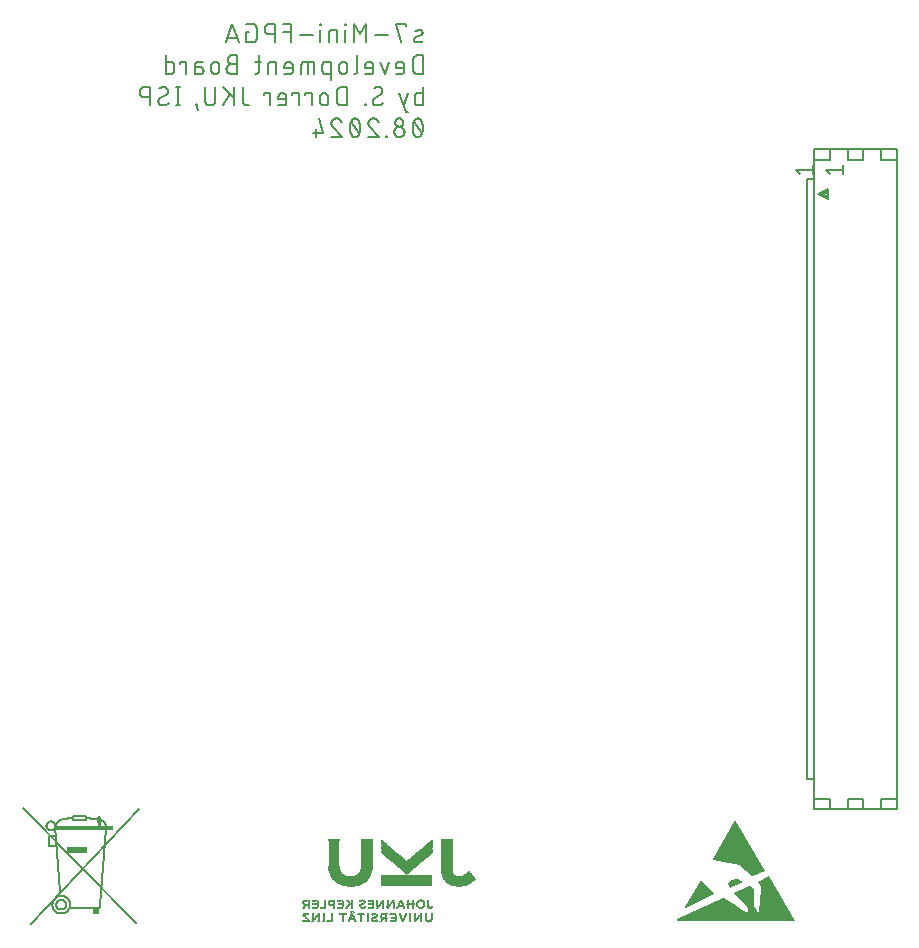
<source format=gbr>
G04 EAGLE Gerber RS-274X export*
G75*
%MOMM*%
%FSLAX34Y34*%
%LPD*%
%INSilkscreen Bottom*%
%IPPOS*%
%AMOC8*
5,1,8,0,0,1.08239X$1,22.5*%
G01*
G04 Define Apertures*
%ADD10C,0.203200*%
%ADD11R,0.050800X0.025400*%
%ADD12R,0.177800X0.025400*%
%ADD13R,0.025400X0.025400*%
%ADD14R,0.127000X0.025400*%
%ADD15R,0.330200X0.025400*%
%ADD16R,0.152400X0.025400*%
%ADD17R,0.558800X0.025400*%
%ADD18R,0.355600X0.025400*%
%ADD19R,0.508000X0.025400*%
%ADD20R,0.609600X0.025400*%
%ADD21R,0.431800X0.025400*%
%ADD22R,0.406400X0.025400*%
%ADD23R,0.482600X0.025400*%
%ADD24R,0.533400X0.025400*%
%ADD25R,0.203200X0.025400*%
%ADD26R,0.228600X0.025400*%
%ADD27R,0.457200X0.025400*%
%ADD28R,0.254000X0.025400*%
%ADD29R,0.101600X0.025400*%
%ADD30R,0.279400X0.025400*%
%ADD31R,0.584200X0.025400*%
%ADD32R,0.304800X0.025400*%
%ADD33R,0.381000X0.025400*%
%ADD34R,0.076200X0.025400*%
%ADD35R,0.711200X0.025400*%
%ADD36R,0.863600X0.025400*%
%ADD37R,1.041400X0.025400*%
%ADD38R,1.066800X0.025400*%
%ADD39R,4.318000X0.025400*%
%ADD40R,1.219200X0.025400*%
%ADD41R,1.422400X0.025400*%
%ADD42R,1.346200X0.025400*%
%ADD43R,1.574800X0.025400*%
%ADD44R,1.473200X0.025400*%
%ADD45R,1.727200X0.025400*%
%ADD46R,1.600200X0.025400*%
%ADD47R,1.828800X0.025400*%
%ADD48R,1.676400X0.025400*%
%ADD49R,1.930400X0.025400*%
%ADD50R,1.803400X0.025400*%
%ADD51R,2.032000X0.025400*%
%ADD52R,1.879600X0.025400*%
%ADD53R,2.159000X0.025400*%
%ADD54R,1.955800X0.025400*%
%ADD55R,2.209800X0.025400*%
%ADD56R,2.006600X0.025400*%
%ADD57R,2.286000X0.025400*%
%ADD58R,2.057400X0.025400*%
%ADD59R,2.387600X0.025400*%
%ADD60R,2.438400X0.025400*%
%ADD61R,2.489200X0.025400*%
%ADD62R,2.260600X0.025400*%
%ADD63R,2.590800X0.025400*%
%ADD64R,2.336800X0.025400*%
%ADD65R,2.616200X0.025400*%
%ADD66R,2.692400X0.025400*%
%ADD67R,2.413000X0.025400*%
%ADD68R,2.717800X0.025400*%
%ADD69R,2.463800X0.025400*%
%ADD70R,2.794000X0.025400*%
%ADD71R,2.514600X0.025400*%
%ADD72R,2.844800X0.025400*%
%ADD73R,2.565400X0.025400*%
%ADD74R,2.895600X0.025400*%
%ADD75R,2.946400X0.025400*%
%ADD76R,2.641600X0.025400*%
%ADD77R,2.971800X0.025400*%
%ADD78R,3.022600X0.025400*%
%ADD79R,3.048000X0.025400*%
%ADD80R,3.098800X0.025400*%
%ADD81R,3.124200X0.025400*%
%ADD82R,2.667000X0.025400*%
%ADD83R,3.149600X0.025400*%
%ADD84R,3.200400X0.025400*%
%ADD85R,3.225800X0.025400*%
%ADD86R,3.251200X0.025400*%
%ADD87R,3.276600X0.025400*%
%ADD88R,1.524000X0.025400*%
%ADD89R,1.498600X0.025400*%
%ADD90R,0.990600X0.025400*%
%ADD91R,1.244600X0.025400*%
%ADD92R,1.371600X0.025400*%
%ADD93R,0.838200X0.025400*%
%ADD94R,1.193800X0.025400*%
%ADD95R,1.320800X0.025400*%
%ADD96R,1.295400X0.025400*%
%ADD97R,0.787400X0.025400*%
%ADD98R,1.143000X0.025400*%
%ADD99R,1.117600X0.025400*%
%ADD100R,0.635000X0.025400*%
%ADD101R,1.092200X0.025400*%
%ADD102R,1.168400X0.025400*%
%ADD103R,1.016000X0.025400*%
%ADD104R,0.965200X0.025400*%
%ADD105R,0.660400X0.025400*%
%ADD106R,0.762000X0.025400*%
%ADD107R,0.889000X0.025400*%
%ADD108R,0.939800X0.025400*%
%ADD109R,1.549400X0.025400*%
%ADD110R,0.914400X0.025400*%
%ADD111R,1.778000X0.025400*%
%ADD112R,1.905000X0.025400*%
%ADD113R,2.082800X0.025400*%
%ADD114R,2.133600X0.025400*%
%ADD115R,2.184400X0.025400*%
%ADD116R,2.362200X0.025400*%
%ADD117R,2.540000X0.025400*%
%ADD118R,1.270000X0.025400*%
%ADD119R,0.812800X0.025400*%
%ADD120R,0.736600X0.025400*%
%ADD121R,0.685800X0.025400*%
%ADD122C,0.152400*%
%ADD123R,0.254000X0.508000*%
%ADD124R,0.127000X0.381000*%
%ADD125R,0.254000X0.254000*%
%ADD126C,0.166400*%
%ADD127R,4.886800X0.353500*%
%ADD128R,1.684300X0.582200*%
%ADD129R,0.582300X0.561400*%
G36*
X845384Y55945D02*
X844877Y57972D01*
X845904Y59511D01*
X847386Y60500D01*
X852168Y61934D01*
X853219Y61934D01*
X856905Y59301D01*
X846462Y54328D01*
X845384Y55945D01*
G37*
G36*
X808542Y37623D02*
X821987Y61152D01*
X832637Y49533D01*
X832637Y48823D01*
X808778Y37370D01*
X808542Y37623D01*
G37*
G36*
X854868Y72843D02*
X854444Y73266D01*
X831696Y77532D01*
X831696Y78733D01*
X850787Y111666D01*
X875629Y68671D01*
X865928Y63821D01*
X864839Y63821D01*
X854868Y72843D01*
G37*
G36*
X801054Y27437D02*
X840365Y45434D01*
X841426Y45434D01*
X845257Y43039D01*
X849507Y40207D01*
X852804Y37853D01*
X856565Y35502D01*
X859806Y33649D01*
X860590Y33649D01*
X860965Y34024D01*
X861395Y34884D01*
X861395Y36188D01*
X860483Y38010D01*
X858622Y40802D01*
X849610Y48866D01*
X849610Y49590D01*
X862519Y55805D01*
X864108Y55805D01*
X866579Y52346D01*
X866579Y43327D01*
X867046Y39122D01*
X867976Y36333D01*
X868883Y34518D01*
X870186Y33649D01*
X870840Y33649D01*
X872237Y52280D01*
X872237Y55987D01*
X871795Y56872D01*
X870252Y59443D01*
X879640Y63890D01*
X901161Y26108D01*
X801054Y26108D01*
X801054Y27437D01*
G37*
D10*
X580235Y774375D02*
X584609Y776125D01*
X584696Y776162D01*
X584781Y776202D01*
X584864Y776246D01*
X584945Y776293D01*
X585024Y776343D01*
X585101Y776397D01*
X585176Y776454D01*
X585249Y776514D01*
X585318Y776577D01*
X585386Y776642D01*
X585450Y776711D01*
X585512Y776782D01*
X585570Y776855D01*
X585625Y776931D01*
X585678Y777009D01*
X585727Y777089D01*
X585772Y777171D01*
X585814Y777255D01*
X585853Y777341D01*
X585888Y777428D01*
X585920Y777517D01*
X585947Y777606D01*
X585971Y777697D01*
X585992Y777789D01*
X586008Y777882D01*
X586020Y777975D01*
X586029Y778068D01*
X586034Y778162D01*
X586035Y778256D01*
X586032Y778350D01*
X586025Y778444D01*
X586014Y778537D01*
X586000Y778630D01*
X585981Y778722D01*
X585959Y778813D01*
X585933Y778903D01*
X585903Y778992D01*
X585870Y779080D01*
X585833Y779167D01*
X585793Y779251D01*
X585749Y779334D01*
X585701Y779415D01*
X585650Y779495D01*
X585596Y779571D01*
X585539Y779646D01*
X585479Y779718D01*
X585416Y779788D01*
X585350Y779855D01*
X585282Y779919D01*
X585210Y779980D01*
X585137Y780039D01*
X585061Y780094D01*
X584983Y780146D01*
X584902Y780194D01*
X584820Y780240D01*
X584736Y780282D01*
X584650Y780320D01*
X584563Y780355D01*
X584474Y780386D01*
X584384Y780413D01*
X584293Y780437D01*
X584202Y780457D01*
X584109Y780473D01*
X584016Y780485D01*
X583922Y780494D01*
X583829Y780498D01*
X583735Y780499D01*
X583734Y780500D02*
X583495Y780494D01*
X583257Y780482D01*
X583018Y780464D01*
X582781Y780440D01*
X582543Y780411D01*
X582307Y780376D01*
X582072Y780336D01*
X581837Y780290D01*
X581604Y780238D01*
X581372Y780180D01*
X581142Y780117D01*
X580913Y780049D01*
X580686Y779975D01*
X580460Y779895D01*
X580237Y779811D01*
X580016Y779721D01*
X579797Y779625D01*
X580235Y774375D02*
X580148Y774338D01*
X580063Y774298D01*
X579980Y774254D01*
X579899Y774207D01*
X579820Y774157D01*
X579743Y774103D01*
X579668Y774046D01*
X579595Y773986D01*
X579526Y773923D01*
X579458Y773858D01*
X579394Y773789D01*
X579332Y773718D01*
X579274Y773645D01*
X579219Y773569D01*
X579166Y773491D01*
X579117Y773411D01*
X579072Y773329D01*
X579030Y773245D01*
X578991Y773159D01*
X578956Y773072D01*
X578924Y772983D01*
X578897Y772894D01*
X578873Y772803D01*
X578852Y772711D01*
X578836Y772618D01*
X578824Y772525D01*
X578815Y772432D01*
X578810Y772338D01*
X578809Y772244D01*
X578812Y772150D01*
X578819Y772056D01*
X578830Y771963D01*
X578844Y771870D01*
X578863Y771778D01*
X578885Y771687D01*
X578911Y771597D01*
X578941Y771508D01*
X578974Y771420D01*
X579011Y771333D01*
X579051Y771249D01*
X579095Y771166D01*
X579143Y771085D01*
X579194Y771005D01*
X579248Y770929D01*
X579305Y770854D01*
X579365Y770782D01*
X579428Y770712D01*
X579494Y770645D01*
X579562Y770581D01*
X579634Y770520D01*
X579707Y770461D01*
X579783Y770406D01*
X579861Y770354D01*
X579942Y770306D01*
X580024Y770260D01*
X580108Y770218D01*
X580194Y770180D01*
X580281Y770145D01*
X580370Y770114D01*
X580460Y770087D01*
X580551Y770063D01*
X580642Y770043D01*
X580735Y770027D01*
X580828Y770015D01*
X580922Y770006D01*
X581015Y770002D01*
X581109Y770001D01*
X581110Y770001D02*
X581461Y770010D01*
X581812Y770027D01*
X582162Y770053D01*
X582511Y770087D01*
X582859Y770129D01*
X583206Y770180D01*
X583552Y770238D01*
X583897Y770305D01*
X584240Y770380D01*
X584581Y770463D01*
X584920Y770554D01*
X585256Y770653D01*
X585591Y770760D01*
X585922Y770875D01*
X572207Y783999D02*
X572207Y785749D01*
X563458Y785749D01*
X567833Y770001D01*
X556409Y776125D02*
X545910Y776125D01*
X538172Y770001D02*
X538172Y785749D01*
X532923Y777000D01*
X527674Y785749D01*
X527674Y770001D01*
X520418Y770001D02*
X520418Y780500D01*
X520856Y784874D02*
X520856Y785749D01*
X519981Y785749D01*
X519981Y784874D01*
X520856Y784874D01*
X513497Y780500D02*
X513497Y770001D01*
X513497Y780500D02*
X509122Y780500D01*
X509021Y780498D01*
X508921Y780492D01*
X508821Y780483D01*
X508721Y780469D01*
X508622Y780452D01*
X508524Y780431D01*
X508426Y780406D01*
X508330Y780378D01*
X508235Y780345D01*
X508141Y780310D01*
X508048Y780270D01*
X507957Y780227D01*
X507868Y780181D01*
X507781Y780131D01*
X507695Y780078D01*
X507612Y780022D01*
X507531Y779963D01*
X507452Y779900D01*
X507376Y779835D01*
X507302Y779766D01*
X507231Y779695D01*
X507162Y779621D01*
X507097Y779545D01*
X507034Y779466D01*
X506975Y779385D01*
X506919Y779302D01*
X506866Y779216D01*
X506816Y779129D01*
X506770Y779040D01*
X506727Y778949D01*
X506687Y778856D01*
X506652Y778762D01*
X506619Y778667D01*
X506591Y778571D01*
X506566Y778473D01*
X506545Y778375D01*
X506528Y778276D01*
X506514Y778176D01*
X506505Y778076D01*
X506499Y777976D01*
X506497Y777875D01*
X506498Y777875D02*
X506498Y770001D01*
X499577Y770001D02*
X499577Y780500D01*
X500014Y784874D02*
X500014Y785749D01*
X499139Y785749D01*
X499139Y784874D01*
X500014Y784874D01*
X492842Y776125D02*
X482343Y776125D01*
X474737Y770001D02*
X474737Y785749D01*
X467738Y785749D01*
X467738Y778750D02*
X474737Y778750D01*
X460972Y785749D02*
X460972Y770001D01*
X460972Y785749D02*
X456597Y785749D01*
X456466Y785747D01*
X456335Y785741D01*
X456205Y785731D01*
X456075Y785718D01*
X455945Y785700D01*
X455816Y785679D01*
X455688Y785653D01*
X455560Y785624D01*
X455433Y785591D01*
X455308Y785555D01*
X455183Y785514D01*
X455060Y785470D01*
X454938Y785422D01*
X454818Y785371D01*
X454699Y785316D01*
X454582Y785257D01*
X454467Y785195D01*
X454354Y785130D01*
X454242Y785061D01*
X454133Y784989D01*
X454026Y784914D01*
X453921Y784835D01*
X453819Y784754D01*
X453719Y784669D01*
X453622Y784581D01*
X453527Y784491D01*
X453435Y784398D01*
X453346Y784302D01*
X453260Y784203D01*
X453177Y784102D01*
X453097Y783999D01*
X453020Y783893D01*
X452947Y783785D01*
X452876Y783674D01*
X452809Y783562D01*
X452745Y783448D01*
X452685Y783332D01*
X452628Y783214D01*
X452575Y783094D01*
X452525Y782973D01*
X452479Y782850D01*
X452437Y782727D01*
X452399Y782602D01*
X452364Y782475D01*
X452333Y782348D01*
X452305Y782220D01*
X452282Y782092D01*
X452263Y781962D01*
X452247Y781832D01*
X452235Y781702D01*
X452227Y781571D01*
X452223Y781440D01*
X452223Y781310D01*
X452227Y781179D01*
X452235Y781048D01*
X452247Y780918D01*
X452263Y780788D01*
X452282Y780658D01*
X452305Y780530D01*
X452333Y780402D01*
X452364Y780275D01*
X452399Y780148D01*
X452437Y780023D01*
X452479Y779900D01*
X452525Y779777D01*
X452575Y779656D01*
X452628Y779536D01*
X452685Y779418D01*
X452745Y779302D01*
X452809Y779188D01*
X452876Y779076D01*
X452947Y778965D01*
X453020Y778857D01*
X453097Y778751D01*
X453177Y778648D01*
X453260Y778547D01*
X453346Y778448D01*
X453435Y778352D01*
X453527Y778259D01*
X453622Y778169D01*
X453719Y778081D01*
X453819Y777996D01*
X453921Y777915D01*
X454026Y777836D01*
X454133Y777761D01*
X454242Y777689D01*
X454354Y777620D01*
X454467Y777555D01*
X454582Y777493D01*
X454699Y777434D01*
X454818Y777379D01*
X454938Y777328D01*
X455060Y777280D01*
X455183Y777236D01*
X455308Y777195D01*
X455433Y777159D01*
X455560Y777126D01*
X455688Y777097D01*
X455816Y777071D01*
X455945Y777050D01*
X456075Y777032D01*
X456205Y777019D01*
X456335Y777009D01*
X456466Y777003D01*
X456597Y777001D01*
X456597Y777000D02*
X460972Y777000D01*
X439470Y778750D02*
X436846Y778750D01*
X436846Y770001D01*
X442095Y770001D01*
X442212Y770003D01*
X442329Y770009D01*
X442445Y770019D01*
X442562Y770032D01*
X442677Y770050D01*
X442792Y770071D01*
X442906Y770096D01*
X443020Y770125D01*
X443132Y770158D01*
X443243Y770195D01*
X443353Y770235D01*
X443461Y770279D01*
X443568Y770326D01*
X443674Y770377D01*
X443777Y770432D01*
X443879Y770490D01*
X443978Y770551D01*
X444076Y770615D01*
X444171Y770683D01*
X444264Y770754D01*
X444355Y770828D01*
X444443Y770905D01*
X444528Y770985D01*
X444611Y771068D01*
X444691Y771153D01*
X444768Y771241D01*
X444842Y771332D01*
X444913Y771425D01*
X444981Y771520D01*
X445045Y771618D01*
X445106Y771717D01*
X445164Y771819D01*
X445219Y771922D01*
X445270Y772028D01*
X445317Y772135D01*
X445361Y772243D01*
X445401Y772353D01*
X445438Y772464D01*
X445471Y772576D01*
X445500Y772690D01*
X445525Y772804D01*
X445546Y772919D01*
X445564Y773035D01*
X445577Y773151D01*
X445587Y773267D01*
X445593Y773384D01*
X445595Y773501D01*
X445594Y773501D02*
X445594Y782249D01*
X445595Y782249D02*
X445593Y782366D01*
X445587Y782483D01*
X445577Y782599D01*
X445564Y782715D01*
X445546Y782831D01*
X445525Y782946D01*
X445500Y783060D01*
X445471Y783174D01*
X445438Y783286D01*
X445401Y783397D01*
X445361Y783507D01*
X445317Y783615D01*
X445270Y783722D01*
X445219Y783828D01*
X445164Y783931D01*
X445106Y784033D01*
X445045Y784132D01*
X444981Y784230D01*
X444913Y784325D01*
X444842Y784418D01*
X444768Y784509D01*
X444691Y784597D01*
X444611Y784682D01*
X444528Y784765D01*
X444443Y784845D01*
X444355Y784922D01*
X444264Y784996D01*
X444171Y785067D01*
X444076Y785135D01*
X443978Y785199D01*
X443879Y785260D01*
X443777Y785318D01*
X443674Y785373D01*
X443568Y785424D01*
X443461Y785471D01*
X443353Y785515D01*
X443243Y785555D01*
X443132Y785592D01*
X443020Y785625D01*
X442906Y785654D01*
X442792Y785679D01*
X442677Y785700D01*
X442562Y785718D01*
X442445Y785731D01*
X442329Y785741D01*
X442212Y785747D01*
X442095Y785749D01*
X436846Y785749D01*
X425068Y785749D02*
X430317Y770001D01*
X419818Y770001D02*
X425068Y785749D01*
X421131Y773938D02*
X429005Y773938D01*
X586359Y759079D02*
X586359Y743331D01*
X586359Y759079D02*
X581985Y759079D01*
X581855Y759077D01*
X581726Y759071D01*
X581597Y759062D01*
X581468Y759048D01*
X581339Y759031D01*
X581211Y759010D01*
X581084Y758985D01*
X580958Y758957D01*
X580832Y758924D01*
X580708Y758888D01*
X580584Y758849D01*
X580462Y758805D01*
X580341Y758758D01*
X580222Y758708D01*
X580104Y758654D01*
X579988Y758596D01*
X579873Y758535D01*
X579761Y758471D01*
X579650Y758404D01*
X579541Y758333D01*
X579435Y758259D01*
X579331Y758182D01*
X579229Y758102D01*
X579130Y758018D01*
X579033Y757932D01*
X578938Y757843D01*
X578847Y757752D01*
X578758Y757657D01*
X578672Y757560D01*
X578588Y757461D01*
X578508Y757359D01*
X578431Y757255D01*
X578357Y757149D01*
X578286Y757040D01*
X578219Y756929D01*
X578155Y756817D01*
X578094Y756702D01*
X578036Y756586D01*
X577982Y756468D01*
X577932Y756349D01*
X577885Y756228D01*
X577841Y756106D01*
X577802Y755982D01*
X577766Y755858D01*
X577733Y755732D01*
X577705Y755606D01*
X577680Y755479D01*
X577659Y755351D01*
X577642Y755222D01*
X577628Y755093D01*
X577619Y754964D01*
X577613Y754835D01*
X577611Y754705D01*
X577610Y754705D02*
X577610Y747705D01*
X577611Y747705D02*
X577613Y747575D01*
X577619Y747446D01*
X577628Y747317D01*
X577642Y747188D01*
X577659Y747059D01*
X577680Y746931D01*
X577705Y746804D01*
X577733Y746678D01*
X577766Y746552D01*
X577802Y746428D01*
X577841Y746304D01*
X577885Y746182D01*
X577932Y746061D01*
X577982Y745942D01*
X578036Y745824D01*
X578094Y745708D01*
X578155Y745593D01*
X578219Y745481D01*
X578286Y745370D01*
X578357Y745261D01*
X578431Y745155D01*
X578508Y745051D01*
X578588Y744949D01*
X578672Y744850D01*
X578758Y744753D01*
X578847Y744658D01*
X578938Y744567D01*
X579033Y744478D01*
X579130Y744392D01*
X579229Y744308D01*
X579331Y744228D01*
X579435Y744151D01*
X579541Y744077D01*
X579650Y744006D01*
X579761Y743939D01*
X579873Y743875D01*
X579988Y743814D01*
X580104Y743756D01*
X580222Y743702D01*
X580341Y743652D01*
X580462Y743605D01*
X580584Y743561D01*
X580708Y743522D01*
X580832Y743486D01*
X580958Y743453D01*
X581084Y743425D01*
X581211Y743400D01*
X581339Y743379D01*
X581468Y743362D01*
X581597Y743348D01*
X581726Y743339D01*
X581855Y743333D01*
X581985Y743331D01*
X586359Y743331D01*
X567749Y743331D02*
X563375Y743331D01*
X567749Y743331D02*
X567850Y743333D01*
X567950Y743339D01*
X568050Y743348D01*
X568150Y743362D01*
X568249Y743379D01*
X568347Y743400D01*
X568445Y743425D01*
X568541Y743453D01*
X568636Y743486D01*
X568730Y743521D01*
X568823Y743561D01*
X568914Y743604D01*
X569003Y743650D01*
X569090Y743700D01*
X569176Y743753D01*
X569259Y743809D01*
X569340Y743868D01*
X569419Y743931D01*
X569495Y743996D01*
X569569Y744065D01*
X569640Y744136D01*
X569709Y744210D01*
X569774Y744286D01*
X569837Y744365D01*
X569896Y744446D01*
X569952Y744529D01*
X570005Y744615D01*
X570055Y744702D01*
X570101Y744791D01*
X570144Y744882D01*
X570184Y744975D01*
X570220Y745069D01*
X570252Y745164D01*
X570280Y745260D01*
X570305Y745358D01*
X570326Y745456D01*
X570343Y745555D01*
X570357Y745655D01*
X570366Y745755D01*
X570372Y745855D01*
X570374Y745956D01*
X570374Y750330D01*
X570372Y750448D01*
X570366Y750566D01*
X570356Y750684D01*
X570342Y750801D01*
X570324Y750918D01*
X570302Y751035D01*
X570277Y751150D01*
X570247Y751264D01*
X570213Y751378D01*
X570176Y751490D01*
X570135Y751601D01*
X570090Y751710D01*
X570042Y751818D01*
X569990Y751924D01*
X569934Y752029D01*
X569875Y752131D01*
X569813Y752231D01*
X569747Y752329D01*
X569678Y752425D01*
X569605Y752519D01*
X569530Y752610D01*
X569451Y752698D01*
X569370Y752784D01*
X569285Y752867D01*
X569198Y752947D01*
X569109Y753024D01*
X569016Y753098D01*
X568922Y753168D01*
X568825Y753236D01*
X568725Y753300D01*
X568624Y753361D01*
X568521Y753418D01*
X568415Y753472D01*
X568308Y753523D01*
X568200Y753569D01*
X568090Y753612D01*
X567978Y753651D01*
X567865Y753687D01*
X567751Y753718D01*
X567636Y753746D01*
X567521Y753770D01*
X567404Y753790D01*
X567287Y753806D01*
X567169Y753818D01*
X567051Y753826D01*
X566933Y753830D01*
X566815Y753830D01*
X566697Y753826D01*
X566579Y753818D01*
X566461Y753806D01*
X566344Y753790D01*
X566227Y753770D01*
X566112Y753746D01*
X565997Y753718D01*
X565883Y753687D01*
X565770Y753651D01*
X565658Y753612D01*
X565548Y753569D01*
X565440Y753523D01*
X565333Y753472D01*
X565227Y753418D01*
X565124Y753361D01*
X565023Y753300D01*
X564923Y753236D01*
X564826Y753168D01*
X564732Y753098D01*
X564639Y753024D01*
X564550Y752947D01*
X564463Y752867D01*
X564378Y752784D01*
X564297Y752698D01*
X564218Y752610D01*
X564143Y752519D01*
X564070Y752425D01*
X564001Y752329D01*
X563935Y752231D01*
X563873Y752131D01*
X563814Y752029D01*
X563758Y751924D01*
X563706Y751818D01*
X563658Y751710D01*
X563613Y751601D01*
X563572Y751490D01*
X563535Y751378D01*
X563501Y751264D01*
X563471Y751150D01*
X563446Y751035D01*
X563424Y750918D01*
X563406Y750801D01*
X563392Y750684D01*
X563382Y750566D01*
X563376Y750448D01*
X563374Y750330D01*
X563375Y750330D02*
X563375Y748580D01*
X570374Y748580D01*
X557348Y753830D02*
X553848Y743331D01*
X550349Y753830D01*
X541697Y743331D02*
X537323Y743331D01*
X541697Y743331D02*
X541798Y743333D01*
X541898Y743339D01*
X541998Y743348D01*
X542098Y743362D01*
X542197Y743379D01*
X542295Y743400D01*
X542393Y743425D01*
X542489Y743453D01*
X542584Y743486D01*
X542678Y743521D01*
X542771Y743561D01*
X542862Y743604D01*
X542951Y743650D01*
X543038Y743700D01*
X543124Y743753D01*
X543207Y743809D01*
X543288Y743868D01*
X543367Y743931D01*
X543443Y743996D01*
X543517Y744065D01*
X543588Y744136D01*
X543657Y744210D01*
X543722Y744286D01*
X543785Y744365D01*
X543844Y744446D01*
X543900Y744529D01*
X543953Y744615D01*
X544003Y744702D01*
X544049Y744791D01*
X544092Y744882D01*
X544132Y744975D01*
X544168Y745069D01*
X544200Y745164D01*
X544228Y745260D01*
X544253Y745358D01*
X544274Y745456D01*
X544291Y745555D01*
X544305Y745655D01*
X544314Y745755D01*
X544320Y745855D01*
X544322Y745956D01*
X544322Y750330D01*
X544320Y750448D01*
X544314Y750566D01*
X544304Y750684D01*
X544290Y750801D01*
X544272Y750918D01*
X544250Y751035D01*
X544225Y751150D01*
X544195Y751264D01*
X544161Y751378D01*
X544124Y751490D01*
X544083Y751601D01*
X544038Y751710D01*
X543990Y751818D01*
X543938Y751924D01*
X543882Y752029D01*
X543823Y752131D01*
X543761Y752231D01*
X543695Y752329D01*
X543626Y752425D01*
X543553Y752519D01*
X543478Y752610D01*
X543399Y752698D01*
X543318Y752784D01*
X543233Y752867D01*
X543146Y752947D01*
X543057Y753024D01*
X542964Y753098D01*
X542870Y753168D01*
X542773Y753236D01*
X542673Y753300D01*
X542572Y753361D01*
X542469Y753418D01*
X542363Y753472D01*
X542256Y753523D01*
X542148Y753569D01*
X542038Y753612D01*
X541926Y753651D01*
X541813Y753687D01*
X541699Y753718D01*
X541584Y753746D01*
X541469Y753770D01*
X541352Y753790D01*
X541235Y753806D01*
X541117Y753818D01*
X540999Y753826D01*
X540881Y753830D01*
X540763Y753830D01*
X540645Y753826D01*
X540527Y753818D01*
X540409Y753806D01*
X540292Y753790D01*
X540175Y753770D01*
X540060Y753746D01*
X539945Y753718D01*
X539831Y753687D01*
X539718Y753651D01*
X539606Y753612D01*
X539496Y753569D01*
X539388Y753523D01*
X539281Y753472D01*
X539175Y753418D01*
X539072Y753361D01*
X538971Y753300D01*
X538871Y753236D01*
X538774Y753168D01*
X538680Y753098D01*
X538587Y753024D01*
X538498Y752947D01*
X538411Y752867D01*
X538326Y752784D01*
X538245Y752698D01*
X538166Y752610D01*
X538091Y752519D01*
X538018Y752425D01*
X537949Y752329D01*
X537883Y752231D01*
X537821Y752131D01*
X537762Y752029D01*
X537706Y751924D01*
X537654Y751818D01*
X537606Y751710D01*
X537561Y751601D01*
X537520Y751490D01*
X537483Y751378D01*
X537449Y751264D01*
X537419Y751150D01*
X537394Y751035D01*
X537372Y750918D01*
X537354Y750801D01*
X537340Y750684D01*
X537330Y750566D01*
X537324Y750448D01*
X537322Y750330D01*
X537323Y750330D02*
X537323Y748580D01*
X544322Y748580D01*
X530596Y745956D02*
X530596Y759079D01*
X530596Y745956D02*
X530594Y745855D01*
X530588Y745755D01*
X530579Y745655D01*
X530565Y745555D01*
X530548Y745456D01*
X530527Y745358D01*
X530502Y745260D01*
X530474Y745164D01*
X530441Y745069D01*
X530406Y744975D01*
X530366Y744882D01*
X530323Y744791D01*
X530277Y744702D01*
X530227Y744615D01*
X530174Y744529D01*
X530118Y744446D01*
X530059Y744365D01*
X529996Y744286D01*
X529931Y744210D01*
X529862Y744136D01*
X529791Y744065D01*
X529717Y743996D01*
X529641Y743931D01*
X529562Y743868D01*
X529481Y743809D01*
X529398Y743753D01*
X529312Y743700D01*
X529225Y743650D01*
X529136Y743604D01*
X529045Y743561D01*
X528952Y743521D01*
X528858Y743486D01*
X528763Y743453D01*
X528667Y743425D01*
X528569Y743400D01*
X528471Y743379D01*
X528372Y743362D01*
X528272Y743348D01*
X528172Y743339D01*
X528072Y743333D01*
X527971Y743331D01*
X522438Y746831D02*
X522438Y750330D01*
X522439Y750330D02*
X522437Y750448D01*
X522431Y750566D01*
X522421Y750684D01*
X522407Y750801D01*
X522389Y750918D01*
X522367Y751035D01*
X522342Y751150D01*
X522312Y751264D01*
X522278Y751378D01*
X522241Y751490D01*
X522200Y751601D01*
X522155Y751710D01*
X522107Y751818D01*
X522055Y751924D01*
X521999Y752029D01*
X521940Y752131D01*
X521878Y752231D01*
X521812Y752329D01*
X521743Y752425D01*
X521670Y752519D01*
X521595Y752610D01*
X521516Y752698D01*
X521435Y752784D01*
X521350Y752867D01*
X521263Y752947D01*
X521174Y753024D01*
X521081Y753098D01*
X520987Y753168D01*
X520890Y753236D01*
X520790Y753300D01*
X520689Y753361D01*
X520586Y753418D01*
X520480Y753472D01*
X520373Y753523D01*
X520265Y753569D01*
X520155Y753612D01*
X520043Y753651D01*
X519930Y753687D01*
X519816Y753718D01*
X519701Y753746D01*
X519586Y753770D01*
X519469Y753790D01*
X519352Y753806D01*
X519234Y753818D01*
X519116Y753826D01*
X518998Y753830D01*
X518880Y753830D01*
X518762Y753826D01*
X518644Y753818D01*
X518526Y753806D01*
X518409Y753790D01*
X518292Y753770D01*
X518177Y753746D01*
X518062Y753718D01*
X517948Y753687D01*
X517835Y753651D01*
X517723Y753612D01*
X517613Y753569D01*
X517505Y753523D01*
X517398Y753472D01*
X517292Y753418D01*
X517189Y753361D01*
X517088Y753300D01*
X516988Y753236D01*
X516891Y753168D01*
X516797Y753098D01*
X516704Y753024D01*
X516615Y752947D01*
X516528Y752867D01*
X516443Y752784D01*
X516362Y752698D01*
X516283Y752610D01*
X516208Y752519D01*
X516135Y752425D01*
X516066Y752329D01*
X516000Y752231D01*
X515938Y752131D01*
X515879Y752029D01*
X515823Y751924D01*
X515771Y751818D01*
X515723Y751710D01*
X515678Y751601D01*
X515637Y751490D01*
X515600Y751378D01*
X515566Y751264D01*
X515536Y751150D01*
X515511Y751035D01*
X515489Y750918D01*
X515471Y750801D01*
X515457Y750684D01*
X515447Y750566D01*
X515441Y750448D01*
X515439Y750330D01*
X515439Y746831D01*
X515441Y746713D01*
X515447Y746595D01*
X515457Y746477D01*
X515471Y746360D01*
X515489Y746243D01*
X515511Y746126D01*
X515536Y746011D01*
X515566Y745897D01*
X515600Y745783D01*
X515637Y745671D01*
X515678Y745560D01*
X515723Y745451D01*
X515771Y745343D01*
X515823Y745237D01*
X515879Y745132D01*
X515938Y745030D01*
X516000Y744930D01*
X516066Y744832D01*
X516135Y744736D01*
X516208Y744642D01*
X516283Y744551D01*
X516362Y744463D01*
X516443Y744377D01*
X516528Y744294D01*
X516615Y744214D01*
X516704Y744137D01*
X516797Y744063D01*
X516891Y743993D01*
X516988Y743925D01*
X517088Y743861D01*
X517189Y743800D01*
X517292Y743743D01*
X517398Y743689D01*
X517505Y743638D01*
X517613Y743592D01*
X517723Y743549D01*
X517835Y743510D01*
X517948Y743474D01*
X518062Y743443D01*
X518177Y743415D01*
X518292Y743391D01*
X518409Y743371D01*
X518526Y743355D01*
X518644Y743343D01*
X518762Y743335D01*
X518880Y743331D01*
X518998Y743331D01*
X519116Y743335D01*
X519234Y743343D01*
X519352Y743355D01*
X519469Y743371D01*
X519586Y743391D01*
X519701Y743415D01*
X519816Y743443D01*
X519930Y743474D01*
X520043Y743510D01*
X520155Y743549D01*
X520265Y743592D01*
X520373Y743638D01*
X520480Y743689D01*
X520586Y743743D01*
X520689Y743800D01*
X520790Y743861D01*
X520890Y743925D01*
X520987Y743993D01*
X521081Y744063D01*
X521174Y744137D01*
X521263Y744214D01*
X521350Y744294D01*
X521435Y744377D01*
X521516Y744463D01*
X521595Y744551D01*
X521670Y744642D01*
X521743Y744736D01*
X521812Y744832D01*
X521878Y744930D01*
X521940Y745030D01*
X521999Y745132D01*
X522055Y745237D01*
X522107Y745343D01*
X522155Y745451D01*
X522200Y745560D01*
X522241Y745671D01*
X522278Y745783D01*
X522312Y745897D01*
X522342Y746011D01*
X522367Y746126D01*
X522389Y746243D01*
X522407Y746360D01*
X522421Y746477D01*
X522431Y746595D01*
X522437Y746713D01*
X522439Y746831D01*
X508282Y753830D02*
X508282Y738082D01*
X508282Y753830D02*
X503908Y753830D01*
X503807Y753828D01*
X503707Y753822D01*
X503607Y753813D01*
X503507Y753799D01*
X503408Y753782D01*
X503310Y753761D01*
X503212Y753736D01*
X503116Y753708D01*
X503021Y753675D01*
X502927Y753640D01*
X502834Y753600D01*
X502743Y753557D01*
X502654Y753511D01*
X502567Y753461D01*
X502481Y753408D01*
X502398Y753352D01*
X502317Y753293D01*
X502238Y753230D01*
X502162Y753165D01*
X502088Y753096D01*
X502017Y753025D01*
X501948Y752951D01*
X501883Y752875D01*
X501820Y752796D01*
X501761Y752715D01*
X501705Y752632D01*
X501652Y752546D01*
X501602Y752459D01*
X501556Y752370D01*
X501513Y752279D01*
X501473Y752186D01*
X501438Y752092D01*
X501405Y751997D01*
X501377Y751901D01*
X501352Y751803D01*
X501331Y751705D01*
X501314Y751606D01*
X501300Y751506D01*
X501291Y751406D01*
X501285Y751306D01*
X501283Y751205D01*
X501283Y745956D01*
X501285Y745855D01*
X501291Y745755D01*
X501300Y745655D01*
X501314Y745555D01*
X501331Y745456D01*
X501352Y745358D01*
X501377Y745260D01*
X501405Y745164D01*
X501438Y745069D01*
X501473Y744975D01*
X501513Y744882D01*
X501556Y744791D01*
X501602Y744702D01*
X501652Y744615D01*
X501705Y744529D01*
X501761Y744446D01*
X501820Y744365D01*
X501883Y744286D01*
X501948Y744210D01*
X502017Y744136D01*
X502088Y744065D01*
X502162Y743996D01*
X502238Y743931D01*
X502317Y743868D01*
X502398Y743809D01*
X502481Y743753D01*
X502567Y743700D01*
X502654Y743650D01*
X502743Y743604D01*
X502834Y743561D01*
X502927Y743521D01*
X503021Y743486D01*
X503116Y743453D01*
X503212Y743425D01*
X503310Y743400D01*
X503408Y743379D01*
X503507Y743362D01*
X503607Y743348D01*
X503707Y743339D01*
X503807Y743333D01*
X503908Y743331D01*
X508282Y743331D01*
X493968Y743331D02*
X493968Y753830D01*
X486094Y753830D01*
X485993Y753828D01*
X485893Y753822D01*
X485793Y753813D01*
X485693Y753799D01*
X485594Y753782D01*
X485496Y753761D01*
X485398Y753736D01*
X485302Y753708D01*
X485207Y753675D01*
X485113Y753640D01*
X485020Y753600D01*
X484929Y753557D01*
X484840Y753511D01*
X484753Y753461D01*
X484667Y753408D01*
X484584Y753352D01*
X484503Y753293D01*
X484424Y753230D01*
X484348Y753165D01*
X484274Y753096D01*
X484203Y753025D01*
X484134Y752951D01*
X484069Y752875D01*
X484006Y752796D01*
X483947Y752715D01*
X483891Y752632D01*
X483838Y752546D01*
X483788Y752459D01*
X483742Y752370D01*
X483699Y752279D01*
X483659Y752186D01*
X483624Y752092D01*
X483591Y751997D01*
X483563Y751901D01*
X483538Y751803D01*
X483517Y751705D01*
X483500Y751606D01*
X483486Y751506D01*
X483477Y751406D01*
X483471Y751306D01*
X483469Y751205D01*
X483469Y743331D01*
X488718Y743331D02*
X488718Y753830D01*
X473441Y743331D02*
X469067Y743331D01*
X473441Y743331D02*
X473542Y743333D01*
X473642Y743339D01*
X473742Y743348D01*
X473842Y743362D01*
X473941Y743379D01*
X474039Y743400D01*
X474137Y743425D01*
X474233Y743453D01*
X474328Y743486D01*
X474422Y743521D01*
X474515Y743561D01*
X474606Y743604D01*
X474695Y743650D01*
X474782Y743700D01*
X474868Y743753D01*
X474951Y743809D01*
X475032Y743868D01*
X475111Y743931D01*
X475187Y743996D01*
X475261Y744065D01*
X475332Y744136D01*
X475401Y744210D01*
X475466Y744286D01*
X475529Y744365D01*
X475588Y744446D01*
X475644Y744529D01*
X475697Y744615D01*
X475747Y744702D01*
X475793Y744791D01*
X475836Y744882D01*
X475876Y744975D01*
X475912Y745069D01*
X475944Y745164D01*
X475972Y745260D01*
X475997Y745358D01*
X476018Y745456D01*
X476035Y745555D01*
X476049Y745655D01*
X476058Y745755D01*
X476064Y745855D01*
X476066Y745956D01*
X476066Y750330D01*
X476064Y750448D01*
X476058Y750566D01*
X476048Y750684D01*
X476034Y750801D01*
X476016Y750918D01*
X475994Y751035D01*
X475969Y751150D01*
X475939Y751264D01*
X475905Y751378D01*
X475868Y751490D01*
X475827Y751601D01*
X475782Y751710D01*
X475734Y751818D01*
X475682Y751924D01*
X475626Y752029D01*
X475567Y752131D01*
X475505Y752231D01*
X475439Y752329D01*
X475370Y752425D01*
X475297Y752519D01*
X475222Y752610D01*
X475143Y752698D01*
X475062Y752784D01*
X474977Y752867D01*
X474890Y752947D01*
X474801Y753024D01*
X474708Y753098D01*
X474614Y753168D01*
X474517Y753236D01*
X474417Y753300D01*
X474316Y753361D01*
X474213Y753418D01*
X474107Y753472D01*
X474000Y753523D01*
X473892Y753569D01*
X473782Y753612D01*
X473670Y753651D01*
X473557Y753687D01*
X473443Y753718D01*
X473328Y753746D01*
X473213Y753770D01*
X473096Y753790D01*
X472979Y753806D01*
X472861Y753818D01*
X472743Y753826D01*
X472625Y753830D01*
X472507Y753830D01*
X472389Y753826D01*
X472271Y753818D01*
X472153Y753806D01*
X472036Y753790D01*
X471919Y753770D01*
X471804Y753746D01*
X471689Y753718D01*
X471575Y753687D01*
X471462Y753651D01*
X471350Y753612D01*
X471240Y753569D01*
X471132Y753523D01*
X471025Y753472D01*
X470919Y753418D01*
X470816Y753361D01*
X470715Y753300D01*
X470615Y753236D01*
X470518Y753168D01*
X470424Y753098D01*
X470331Y753024D01*
X470242Y752947D01*
X470155Y752867D01*
X470070Y752784D01*
X469989Y752698D01*
X469910Y752610D01*
X469835Y752519D01*
X469762Y752425D01*
X469693Y752329D01*
X469627Y752231D01*
X469565Y752131D01*
X469506Y752029D01*
X469450Y751924D01*
X469398Y751818D01*
X469350Y751710D01*
X469305Y751601D01*
X469264Y751490D01*
X469227Y751378D01*
X469193Y751264D01*
X469163Y751150D01*
X469138Y751035D01*
X469116Y750918D01*
X469098Y750801D01*
X469084Y750684D01*
X469074Y750566D01*
X469068Y750448D01*
X469066Y750330D01*
X469067Y750330D02*
X469067Y748580D01*
X476066Y748580D01*
X461998Y743331D02*
X461998Y753830D01*
X457623Y753830D01*
X457522Y753828D01*
X457422Y753822D01*
X457322Y753813D01*
X457222Y753799D01*
X457123Y753782D01*
X457025Y753761D01*
X456927Y753736D01*
X456831Y753708D01*
X456736Y753675D01*
X456642Y753640D01*
X456549Y753600D01*
X456458Y753557D01*
X456369Y753511D01*
X456282Y753461D01*
X456196Y753408D01*
X456113Y753352D01*
X456032Y753293D01*
X455953Y753230D01*
X455877Y753165D01*
X455803Y753096D01*
X455732Y753025D01*
X455663Y752951D01*
X455598Y752875D01*
X455535Y752796D01*
X455476Y752715D01*
X455420Y752632D01*
X455367Y752546D01*
X455317Y752459D01*
X455271Y752370D01*
X455228Y752279D01*
X455188Y752186D01*
X455153Y752092D01*
X455120Y751997D01*
X455092Y751901D01*
X455067Y751803D01*
X455046Y751705D01*
X455029Y751606D01*
X455015Y751506D01*
X455006Y751406D01*
X455000Y751306D01*
X454998Y751205D01*
X454998Y743331D01*
X449279Y753830D02*
X444029Y753830D01*
X447529Y759079D02*
X447529Y745956D01*
X447527Y745855D01*
X447521Y745755D01*
X447512Y745655D01*
X447498Y745555D01*
X447481Y745456D01*
X447460Y745358D01*
X447435Y745260D01*
X447407Y745164D01*
X447374Y745069D01*
X447339Y744975D01*
X447299Y744882D01*
X447256Y744791D01*
X447210Y744702D01*
X447160Y744615D01*
X447107Y744529D01*
X447051Y744446D01*
X446992Y744365D01*
X446929Y744286D01*
X446864Y744210D01*
X446795Y744136D01*
X446724Y744065D01*
X446650Y743996D01*
X446574Y743931D01*
X446495Y743868D01*
X446414Y743809D01*
X446331Y743753D01*
X446245Y743700D01*
X446158Y743650D01*
X446069Y743604D01*
X445978Y743561D01*
X445885Y743521D01*
X445791Y743485D01*
X445696Y743453D01*
X445600Y743425D01*
X445502Y743400D01*
X445404Y743379D01*
X445305Y743362D01*
X445205Y743348D01*
X445105Y743339D01*
X445005Y743333D01*
X444904Y743331D01*
X444029Y743331D01*
X428751Y752080D02*
X424377Y752080D01*
X424377Y752079D02*
X424246Y752077D01*
X424115Y752071D01*
X423985Y752061D01*
X423855Y752048D01*
X423725Y752030D01*
X423596Y752009D01*
X423468Y751983D01*
X423340Y751954D01*
X423213Y751921D01*
X423088Y751885D01*
X422963Y751844D01*
X422840Y751800D01*
X422718Y751752D01*
X422598Y751701D01*
X422479Y751646D01*
X422362Y751587D01*
X422247Y751525D01*
X422134Y751460D01*
X422022Y751391D01*
X421913Y751319D01*
X421806Y751244D01*
X421701Y751165D01*
X421599Y751084D01*
X421499Y750999D01*
X421402Y750911D01*
X421307Y750821D01*
X421215Y750728D01*
X421126Y750632D01*
X421040Y750533D01*
X420957Y750432D01*
X420877Y750329D01*
X420800Y750223D01*
X420727Y750115D01*
X420656Y750004D01*
X420589Y749892D01*
X420525Y749778D01*
X420465Y749662D01*
X420408Y749544D01*
X420355Y749424D01*
X420305Y749303D01*
X420259Y749180D01*
X420217Y749057D01*
X420179Y748932D01*
X420144Y748805D01*
X420113Y748678D01*
X420085Y748550D01*
X420062Y748422D01*
X420043Y748292D01*
X420027Y748162D01*
X420015Y748032D01*
X420007Y747901D01*
X420003Y747770D01*
X420003Y747640D01*
X420007Y747509D01*
X420015Y747378D01*
X420027Y747248D01*
X420043Y747118D01*
X420062Y746988D01*
X420085Y746860D01*
X420113Y746732D01*
X420144Y746605D01*
X420179Y746478D01*
X420217Y746353D01*
X420259Y746230D01*
X420305Y746107D01*
X420355Y745986D01*
X420408Y745866D01*
X420465Y745748D01*
X420525Y745632D01*
X420589Y745518D01*
X420656Y745406D01*
X420727Y745295D01*
X420800Y745187D01*
X420877Y745081D01*
X420957Y744978D01*
X421040Y744877D01*
X421126Y744778D01*
X421215Y744682D01*
X421307Y744589D01*
X421402Y744499D01*
X421499Y744411D01*
X421599Y744326D01*
X421701Y744245D01*
X421806Y744166D01*
X421913Y744091D01*
X422022Y744019D01*
X422134Y743950D01*
X422247Y743885D01*
X422362Y743823D01*
X422479Y743764D01*
X422598Y743709D01*
X422718Y743658D01*
X422840Y743610D01*
X422963Y743566D01*
X423088Y743525D01*
X423213Y743489D01*
X423340Y743456D01*
X423468Y743427D01*
X423596Y743401D01*
X423725Y743380D01*
X423855Y743362D01*
X423985Y743349D01*
X424115Y743339D01*
X424246Y743333D01*
X424377Y743331D01*
X428751Y743331D01*
X428751Y759079D01*
X424377Y759079D01*
X424259Y759077D01*
X424141Y759071D01*
X424023Y759061D01*
X423906Y759047D01*
X423789Y759029D01*
X423672Y759007D01*
X423557Y758982D01*
X423443Y758952D01*
X423329Y758918D01*
X423217Y758881D01*
X423106Y758840D01*
X422997Y758795D01*
X422889Y758747D01*
X422783Y758695D01*
X422678Y758639D01*
X422576Y758580D01*
X422476Y758518D01*
X422378Y758452D01*
X422282Y758383D01*
X422188Y758310D01*
X422097Y758235D01*
X422009Y758156D01*
X421923Y758075D01*
X421840Y757990D01*
X421760Y757903D01*
X421683Y757814D01*
X421609Y757721D01*
X421539Y757627D01*
X421471Y757530D01*
X421407Y757430D01*
X421346Y757329D01*
X421289Y757226D01*
X421235Y757120D01*
X421184Y757013D01*
X421138Y756905D01*
X421095Y756795D01*
X421056Y756683D01*
X421020Y756570D01*
X420989Y756456D01*
X420961Y756341D01*
X420937Y756226D01*
X420917Y756109D01*
X420901Y755992D01*
X420889Y755874D01*
X420881Y755756D01*
X420877Y755638D01*
X420877Y755520D01*
X420881Y755402D01*
X420889Y755284D01*
X420901Y755166D01*
X420917Y755049D01*
X420937Y754932D01*
X420961Y754817D01*
X420989Y754702D01*
X421020Y754588D01*
X421056Y754475D01*
X421095Y754363D01*
X421138Y754253D01*
X421184Y754145D01*
X421235Y754038D01*
X421289Y753932D01*
X421346Y753829D01*
X421407Y753728D01*
X421471Y753628D01*
X421539Y753531D01*
X421609Y753437D01*
X421683Y753344D01*
X421760Y753255D01*
X421840Y753168D01*
X421923Y753083D01*
X422009Y753002D01*
X422097Y752923D01*
X422188Y752848D01*
X422282Y752775D01*
X422378Y752706D01*
X422476Y752640D01*
X422576Y752578D01*
X422678Y752519D01*
X422783Y752463D01*
X422889Y752411D01*
X422997Y752363D01*
X423106Y752318D01*
X423217Y752277D01*
X423329Y752240D01*
X423443Y752206D01*
X423557Y752176D01*
X423672Y752151D01*
X423789Y752129D01*
X423906Y752111D01*
X424023Y752097D01*
X424141Y752087D01*
X424259Y752081D01*
X424377Y752079D01*
X414062Y750330D02*
X414062Y746831D01*
X414062Y750330D02*
X414060Y750448D01*
X414054Y750566D01*
X414044Y750684D01*
X414030Y750801D01*
X414012Y750918D01*
X413990Y751035D01*
X413965Y751150D01*
X413935Y751264D01*
X413901Y751378D01*
X413864Y751490D01*
X413823Y751601D01*
X413778Y751710D01*
X413730Y751818D01*
X413678Y751924D01*
X413622Y752029D01*
X413563Y752131D01*
X413501Y752231D01*
X413435Y752329D01*
X413366Y752425D01*
X413293Y752519D01*
X413218Y752610D01*
X413139Y752698D01*
X413058Y752784D01*
X412973Y752867D01*
X412886Y752947D01*
X412797Y753024D01*
X412704Y753098D01*
X412610Y753168D01*
X412513Y753236D01*
X412413Y753300D01*
X412312Y753361D01*
X412209Y753418D01*
X412103Y753472D01*
X411996Y753523D01*
X411888Y753569D01*
X411778Y753612D01*
X411666Y753651D01*
X411553Y753687D01*
X411439Y753718D01*
X411324Y753746D01*
X411209Y753770D01*
X411092Y753790D01*
X410975Y753806D01*
X410857Y753818D01*
X410739Y753826D01*
X410621Y753830D01*
X410503Y753830D01*
X410385Y753826D01*
X410267Y753818D01*
X410149Y753806D01*
X410032Y753790D01*
X409915Y753770D01*
X409800Y753746D01*
X409685Y753718D01*
X409571Y753687D01*
X409458Y753651D01*
X409346Y753612D01*
X409236Y753569D01*
X409128Y753523D01*
X409021Y753472D01*
X408915Y753418D01*
X408812Y753361D01*
X408711Y753300D01*
X408611Y753236D01*
X408514Y753168D01*
X408420Y753098D01*
X408327Y753024D01*
X408238Y752947D01*
X408151Y752867D01*
X408066Y752784D01*
X407985Y752698D01*
X407906Y752610D01*
X407831Y752519D01*
X407758Y752425D01*
X407689Y752329D01*
X407623Y752231D01*
X407561Y752131D01*
X407502Y752029D01*
X407446Y751924D01*
X407394Y751818D01*
X407346Y751710D01*
X407301Y751601D01*
X407260Y751490D01*
X407223Y751378D01*
X407189Y751264D01*
X407159Y751150D01*
X407134Y751035D01*
X407112Y750918D01*
X407094Y750801D01*
X407080Y750684D01*
X407070Y750566D01*
X407064Y750448D01*
X407062Y750330D01*
X407063Y750330D02*
X407063Y746831D01*
X407062Y746831D02*
X407064Y746713D01*
X407070Y746595D01*
X407080Y746477D01*
X407094Y746360D01*
X407112Y746243D01*
X407134Y746126D01*
X407159Y746011D01*
X407189Y745897D01*
X407223Y745783D01*
X407260Y745671D01*
X407301Y745560D01*
X407346Y745451D01*
X407394Y745343D01*
X407446Y745237D01*
X407502Y745132D01*
X407561Y745030D01*
X407623Y744930D01*
X407689Y744832D01*
X407758Y744736D01*
X407831Y744642D01*
X407906Y744551D01*
X407985Y744463D01*
X408066Y744377D01*
X408151Y744294D01*
X408238Y744214D01*
X408327Y744137D01*
X408420Y744063D01*
X408514Y743993D01*
X408611Y743925D01*
X408711Y743861D01*
X408812Y743800D01*
X408915Y743743D01*
X409021Y743689D01*
X409128Y743638D01*
X409236Y743592D01*
X409346Y743549D01*
X409458Y743510D01*
X409571Y743474D01*
X409685Y743443D01*
X409800Y743415D01*
X409915Y743391D01*
X410032Y743371D01*
X410149Y743355D01*
X410267Y743343D01*
X410385Y743335D01*
X410503Y743331D01*
X410621Y743331D01*
X410739Y743335D01*
X410857Y743343D01*
X410975Y743355D01*
X411092Y743371D01*
X411209Y743391D01*
X411324Y743415D01*
X411439Y743443D01*
X411553Y743474D01*
X411666Y743510D01*
X411778Y743549D01*
X411888Y743592D01*
X411996Y743638D01*
X412103Y743689D01*
X412209Y743743D01*
X412312Y743800D01*
X412413Y743861D01*
X412513Y743925D01*
X412610Y743993D01*
X412704Y744063D01*
X412797Y744137D01*
X412886Y744214D01*
X412973Y744294D01*
X413058Y744377D01*
X413139Y744463D01*
X413218Y744551D01*
X413293Y744642D01*
X413366Y744736D01*
X413435Y744832D01*
X413501Y744930D01*
X413563Y745030D01*
X413622Y745132D01*
X413678Y745237D01*
X413730Y745343D01*
X413778Y745451D01*
X413823Y745560D01*
X413864Y745671D01*
X413901Y745783D01*
X413935Y745897D01*
X413965Y746011D01*
X413990Y746126D01*
X414012Y746243D01*
X414030Y746360D01*
X414044Y746477D01*
X414054Y746595D01*
X414060Y746713D01*
X414062Y746831D01*
X397541Y749455D02*
X393604Y749455D01*
X397541Y749455D02*
X397650Y749453D01*
X397759Y749447D01*
X397868Y749437D01*
X397977Y749424D01*
X398085Y749406D01*
X398192Y749385D01*
X398298Y749360D01*
X398404Y749331D01*
X398508Y749298D01*
X398611Y749262D01*
X398713Y749222D01*
X398813Y749178D01*
X398912Y749131D01*
X399008Y749080D01*
X399103Y749026D01*
X399196Y748969D01*
X399287Y748908D01*
X399376Y748844D01*
X399462Y748777D01*
X399546Y748707D01*
X399628Y748634D01*
X399706Y748558D01*
X399782Y748480D01*
X399855Y748398D01*
X399925Y748314D01*
X399992Y748228D01*
X400056Y748139D01*
X400117Y748048D01*
X400174Y747955D01*
X400228Y747860D01*
X400279Y747764D01*
X400326Y747665D01*
X400370Y747565D01*
X400410Y747463D01*
X400446Y747360D01*
X400479Y747256D01*
X400508Y747150D01*
X400533Y747044D01*
X400554Y746937D01*
X400572Y746829D01*
X400585Y746720D01*
X400595Y746611D01*
X400601Y746502D01*
X400603Y746393D01*
X400601Y746284D01*
X400595Y746175D01*
X400585Y746066D01*
X400572Y745957D01*
X400554Y745849D01*
X400533Y745742D01*
X400508Y745636D01*
X400479Y745530D01*
X400446Y745426D01*
X400410Y745323D01*
X400370Y745221D01*
X400326Y745121D01*
X400279Y745022D01*
X400228Y744926D01*
X400174Y744831D01*
X400117Y744738D01*
X400056Y744647D01*
X399992Y744558D01*
X399925Y744472D01*
X399855Y744388D01*
X399782Y744306D01*
X399706Y744228D01*
X399628Y744152D01*
X399546Y744079D01*
X399462Y744009D01*
X399376Y743942D01*
X399287Y743878D01*
X399196Y743817D01*
X399103Y743760D01*
X399008Y743706D01*
X398912Y743655D01*
X398813Y743608D01*
X398713Y743564D01*
X398611Y743524D01*
X398508Y743488D01*
X398404Y743455D01*
X398298Y743426D01*
X398192Y743401D01*
X398085Y743380D01*
X397977Y743362D01*
X397868Y743349D01*
X397759Y743339D01*
X397650Y743333D01*
X397541Y743331D01*
X393604Y743331D01*
X393604Y751205D01*
X393603Y751205D02*
X393605Y751306D01*
X393611Y751406D01*
X393620Y751506D01*
X393634Y751606D01*
X393651Y751705D01*
X393672Y751803D01*
X393697Y751901D01*
X393725Y751997D01*
X393758Y752092D01*
X393793Y752186D01*
X393833Y752279D01*
X393876Y752370D01*
X393922Y752459D01*
X393972Y752546D01*
X394025Y752632D01*
X394081Y752715D01*
X394140Y752796D01*
X394203Y752875D01*
X394268Y752951D01*
X394337Y753025D01*
X394408Y753096D01*
X394482Y753165D01*
X394558Y753230D01*
X394637Y753293D01*
X394718Y753352D01*
X394801Y753408D01*
X394887Y753461D01*
X394974Y753511D01*
X395063Y753557D01*
X395154Y753600D01*
X395247Y753640D01*
X395341Y753676D01*
X395436Y753708D01*
X395532Y753736D01*
X395630Y753761D01*
X395728Y753782D01*
X395827Y753799D01*
X395927Y753813D01*
X396027Y753822D01*
X396127Y753828D01*
X396228Y753830D01*
X399728Y753830D01*
X385823Y753830D02*
X385823Y743331D01*
X385823Y753830D02*
X380574Y753830D01*
X380574Y752080D01*
X368594Y759079D02*
X368594Y743331D01*
X372968Y743331D01*
X373069Y743333D01*
X373169Y743339D01*
X373269Y743348D01*
X373369Y743362D01*
X373468Y743379D01*
X373566Y743400D01*
X373664Y743425D01*
X373760Y743453D01*
X373855Y743486D01*
X373949Y743521D01*
X374042Y743561D01*
X374133Y743604D01*
X374222Y743650D01*
X374309Y743700D01*
X374395Y743753D01*
X374478Y743809D01*
X374559Y743868D01*
X374638Y743931D01*
X374714Y743996D01*
X374788Y744065D01*
X374859Y744136D01*
X374928Y744210D01*
X374993Y744286D01*
X375056Y744365D01*
X375115Y744446D01*
X375171Y744529D01*
X375224Y744615D01*
X375274Y744702D01*
X375320Y744791D01*
X375363Y744882D01*
X375403Y744975D01*
X375439Y745069D01*
X375471Y745164D01*
X375499Y745260D01*
X375524Y745358D01*
X375545Y745456D01*
X375562Y745555D01*
X375576Y745655D01*
X375585Y745755D01*
X375591Y745855D01*
X375593Y745956D01*
X375593Y751205D01*
X375591Y751306D01*
X375585Y751406D01*
X375576Y751506D01*
X375562Y751606D01*
X375545Y751705D01*
X375524Y751803D01*
X375499Y751901D01*
X375471Y751997D01*
X375438Y752092D01*
X375403Y752186D01*
X375363Y752279D01*
X375320Y752370D01*
X375274Y752459D01*
X375224Y752546D01*
X375171Y752632D01*
X375115Y752715D01*
X375056Y752796D01*
X374993Y752875D01*
X374928Y752951D01*
X374859Y753025D01*
X374788Y753096D01*
X374714Y753165D01*
X374638Y753230D01*
X374559Y753293D01*
X374478Y753352D01*
X374395Y753408D01*
X374309Y753461D01*
X374222Y753511D01*
X374133Y753557D01*
X374042Y753600D01*
X373949Y753640D01*
X373855Y753675D01*
X373760Y753708D01*
X373664Y753736D01*
X373566Y753761D01*
X373468Y753782D01*
X373369Y753799D01*
X373269Y753813D01*
X373169Y753822D01*
X373069Y753828D01*
X372968Y753830D01*
X368594Y753830D01*
X586359Y732409D02*
X586359Y716661D01*
X581985Y716661D01*
X581884Y716663D01*
X581784Y716669D01*
X581684Y716678D01*
X581584Y716692D01*
X581485Y716709D01*
X581387Y716730D01*
X581289Y716755D01*
X581193Y716783D01*
X581098Y716816D01*
X581004Y716851D01*
X580911Y716891D01*
X580820Y716934D01*
X580731Y716980D01*
X580644Y717030D01*
X580558Y717083D01*
X580475Y717139D01*
X580394Y717198D01*
X580315Y717261D01*
X580239Y717326D01*
X580165Y717395D01*
X580094Y717466D01*
X580025Y717540D01*
X579960Y717616D01*
X579897Y717695D01*
X579838Y717776D01*
X579782Y717859D01*
X579729Y717945D01*
X579679Y718032D01*
X579633Y718121D01*
X579590Y718212D01*
X579550Y718305D01*
X579515Y718399D01*
X579482Y718494D01*
X579454Y718590D01*
X579429Y718688D01*
X579408Y718786D01*
X579391Y718885D01*
X579377Y718985D01*
X579368Y719085D01*
X579362Y719185D01*
X579360Y719286D01*
X579360Y724535D01*
X579362Y724636D01*
X579368Y724736D01*
X579377Y724836D01*
X579391Y724936D01*
X579408Y725035D01*
X579429Y725133D01*
X579454Y725231D01*
X579482Y725327D01*
X579515Y725422D01*
X579550Y725516D01*
X579590Y725609D01*
X579633Y725700D01*
X579679Y725789D01*
X579729Y725876D01*
X579782Y725962D01*
X579838Y726045D01*
X579897Y726126D01*
X579960Y726205D01*
X580025Y726281D01*
X580094Y726355D01*
X580165Y726426D01*
X580239Y726495D01*
X580315Y726560D01*
X580394Y726623D01*
X580475Y726682D01*
X580558Y726738D01*
X580644Y726791D01*
X580731Y726841D01*
X580820Y726887D01*
X580911Y726930D01*
X581004Y726970D01*
X581098Y727006D01*
X581193Y727038D01*
X581289Y727066D01*
X581387Y727091D01*
X581485Y727112D01*
X581584Y727129D01*
X581684Y727143D01*
X581784Y727152D01*
X581884Y727158D01*
X581985Y727160D01*
X586359Y727160D01*
X573421Y711412D02*
X571671Y711412D01*
X566422Y727160D01*
X573421Y727160D02*
X569922Y716661D01*
X547163Y716661D02*
X547046Y716663D01*
X546929Y716669D01*
X546813Y716679D01*
X546696Y716692D01*
X546581Y716710D01*
X546466Y716731D01*
X546352Y716756D01*
X546238Y716785D01*
X546126Y716818D01*
X546015Y716855D01*
X545905Y716895D01*
X545797Y716939D01*
X545690Y716986D01*
X545584Y717037D01*
X545481Y717092D01*
X545379Y717150D01*
X545280Y717211D01*
X545182Y717275D01*
X545087Y717343D01*
X544994Y717414D01*
X544903Y717488D01*
X544815Y717565D01*
X544730Y717645D01*
X544647Y717728D01*
X544567Y717813D01*
X544490Y717901D01*
X544416Y717992D01*
X544345Y718085D01*
X544277Y718180D01*
X544213Y718278D01*
X544152Y718377D01*
X544094Y718479D01*
X544039Y718582D01*
X543988Y718688D01*
X543941Y718795D01*
X543897Y718903D01*
X543857Y719013D01*
X543820Y719124D01*
X543787Y719236D01*
X543758Y719350D01*
X543733Y719464D01*
X543712Y719579D01*
X543694Y719694D01*
X543681Y719811D01*
X543671Y719927D01*
X543665Y720044D01*
X543663Y720161D01*
X547163Y716661D02*
X547340Y716663D01*
X547517Y716669D01*
X547693Y716680D01*
X547869Y716695D01*
X548045Y716714D01*
X548221Y716737D01*
X548395Y716764D01*
X548570Y716796D01*
X548743Y716832D01*
X548915Y716872D01*
X549086Y716916D01*
X549257Y716964D01*
X549426Y717016D01*
X549593Y717072D01*
X549760Y717132D01*
X549925Y717196D01*
X550088Y717264D01*
X550250Y717336D01*
X550409Y717412D01*
X550567Y717491D01*
X550723Y717575D01*
X550877Y717662D01*
X551029Y717753D01*
X551179Y717847D01*
X551326Y717945D01*
X551471Y718046D01*
X551614Y718151D01*
X551754Y718259D01*
X551891Y718370D01*
X552026Y718485D01*
X552157Y718603D01*
X552286Y718724D01*
X552412Y718848D01*
X551975Y728909D02*
X551973Y729026D01*
X551967Y729143D01*
X551957Y729259D01*
X551944Y729376D01*
X551926Y729491D01*
X551905Y729606D01*
X551880Y729720D01*
X551851Y729834D01*
X551818Y729946D01*
X551781Y730057D01*
X551741Y730167D01*
X551697Y730275D01*
X551650Y730382D01*
X551599Y730488D01*
X551544Y730591D01*
X551486Y730693D01*
X551425Y730792D01*
X551361Y730890D01*
X551293Y730985D01*
X551222Y731078D01*
X551148Y731169D01*
X551071Y731257D01*
X550991Y731342D01*
X550908Y731425D01*
X550823Y731505D01*
X550735Y731582D01*
X550644Y731656D01*
X550551Y731727D01*
X550456Y731795D01*
X550358Y731859D01*
X550259Y731920D01*
X550157Y731978D01*
X550054Y732033D01*
X549948Y732084D01*
X549841Y732131D01*
X549733Y732175D01*
X549623Y732215D01*
X549512Y732252D01*
X549400Y732285D01*
X549286Y732314D01*
X549172Y732339D01*
X549057Y732360D01*
X548942Y732378D01*
X548825Y732391D01*
X548709Y732401D01*
X548592Y732407D01*
X548475Y732409D01*
X548319Y732407D01*
X548162Y732402D01*
X548006Y732392D01*
X547850Y732379D01*
X547695Y732362D01*
X547540Y732342D01*
X547385Y732318D01*
X547231Y732290D01*
X547078Y732259D01*
X546926Y732224D01*
X546774Y732185D01*
X546624Y732142D01*
X546474Y732097D01*
X546326Y732047D01*
X546179Y731994D01*
X546033Y731938D01*
X545888Y731878D01*
X545745Y731814D01*
X545604Y731748D01*
X545464Y731678D01*
X545326Y731604D01*
X545190Y731527D01*
X545055Y731448D01*
X544923Y731364D01*
X544792Y731278D01*
X544664Y731189D01*
X544538Y731097D01*
X550225Y725847D02*
X550324Y725907D01*
X550420Y725971D01*
X550514Y726037D01*
X550606Y726106D01*
X550696Y726179D01*
X550784Y726254D01*
X550868Y726332D01*
X550951Y726413D01*
X551030Y726496D01*
X551107Y726582D01*
X551181Y726670D01*
X551253Y726761D01*
X551321Y726854D01*
X551386Y726949D01*
X551448Y727047D01*
X551507Y727146D01*
X551562Y727247D01*
X551615Y727350D01*
X551664Y727454D01*
X551709Y727560D01*
X551751Y727667D01*
X551790Y727776D01*
X551825Y727886D01*
X551856Y727997D01*
X551884Y728109D01*
X551908Y728221D01*
X551928Y728335D01*
X551945Y728449D01*
X551958Y728564D01*
X551968Y728679D01*
X551973Y728794D01*
X551975Y728909D01*
X545414Y723223D02*
X545315Y723163D01*
X545219Y723099D01*
X545125Y723033D01*
X545033Y722964D01*
X544943Y722891D01*
X544855Y722816D01*
X544771Y722738D01*
X544688Y722657D01*
X544609Y722574D01*
X544532Y722488D01*
X544458Y722400D01*
X544386Y722309D01*
X544318Y722216D01*
X544253Y722121D01*
X544191Y722023D01*
X544132Y721924D01*
X544077Y721823D01*
X544024Y721720D01*
X543976Y721616D01*
X543930Y721510D01*
X543888Y721403D01*
X543849Y721294D01*
X543814Y721184D01*
X543783Y721073D01*
X543755Y720961D01*
X543731Y720849D01*
X543711Y720735D01*
X543694Y720621D01*
X543681Y720506D01*
X543671Y720391D01*
X543666Y720276D01*
X543664Y720161D01*
X545413Y723223D02*
X550225Y725847D01*
X538055Y717536D02*
X538055Y716661D01*
X538055Y717536D02*
X537180Y717536D01*
X537180Y716661D01*
X538055Y716661D01*
X522192Y716661D02*
X522192Y732409D01*
X517818Y732409D01*
X517688Y732407D01*
X517559Y732401D01*
X517430Y732392D01*
X517301Y732378D01*
X517172Y732361D01*
X517044Y732340D01*
X516917Y732315D01*
X516791Y732287D01*
X516665Y732254D01*
X516541Y732218D01*
X516417Y732179D01*
X516295Y732135D01*
X516174Y732088D01*
X516055Y732038D01*
X515937Y731984D01*
X515821Y731926D01*
X515706Y731865D01*
X515594Y731801D01*
X515483Y731734D01*
X515374Y731663D01*
X515268Y731589D01*
X515164Y731512D01*
X515062Y731432D01*
X514963Y731348D01*
X514866Y731262D01*
X514771Y731173D01*
X514680Y731082D01*
X514591Y730987D01*
X514505Y730890D01*
X514421Y730791D01*
X514341Y730689D01*
X514264Y730585D01*
X514190Y730479D01*
X514119Y730370D01*
X514052Y730259D01*
X513988Y730147D01*
X513927Y730032D01*
X513869Y729916D01*
X513815Y729798D01*
X513765Y729679D01*
X513718Y729558D01*
X513674Y729436D01*
X513635Y729312D01*
X513599Y729188D01*
X513566Y729062D01*
X513538Y728936D01*
X513513Y728809D01*
X513492Y728681D01*
X513475Y728552D01*
X513461Y728423D01*
X513452Y728294D01*
X513446Y728165D01*
X513444Y728035D01*
X513443Y728035D02*
X513443Y721035D01*
X513444Y721035D02*
X513446Y720905D01*
X513452Y720776D01*
X513461Y720647D01*
X513475Y720518D01*
X513492Y720389D01*
X513513Y720261D01*
X513538Y720134D01*
X513566Y720008D01*
X513599Y719882D01*
X513635Y719758D01*
X513674Y719634D01*
X513718Y719512D01*
X513765Y719391D01*
X513815Y719272D01*
X513869Y719154D01*
X513927Y719038D01*
X513988Y718923D01*
X514052Y718811D01*
X514119Y718700D01*
X514190Y718591D01*
X514264Y718485D01*
X514341Y718381D01*
X514421Y718279D01*
X514505Y718180D01*
X514591Y718083D01*
X514680Y717988D01*
X514771Y717897D01*
X514866Y717808D01*
X514963Y717722D01*
X515062Y717638D01*
X515164Y717558D01*
X515268Y717481D01*
X515374Y717407D01*
X515483Y717336D01*
X515594Y717269D01*
X515706Y717205D01*
X515821Y717144D01*
X515937Y717086D01*
X516055Y717032D01*
X516174Y716982D01*
X516295Y716935D01*
X516417Y716891D01*
X516541Y716852D01*
X516665Y716816D01*
X516791Y716783D01*
X516917Y716755D01*
X517044Y716730D01*
X517172Y716709D01*
X517301Y716692D01*
X517430Y716678D01*
X517559Y716669D01*
X517688Y716663D01*
X517818Y716661D01*
X522192Y716661D01*
X506207Y720161D02*
X506207Y723660D01*
X506205Y723778D01*
X506199Y723896D01*
X506189Y724014D01*
X506175Y724131D01*
X506157Y724248D01*
X506135Y724365D01*
X506110Y724480D01*
X506080Y724594D01*
X506046Y724708D01*
X506009Y724820D01*
X505968Y724931D01*
X505923Y725040D01*
X505875Y725148D01*
X505823Y725254D01*
X505767Y725359D01*
X505708Y725461D01*
X505646Y725561D01*
X505580Y725659D01*
X505511Y725755D01*
X505438Y725849D01*
X505363Y725940D01*
X505284Y726028D01*
X505203Y726114D01*
X505118Y726197D01*
X505031Y726277D01*
X504942Y726354D01*
X504849Y726428D01*
X504755Y726498D01*
X504658Y726566D01*
X504558Y726630D01*
X504457Y726691D01*
X504354Y726748D01*
X504248Y726802D01*
X504141Y726853D01*
X504033Y726899D01*
X503923Y726942D01*
X503811Y726981D01*
X503698Y727017D01*
X503584Y727048D01*
X503469Y727076D01*
X503354Y727100D01*
X503237Y727120D01*
X503120Y727136D01*
X503002Y727148D01*
X502884Y727156D01*
X502766Y727160D01*
X502648Y727160D01*
X502530Y727156D01*
X502412Y727148D01*
X502294Y727136D01*
X502177Y727120D01*
X502060Y727100D01*
X501945Y727076D01*
X501830Y727048D01*
X501716Y727017D01*
X501603Y726981D01*
X501491Y726942D01*
X501381Y726899D01*
X501273Y726853D01*
X501166Y726802D01*
X501060Y726748D01*
X500957Y726691D01*
X500856Y726630D01*
X500756Y726566D01*
X500659Y726498D01*
X500565Y726428D01*
X500472Y726354D01*
X500383Y726277D01*
X500296Y726197D01*
X500211Y726114D01*
X500130Y726028D01*
X500051Y725940D01*
X499976Y725849D01*
X499903Y725755D01*
X499834Y725659D01*
X499768Y725561D01*
X499706Y725461D01*
X499647Y725359D01*
X499591Y725254D01*
X499539Y725148D01*
X499491Y725040D01*
X499446Y724931D01*
X499405Y724820D01*
X499368Y724708D01*
X499334Y724594D01*
X499304Y724480D01*
X499279Y724365D01*
X499257Y724248D01*
X499239Y724131D01*
X499225Y724014D01*
X499215Y723896D01*
X499209Y723778D01*
X499207Y723660D01*
X499208Y723660D02*
X499208Y720161D01*
X499207Y720161D02*
X499209Y720043D01*
X499215Y719925D01*
X499225Y719807D01*
X499239Y719690D01*
X499257Y719573D01*
X499279Y719456D01*
X499304Y719341D01*
X499334Y719227D01*
X499368Y719113D01*
X499405Y719001D01*
X499446Y718890D01*
X499491Y718781D01*
X499539Y718673D01*
X499591Y718567D01*
X499647Y718462D01*
X499706Y718360D01*
X499768Y718260D01*
X499834Y718162D01*
X499903Y718066D01*
X499976Y717972D01*
X500051Y717881D01*
X500130Y717793D01*
X500211Y717707D01*
X500296Y717624D01*
X500383Y717544D01*
X500472Y717467D01*
X500565Y717393D01*
X500659Y717323D01*
X500756Y717255D01*
X500856Y717191D01*
X500957Y717130D01*
X501060Y717073D01*
X501166Y717019D01*
X501273Y716968D01*
X501381Y716922D01*
X501491Y716879D01*
X501603Y716840D01*
X501716Y716804D01*
X501830Y716773D01*
X501945Y716745D01*
X502060Y716721D01*
X502177Y716701D01*
X502294Y716685D01*
X502412Y716673D01*
X502530Y716665D01*
X502648Y716661D01*
X502766Y716661D01*
X502884Y716665D01*
X503002Y716673D01*
X503120Y716685D01*
X503237Y716701D01*
X503354Y716721D01*
X503469Y716745D01*
X503584Y716773D01*
X503698Y716804D01*
X503811Y716840D01*
X503923Y716879D01*
X504033Y716922D01*
X504141Y716968D01*
X504248Y717019D01*
X504354Y717073D01*
X504457Y717130D01*
X504558Y717191D01*
X504658Y717255D01*
X504755Y717323D01*
X504849Y717393D01*
X504942Y717467D01*
X505031Y717544D01*
X505118Y717624D01*
X505203Y717707D01*
X505284Y717793D01*
X505363Y717881D01*
X505438Y717972D01*
X505511Y718066D01*
X505580Y718162D01*
X505646Y718260D01*
X505708Y718360D01*
X505767Y718462D01*
X505823Y718567D01*
X505875Y718673D01*
X505923Y718781D01*
X505968Y718890D01*
X506009Y719001D01*
X506046Y719113D01*
X506080Y719227D01*
X506110Y719341D01*
X506135Y719456D01*
X506157Y719573D01*
X506175Y719690D01*
X506189Y719807D01*
X506199Y719925D01*
X506205Y720043D01*
X506207Y720161D01*
X492037Y716661D02*
X492037Y727160D01*
X486787Y727160D01*
X486787Y725410D01*
X481095Y727160D02*
X481095Y716661D01*
X481095Y727160D02*
X475846Y727160D01*
X475846Y725410D01*
X468152Y716661D02*
X463777Y716661D01*
X468152Y716661D02*
X468253Y716663D01*
X468353Y716669D01*
X468453Y716678D01*
X468553Y716692D01*
X468652Y716709D01*
X468750Y716730D01*
X468848Y716755D01*
X468944Y716783D01*
X469039Y716816D01*
X469133Y716851D01*
X469226Y716891D01*
X469317Y716934D01*
X469406Y716980D01*
X469493Y717030D01*
X469579Y717083D01*
X469662Y717139D01*
X469743Y717198D01*
X469822Y717261D01*
X469898Y717326D01*
X469972Y717395D01*
X470043Y717466D01*
X470112Y717540D01*
X470177Y717616D01*
X470240Y717695D01*
X470299Y717776D01*
X470355Y717859D01*
X470408Y717945D01*
X470458Y718032D01*
X470504Y718121D01*
X470547Y718212D01*
X470587Y718305D01*
X470623Y718399D01*
X470655Y718494D01*
X470683Y718590D01*
X470708Y718688D01*
X470729Y718786D01*
X470746Y718885D01*
X470760Y718985D01*
X470769Y719085D01*
X470775Y719185D01*
X470777Y719286D01*
X470776Y719286D02*
X470776Y723660D01*
X470777Y723660D02*
X470775Y723778D01*
X470769Y723896D01*
X470759Y724014D01*
X470745Y724131D01*
X470727Y724248D01*
X470705Y724365D01*
X470680Y724480D01*
X470650Y724594D01*
X470616Y724708D01*
X470579Y724820D01*
X470538Y724931D01*
X470493Y725040D01*
X470445Y725148D01*
X470393Y725254D01*
X470337Y725359D01*
X470278Y725461D01*
X470216Y725561D01*
X470150Y725659D01*
X470081Y725755D01*
X470008Y725849D01*
X469933Y725940D01*
X469854Y726028D01*
X469773Y726114D01*
X469688Y726197D01*
X469601Y726277D01*
X469512Y726354D01*
X469419Y726428D01*
X469325Y726498D01*
X469228Y726566D01*
X469128Y726630D01*
X469027Y726691D01*
X468924Y726748D01*
X468818Y726802D01*
X468711Y726853D01*
X468603Y726899D01*
X468493Y726942D01*
X468381Y726981D01*
X468268Y727017D01*
X468154Y727048D01*
X468039Y727076D01*
X467924Y727100D01*
X467807Y727120D01*
X467690Y727136D01*
X467572Y727148D01*
X467454Y727156D01*
X467336Y727160D01*
X467218Y727160D01*
X467100Y727156D01*
X466982Y727148D01*
X466864Y727136D01*
X466747Y727120D01*
X466630Y727100D01*
X466515Y727076D01*
X466400Y727048D01*
X466286Y727017D01*
X466173Y726981D01*
X466061Y726942D01*
X465951Y726899D01*
X465843Y726853D01*
X465736Y726802D01*
X465630Y726748D01*
X465527Y726691D01*
X465426Y726630D01*
X465326Y726566D01*
X465229Y726498D01*
X465135Y726428D01*
X465042Y726354D01*
X464953Y726277D01*
X464866Y726197D01*
X464781Y726114D01*
X464700Y726028D01*
X464621Y725940D01*
X464546Y725849D01*
X464473Y725755D01*
X464404Y725659D01*
X464338Y725561D01*
X464276Y725461D01*
X464217Y725359D01*
X464161Y725254D01*
X464109Y725148D01*
X464061Y725040D01*
X464016Y724931D01*
X463975Y724820D01*
X463938Y724708D01*
X463904Y724594D01*
X463874Y724480D01*
X463849Y724365D01*
X463827Y724248D01*
X463809Y724131D01*
X463795Y724014D01*
X463785Y723896D01*
X463779Y723778D01*
X463777Y723660D01*
X463777Y721910D01*
X470776Y721910D01*
X456606Y716661D02*
X456606Y727160D01*
X451357Y727160D01*
X451357Y725410D01*
X434180Y720161D02*
X434180Y732409D01*
X434179Y720161D02*
X434181Y720044D01*
X434187Y719927D01*
X434197Y719811D01*
X434210Y719694D01*
X434228Y719579D01*
X434249Y719464D01*
X434274Y719350D01*
X434303Y719236D01*
X434336Y719124D01*
X434373Y719013D01*
X434413Y718903D01*
X434457Y718795D01*
X434504Y718688D01*
X434555Y718582D01*
X434610Y718479D01*
X434668Y718377D01*
X434729Y718278D01*
X434793Y718180D01*
X434861Y718085D01*
X434932Y717992D01*
X435006Y717901D01*
X435083Y717813D01*
X435163Y717728D01*
X435246Y717645D01*
X435331Y717565D01*
X435419Y717488D01*
X435510Y717414D01*
X435603Y717343D01*
X435698Y717275D01*
X435796Y717211D01*
X435895Y717150D01*
X435997Y717092D01*
X436100Y717037D01*
X436206Y716986D01*
X436313Y716939D01*
X436421Y716895D01*
X436531Y716855D01*
X436642Y716818D01*
X436754Y716785D01*
X436868Y716756D01*
X436982Y716731D01*
X437097Y716710D01*
X437212Y716692D01*
X437329Y716679D01*
X437445Y716669D01*
X437562Y716663D01*
X437679Y716661D01*
X439429Y716661D01*
X426067Y716661D02*
X426067Y732409D01*
X417318Y732409D02*
X426067Y722785D01*
X422567Y726285D02*
X417318Y716661D01*
X410689Y721035D02*
X410689Y732409D01*
X410689Y721035D02*
X410687Y720904D01*
X410681Y720773D01*
X410671Y720643D01*
X410658Y720513D01*
X410640Y720383D01*
X410619Y720254D01*
X410593Y720126D01*
X410564Y719998D01*
X410531Y719871D01*
X410495Y719746D01*
X410454Y719621D01*
X410410Y719498D01*
X410362Y719376D01*
X410311Y719256D01*
X410256Y719137D01*
X410197Y719020D01*
X410135Y718905D01*
X410070Y718792D01*
X410001Y718680D01*
X409929Y718571D01*
X409854Y718464D01*
X409775Y718359D01*
X409694Y718257D01*
X409609Y718157D01*
X409521Y718060D01*
X409431Y717965D01*
X409338Y717873D01*
X409242Y717784D01*
X409143Y717698D01*
X409042Y717615D01*
X408939Y717535D01*
X408833Y717458D01*
X408725Y717385D01*
X408614Y717314D01*
X408502Y717247D01*
X408388Y717183D01*
X408272Y717123D01*
X408154Y717066D01*
X408034Y717013D01*
X407913Y716963D01*
X407790Y716917D01*
X407667Y716875D01*
X407542Y716837D01*
X407415Y716802D01*
X407288Y716771D01*
X407160Y716743D01*
X407032Y716720D01*
X406902Y716701D01*
X406772Y716685D01*
X406642Y716673D01*
X406511Y716665D01*
X406380Y716661D01*
X406250Y716661D01*
X406119Y716665D01*
X405988Y716673D01*
X405858Y716685D01*
X405728Y716701D01*
X405598Y716720D01*
X405470Y716743D01*
X405342Y716771D01*
X405215Y716802D01*
X405088Y716837D01*
X404963Y716875D01*
X404840Y716917D01*
X404717Y716963D01*
X404596Y717013D01*
X404476Y717066D01*
X404358Y717123D01*
X404242Y717183D01*
X404128Y717247D01*
X404016Y717314D01*
X403905Y717385D01*
X403797Y717458D01*
X403691Y717535D01*
X403588Y717615D01*
X403487Y717698D01*
X403388Y717784D01*
X403292Y717873D01*
X403199Y717965D01*
X403109Y718060D01*
X403021Y718157D01*
X402936Y718257D01*
X402855Y718359D01*
X402776Y718464D01*
X402701Y718571D01*
X402629Y718680D01*
X402560Y718792D01*
X402495Y718905D01*
X402433Y719020D01*
X402374Y719137D01*
X402319Y719256D01*
X402268Y719376D01*
X402220Y719498D01*
X402176Y719621D01*
X402135Y719746D01*
X402099Y719871D01*
X402066Y719998D01*
X402037Y720126D01*
X402011Y720254D01*
X401990Y720383D01*
X401972Y720513D01*
X401959Y720643D01*
X401949Y720773D01*
X401943Y720904D01*
X401941Y721035D01*
X401940Y721035D02*
X401940Y732409D01*
X395354Y716661D02*
X394479Y716661D01*
X395354Y716661D02*
X395354Y717536D01*
X394479Y717536D01*
X394479Y716661D01*
X395791Y713161D01*
X378700Y716661D02*
X378700Y732409D01*
X380449Y716661D02*
X376950Y716661D01*
X376950Y732409D02*
X380449Y732409D01*
X365841Y716661D02*
X365724Y716663D01*
X365607Y716669D01*
X365491Y716679D01*
X365374Y716692D01*
X365259Y716710D01*
X365144Y716731D01*
X365030Y716756D01*
X364916Y716785D01*
X364804Y716818D01*
X364693Y716855D01*
X364583Y716895D01*
X364475Y716939D01*
X364368Y716986D01*
X364262Y717037D01*
X364159Y717092D01*
X364057Y717150D01*
X363958Y717211D01*
X363860Y717275D01*
X363765Y717343D01*
X363672Y717414D01*
X363581Y717488D01*
X363493Y717565D01*
X363408Y717645D01*
X363325Y717728D01*
X363245Y717813D01*
X363168Y717901D01*
X363094Y717992D01*
X363023Y718085D01*
X362955Y718180D01*
X362891Y718278D01*
X362830Y718377D01*
X362772Y718479D01*
X362717Y718582D01*
X362666Y718688D01*
X362619Y718795D01*
X362575Y718903D01*
X362535Y719013D01*
X362498Y719124D01*
X362465Y719236D01*
X362436Y719350D01*
X362411Y719464D01*
X362390Y719579D01*
X362372Y719694D01*
X362359Y719811D01*
X362349Y719927D01*
X362343Y720044D01*
X362341Y720161D01*
X365841Y716661D02*
X366018Y716663D01*
X366195Y716669D01*
X366371Y716680D01*
X366547Y716695D01*
X366723Y716714D01*
X366899Y716737D01*
X367073Y716764D01*
X367248Y716796D01*
X367421Y716832D01*
X367593Y716872D01*
X367764Y716916D01*
X367935Y716964D01*
X368104Y717016D01*
X368271Y717072D01*
X368438Y717132D01*
X368603Y717196D01*
X368766Y717264D01*
X368928Y717336D01*
X369087Y717412D01*
X369245Y717491D01*
X369401Y717575D01*
X369555Y717662D01*
X369707Y717753D01*
X369857Y717847D01*
X370004Y717945D01*
X370149Y718046D01*
X370292Y718151D01*
X370432Y718259D01*
X370569Y718370D01*
X370704Y718485D01*
X370835Y718603D01*
X370964Y718724D01*
X371090Y718848D01*
X370653Y728909D02*
X370651Y729026D01*
X370645Y729143D01*
X370635Y729259D01*
X370622Y729376D01*
X370604Y729491D01*
X370583Y729606D01*
X370558Y729720D01*
X370529Y729834D01*
X370496Y729946D01*
X370459Y730057D01*
X370419Y730167D01*
X370375Y730275D01*
X370328Y730382D01*
X370277Y730488D01*
X370222Y730591D01*
X370164Y730693D01*
X370103Y730792D01*
X370039Y730890D01*
X369971Y730985D01*
X369900Y731078D01*
X369826Y731169D01*
X369749Y731257D01*
X369669Y731342D01*
X369586Y731425D01*
X369501Y731505D01*
X369413Y731582D01*
X369322Y731656D01*
X369229Y731727D01*
X369134Y731795D01*
X369036Y731859D01*
X368937Y731920D01*
X368835Y731978D01*
X368732Y732033D01*
X368626Y732084D01*
X368519Y732131D01*
X368411Y732175D01*
X368301Y732215D01*
X368190Y732252D01*
X368078Y732285D01*
X367964Y732314D01*
X367850Y732339D01*
X367735Y732360D01*
X367620Y732378D01*
X367503Y732391D01*
X367387Y732401D01*
X367270Y732407D01*
X367153Y732409D01*
X366997Y732407D01*
X366840Y732402D01*
X366684Y732392D01*
X366528Y732379D01*
X366373Y732362D01*
X366218Y732342D01*
X366063Y732318D01*
X365909Y732290D01*
X365756Y732259D01*
X365604Y732224D01*
X365452Y732185D01*
X365302Y732142D01*
X365152Y732097D01*
X365004Y732047D01*
X364857Y731994D01*
X364711Y731938D01*
X364566Y731878D01*
X364423Y731814D01*
X364282Y731748D01*
X364142Y731678D01*
X364004Y731604D01*
X363868Y731527D01*
X363733Y731448D01*
X363601Y731364D01*
X363470Y731278D01*
X363342Y731189D01*
X363216Y731097D01*
X368902Y725847D02*
X369001Y725907D01*
X369097Y725971D01*
X369191Y726037D01*
X369283Y726106D01*
X369373Y726179D01*
X369461Y726254D01*
X369545Y726332D01*
X369628Y726413D01*
X369707Y726496D01*
X369784Y726582D01*
X369858Y726670D01*
X369930Y726761D01*
X369998Y726854D01*
X370063Y726949D01*
X370125Y727047D01*
X370184Y727146D01*
X370239Y727247D01*
X370292Y727350D01*
X370341Y727454D01*
X370386Y727560D01*
X370428Y727667D01*
X370467Y727776D01*
X370502Y727886D01*
X370533Y727997D01*
X370561Y728109D01*
X370585Y728221D01*
X370605Y728335D01*
X370622Y728449D01*
X370635Y728564D01*
X370645Y728679D01*
X370650Y728794D01*
X370652Y728909D01*
X364092Y723223D02*
X363993Y723163D01*
X363897Y723099D01*
X363803Y723033D01*
X363711Y722964D01*
X363621Y722891D01*
X363533Y722816D01*
X363449Y722738D01*
X363366Y722657D01*
X363287Y722574D01*
X363210Y722488D01*
X363136Y722400D01*
X363064Y722309D01*
X362996Y722216D01*
X362931Y722121D01*
X362869Y722023D01*
X362810Y721924D01*
X362755Y721823D01*
X362702Y721720D01*
X362654Y721616D01*
X362608Y721510D01*
X362566Y721403D01*
X362527Y721294D01*
X362492Y721184D01*
X362461Y721073D01*
X362433Y720961D01*
X362409Y720849D01*
X362389Y720735D01*
X362372Y720621D01*
X362359Y720506D01*
X362349Y720391D01*
X362344Y720276D01*
X362342Y720161D01*
X364091Y723223D02*
X368903Y725847D01*
X355205Y732409D02*
X355205Y716661D01*
X355205Y732409D02*
X350831Y732409D01*
X350700Y732407D01*
X350569Y732401D01*
X350439Y732391D01*
X350309Y732378D01*
X350179Y732360D01*
X350050Y732339D01*
X349922Y732313D01*
X349794Y732284D01*
X349667Y732251D01*
X349542Y732215D01*
X349417Y732174D01*
X349294Y732130D01*
X349172Y732082D01*
X349052Y732031D01*
X348933Y731976D01*
X348816Y731917D01*
X348701Y731855D01*
X348588Y731790D01*
X348476Y731721D01*
X348367Y731649D01*
X348260Y731574D01*
X348155Y731495D01*
X348053Y731414D01*
X347953Y731329D01*
X347856Y731241D01*
X347761Y731151D01*
X347669Y731058D01*
X347580Y730962D01*
X347494Y730863D01*
X347411Y730762D01*
X347331Y730659D01*
X347254Y730553D01*
X347181Y730445D01*
X347110Y730334D01*
X347043Y730222D01*
X346979Y730108D01*
X346919Y729992D01*
X346862Y729874D01*
X346809Y729754D01*
X346759Y729633D01*
X346713Y729510D01*
X346671Y729387D01*
X346633Y729262D01*
X346598Y729135D01*
X346567Y729008D01*
X346539Y728880D01*
X346516Y728752D01*
X346497Y728622D01*
X346481Y728492D01*
X346469Y728362D01*
X346461Y728231D01*
X346457Y728100D01*
X346457Y727970D01*
X346461Y727839D01*
X346469Y727708D01*
X346481Y727578D01*
X346497Y727448D01*
X346516Y727318D01*
X346539Y727190D01*
X346567Y727062D01*
X346598Y726935D01*
X346633Y726808D01*
X346671Y726683D01*
X346713Y726560D01*
X346759Y726437D01*
X346809Y726316D01*
X346862Y726196D01*
X346919Y726078D01*
X346979Y725962D01*
X347043Y725848D01*
X347110Y725736D01*
X347181Y725625D01*
X347254Y725517D01*
X347331Y725411D01*
X347411Y725308D01*
X347494Y725207D01*
X347580Y725108D01*
X347669Y725012D01*
X347761Y724919D01*
X347856Y724829D01*
X347953Y724741D01*
X348053Y724656D01*
X348155Y724575D01*
X348260Y724496D01*
X348367Y724421D01*
X348476Y724349D01*
X348588Y724280D01*
X348701Y724215D01*
X348816Y724153D01*
X348933Y724094D01*
X349052Y724039D01*
X349172Y723988D01*
X349294Y723940D01*
X349417Y723896D01*
X349542Y723855D01*
X349667Y723819D01*
X349794Y723786D01*
X349922Y723757D01*
X350050Y723731D01*
X350179Y723710D01*
X350309Y723692D01*
X350439Y723679D01*
X350569Y723669D01*
X350700Y723663D01*
X350831Y723661D01*
X350831Y723660D02*
X355205Y723660D01*
X585047Y703552D02*
X585179Y703272D01*
X585305Y702989D01*
X585424Y702703D01*
X585536Y702414D01*
X585641Y702122D01*
X585739Y701828D01*
X585830Y701532D01*
X585914Y701234D01*
X585991Y700934D01*
X586061Y700632D01*
X586123Y700329D01*
X586178Y700024D01*
X586226Y699718D01*
X586267Y699410D01*
X586300Y699102D01*
X586326Y698794D01*
X586344Y698484D01*
X586355Y698175D01*
X586359Y697865D01*
X585047Y703552D02*
X585009Y703657D01*
X584967Y703760D01*
X584922Y703862D01*
X584874Y703963D01*
X584822Y704061D01*
X584766Y704158D01*
X584708Y704253D01*
X584646Y704346D01*
X584581Y704436D01*
X584512Y704524D01*
X584441Y704610D01*
X584367Y704694D01*
X584290Y704774D01*
X584211Y704853D01*
X584128Y704928D01*
X584043Y705000D01*
X583956Y705070D01*
X583866Y705136D01*
X583775Y705199D01*
X583681Y705259D01*
X583585Y705316D01*
X583487Y705370D01*
X583387Y705420D01*
X583286Y705466D01*
X583183Y705509D01*
X583078Y705549D01*
X582973Y705585D01*
X582866Y705617D01*
X582758Y705645D01*
X582649Y705670D01*
X582540Y705691D01*
X582430Y705708D01*
X582319Y705722D01*
X582208Y705731D01*
X582097Y705737D01*
X581985Y705739D01*
X581873Y705737D01*
X581762Y705731D01*
X581651Y705722D01*
X581540Y705708D01*
X581430Y705691D01*
X581321Y705670D01*
X581212Y705645D01*
X581104Y705617D01*
X580997Y705585D01*
X580892Y705549D01*
X580787Y705509D01*
X580684Y705466D01*
X580583Y705420D01*
X580483Y705370D01*
X580385Y705316D01*
X580289Y705259D01*
X580195Y705199D01*
X580104Y705136D01*
X580014Y705070D01*
X579927Y705000D01*
X579842Y704928D01*
X579759Y704853D01*
X579680Y704774D01*
X579603Y704694D01*
X579529Y704610D01*
X579458Y704524D01*
X579389Y704436D01*
X579324Y704346D01*
X579262Y704253D01*
X579204Y704158D01*
X579148Y704061D01*
X579096Y703963D01*
X579048Y703862D01*
X579003Y703760D01*
X578961Y703657D01*
X578923Y703552D01*
X578922Y703552D02*
X578790Y703272D01*
X578664Y702988D01*
X578545Y702702D01*
X578433Y702413D01*
X578328Y702122D01*
X578230Y701828D01*
X578139Y701532D01*
X578055Y701234D01*
X577978Y700934D01*
X577908Y700632D01*
X577846Y700328D01*
X577791Y700024D01*
X577743Y699718D01*
X577702Y699410D01*
X577669Y699102D01*
X577643Y698794D01*
X577625Y698484D01*
X577614Y698175D01*
X577610Y697865D01*
X586359Y697865D02*
X586355Y697555D01*
X586344Y697246D01*
X586326Y696936D01*
X586300Y696628D01*
X586267Y696320D01*
X586226Y696012D01*
X586178Y695706D01*
X586123Y695401D01*
X586061Y695098D01*
X585991Y694796D01*
X585914Y694496D01*
X585830Y694198D01*
X585739Y693902D01*
X585641Y693608D01*
X585536Y693316D01*
X585424Y693027D01*
X585305Y692741D01*
X585179Y692458D01*
X585047Y692178D01*
X585009Y692073D01*
X584967Y691970D01*
X584922Y691868D01*
X584874Y691767D01*
X584822Y691669D01*
X584766Y691572D01*
X584708Y691477D01*
X584646Y691384D01*
X584581Y691294D01*
X584512Y691206D01*
X584441Y691120D01*
X584367Y691036D01*
X584290Y690956D01*
X584211Y690877D01*
X584128Y690802D01*
X584043Y690730D01*
X583956Y690660D01*
X583866Y690594D01*
X583775Y690531D01*
X583681Y690471D01*
X583585Y690414D01*
X583487Y690360D01*
X583387Y690310D01*
X583286Y690264D01*
X583183Y690221D01*
X583078Y690181D01*
X582973Y690145D01*
X582866Y690113D01*
X582758Y690085D01*
X582649Y690060D01*
X582540Y690039D01*
X582430Y690022D01*
X582319Y690008D01*
X582208Y689999D01*
X582097Y689993D01*
X581985Y689991D01*
X578922Y692178D02*
X578790Y692458D01*
X578664Y692741D01*
X578545Y693027D01*
X578433Y693316D01*
X578328Y693608D01*
X578230Y693902D01*
X578139Y694198D01*
X578055Y694496D01*
X577978Y694796D01*
X577908Y695098D01*
X577846Y695401D01*
X577791Y695706D01*
X577743Y696012D01*
X577702Y696320D01*
X577669Y696628D01*
X577643Y696936D01*
X577625Y697246D01*
X577614Y697555D01*
X577610Y697865D01*
X578923Y692178D02*
X578961Y692073D01*
X579003Y691970D01*
X579048Y691868D01*
X579096Y691767D01*
X579148Y691669D01*
X579204Y691572D01*
X579262Y691477D01*
X579324Y691384D01*
X579389Y691294D01*
X579458Y691206D01*
X579529Y691120D01*
X579603Y691036D01*
X579680Y690956D01*
X579759Y690877D01*
X579842Y690802D01*
X579927Y690730D01*
X580014Y690660D01*
X580104Y690594D01*
X580195Y690531D01*
X580289Y690471D01*
X580385Y690414D01*
X580483Y690360D01*
X580583Y690310D01*
X580684Y690264D01*
X580787Y690221D01*
X580892Y690181D01*
X580997Y690145D01*
X581104Y690113D01*
X581212Y690085D01*
X581321Y690060D01*
X581430Y690039D01*
X581540Y690022D01*
X581651Y690008D01*
X581762Y689999D01*
X581873Y689993D01*
X581985Y689991D01*
X585484Y693491D02*
X578485Y702239D01*
X570727Y694365D02*
X570725Y694496D01*
X570719Y694627D01*
X570709Y694757D01*
X570696Y694887D01*
X570678Y695017D01*
X570657Y695146D01*
X570631Y695274D01*
X570602Y695402D01*
X570569Y695529D01*
X570533Y695654D01*
X570492Y695779D01*
X570448Y695902D01*
X570400Y696024D01*
X570349Y696144D01*
X570294Y696263D01*
X570235Y696380D01*
X570173Y696495D01*
X570108Y696608D01*
X570039Y696720D01*
X569967Y696829D01*
X569892Y696936D01*
X569813Y697041D01*
X569732Y697143D01*
X569647Y697243D01*
X569559Y697340D01*
X569469Y697435D01*
X569376Y697527D01*
X569280Y697616D01*
X569181Y697702D01*
X569080Y697785D01*
X568977Y697865D01*
X568871Y697942D01*
X568763Y698015D01*
X568652Y698086D01*
X568540Y698153D01*
X568426Y698217D01*
X568310Y698277D01*
X568192Y698334D01*
X568072Y698387D01*
X567951Y698437D01*
X567828Y698483D01*
X567705Y698525D01*
X567580Y698563D01*
X567453Y698598D01*
X567326Y698629D01*
X567198Y698657D01*
X567070Y698680D01*
X566940Y698699D01*
X566810Y698715D01*
X566680Y698727D01*
X566549Y698735D01*
X566418Y698739D01*
X566288Y698739D01*
X566157Y698735D01*
X566026Y698727D01*
X565896Y698715D01*
X565766Y698699D01*
X565636Y698680D01*
X565508Y698657D01*
X565380Y698629D01*
X565253Y698598D01*
X565126Y698563D01*
X565001Y698525D01*
X564878Y698483D01*
X564755Y698437D01*
X564634Y698387D01*
X564514Y698334D01*
X564396Y698277D01*
X564280Y698217D01*
X564166Y698153D01*
X564054Y698086D01*
X563943Y698015D01*
X563835Y697942D01*
X563729Y697865D01*
X563626Y697785D01*
X563525Y697702D01*
X563426Y697616D01*
X563330Y697527D01*
X563237Y697435D01*
X563147Y697340D01*
X563059Y697243D01*
X562974Y697143D01*
X562893Y697041D01*
X562814Y696936D01*
X562739Y696829D01*
X562667Y696720D01*
X562598Y696608D01*
X562533Y696495D01*
X562471Y696380D01*
X562412Y696263D01*
X562357Y696144D01*
X562306Y696024D01*
X562258Y695902D01*
X562214Y695779D01*
X562173Y695654D01*
X562137Y695529D01*
X562104Y695402D01*
X562075Y695274D01*
X562049Y695146D01*
X562028Y695017D01*
X562010Y694887D01*
X561997Y694757D01*
X561987Y694627D01*
X561981Y694496D01*
X561979Y694365D01*
X561981Y694234D01*
X561987Y694103D01*
X561997Y693973D01*
X562010Y693843D01*
X562028Y693713D01*
X562049Y693584D01*
X562075Y693456D01*
X562104Y693328D01*
X562137Y693201D01*
X562173Y693076D01*
X562214Y692951D01*
X562258Y692828D01*
X562306Y692706D01*
X562357Y692586D01*
X562412Y692467D01*
X562471Y692350D01*
X562533Y692235D01*
X562598Y692122D01*
X562667Y692010D01*
X562739Y691901D01*
X562814Y691794D01*
X562893Y691689D01*
X562974Y691587D01*
X563059Y691487D01*
X563147Y691390D01*
X563237Y691295D01*
X563330Y691203D01*
X563426Y691114D01*
X563525Y691028D01*
X563626Y690945D01*
X563729Y690865D01*
X563835Y690788D01*
X563943Y690715D01*
X564054Y690644D01*
X564166Y690577D01*
X564280Y690513D01*
X564396Y690453D01*
X564514Y690396D01*
X564634Y690343D01*
X564755Y690293D01*
X564878Y690247D01*
X565001Y690205D01*
X565126Y690167D01*
X565253Y690132D01*
X565380Y690101D01*
X565508Y690073D01*
X565636Y690050D01*
X565766Y690031D01*
X565896Y690015D01*
X566026Y690003D01*
X566157Y689995D01*
X566288Y689991D01*
X566418Y689991D01*
X566549Y689995D01*
X566680Y690003D01*
X566810Y690015D01*
X566940Y690031D01*
X567070Y690050D01*
X567198Y690073D01*
X567326Y690101D01*
X567453Y690132D01*
X567580Y690167D01*
X567705Y690205D01*
X567828Y690247D01*
X567951Y690293D01*
X568072Y690343D01*
X568192Y690396D01*
X568310Y690453D01*
X568426Y690513D01*
X568540Y690577D01*
X568652Y690644D01*
X568763Y690715D01*
X568871Y690788D01*
X568977Y690865D01*
X569080Y690945D01*
X569181Y691028D01*
X569280Y691114D01*
X569376Y691203D01*
X569469Y691295D01*
X569559Y691390D01*
X569647Y691487D01*
X569732Y691587D01*
X569813Y691689D01*
X569892Y691794D01*
X569967Y691901D01*
X570039Y692010D01*
X570108Y692122D01*
X570173Y692235D01*
X570235Y692350D01*
X570294Y692467D01*
X570349Y692586D01*
X570400Y692706D01*
X570448Y692828D01*
X570492Y692951D01*
X570533Y693076D01*
X570569Y693201D01*
X570602Y693328D01*
X570631Y693456D01*
X570657Y693584D01*
X570678Y693713D01*
X570696Y693843D01*
X570709Y693973D01*
X570719Y694103D01*
X570725Y694234D01*
X570727Y694365D01*
X569853Y702239D02*
X569851Y702357D01*
X569845Y702475D01*
X569835Y702593D01*
X569821Y702710D01*
X569803Y702827D01*
X569781Y702944D01*
X569756Y703059D01*
X569726Y703173D01*
X569692Y703287D01*
X569655Y703399D01*
X569614Y703510D01*
X569569Y703619D01*
X569521Y703727D01*
X569469Y703833D01*
X569413Y703938D01*
X569354Y704040D01*
X569292Y704140D01*
X569226Y704238D01*
X569157Y704334D01*
X569084Y704428D01*
X569009Y704519D01*
X568930Y704607D01*
X568849Y704693D01*
X568764Y704776D01*
X568677Y704856D01*
X568588Y704933D01*
X568495Y705007D01*
X568401Y705077D01*
X568304Y705145D01*
X568204Y705209D01*
X568103Y705270D01*
X568000Y705327D01*
X567894Y705381D01*
X567787Y705432D01*
X567679Y705478D01*
X567569Y705521D01*
X567457Y705560D01*
X567344Y705596D01*
X567230Y705627D01*
X567115Y705655D01*
X567000Y705679D01*
X566883Y705699D01*
X566766Y705715D01*
X566648Y705727D01*
X566530Y705735D01*
X566412Y705739D01*
X566294Y705739D01*
X566176Y705735D01*
X566058Y705727D01*
X565940Y705715D01*
X565823Y705699D01*
X565706Y705679D01*
X565591Y705655D01*
X565476Y705627D01*
X565362Y705596D01*
X565249Y705560D01*
X565137Y705521D01*
X565027Y705478D01*
X564919Y705432D01*
X564812Y705381D01*
X564706Y705327D01*
X564603Y705270D01*
X564502Y705209D01*
X564402Y705145D01*
X564305Y705077D01*
X564211Y705007D01*
X564118Y704933D01*
X564029Y704856D01*
X563942Y704776D01*
X563857Y704693D01*
X563776Y704607D01*
X563697Y704519D01*
X563622Y704428D01*
X563549Y704334D01*
X563480Y704238D01*
X563414Y704140D01*
X563352Y704040D01*
X563293Y703938D01*
X563237Y703833D01*
X563185Y703727D01*
X563137Y703619D01*
X563092Y703510D01*
X563051Y703399D01*
X563014Y703287D01*
X562980Y703173D01*
X562950Y703059D01*
X562925Y702944D01*
X562903Y702827D01*
X562885Y702710D01*
X562871Y702593D01*
X562861Y702475D01*
X562855Y702357D01*
X562853Y702239D01*
X562855Y702121D01*
X562861Y702003D01*
X562871Y701885D01*
X562885Y701768D01*
X562903Y701651D01*
X562925Y701534D01*
X562950Y701419D01*
X562980Y701305D01*
X563014Y701191D01*
X563051Y701079D01*
X563092Y700968D01*
X563137Y700859D01*
X563185Y700751D01*
X563237Y700645D01*
X563293Y700540D01*
X563352Y700438D01*
X563414Y700338D01*
X563480Y700240D01*
X563549Y700144D01*
X563622Y700050D01*
X563697Y699959D01*
X563776Y699871D01*
X563857Y699785D01*
X563942Y699702D01*
X564029Y699622D01*
X564118Y699545D01*
X564211Y699471D01*
X564305Y699401D01*
X564402Y699333D01*
X564502Y699269D01*
X564603Y699208D01*
X564706Y699151D01*
X564812Y699097D01*
X564919Y699046D01*
X565027Y699000D01*
X565137Y698957D01*
X565249Y698918D01*
X565362Y698882D01*
X565476Y698851D01*
X565591Y698823D01*
X565706Y698799D01*
X565823Y698779D01*
X565940Y698763D01*
X566058Y698751D01*
X566176Y698743D01*
X566294Y698739D01*
X566412Y698739D01*
X566530Y698743D01*
X566648Y698751D01*
X566766Y698763D01*
X566883Y698779D01*
X567000Y698799D01*
X567115Y698823D01*
X567230Y698851D01*
X567344Y698882D01*
X567457Y698918D01*
X567569Y698957D01*
X567679Y699000D01*
X567787Y699046D01*
X567894Y699097D01*
X568000Y699151D01*
X568103Y699208D01*
X568204Y699269D01*
X568304Y699333D01*
X568401Y699401D01*
X568495Y699471D01*
X568588Y699545D01*
X568677Y699622D01*
X568764Y699702D01*
X568849Y699785D01*
X568930Y699871D01*
X569009Y699959D01*
X569084Y700050D01*
X569157Y700144D01*
X569226Y700240D01*
X569292Y700338D01*
X569354Y700438D01*
X569413Y700540D01*
X569469Y700645D01*
X569521Y700751D01*
X569569Y700859D01*
X569614Y700968D01*
X569655Y701079D01*
X569692Y701191D01*
X569726Y701305D01*
X569756Y701419D01*
X569781Y701534D01*
X569803Y701651D01*
X569821Y701768D01*
X569835Y701885D01*
X569845Y702003D01*
X569851Y702121D01*
X569853Y702239D01*
X555849Y690866D02*
X555849Y689991D01*
X555849Y690866D02*
X554974Y690866D01*
X554974Y689991D01*
X555849Y689991D01*
X544032Y705739D02*
X543908Y705737D01*
X543785Y705731D01*
X543661Y705722D01*
X543539Y705708D01*
X543416Y705691D01*
X543294Y705669D01*
X543173Y705644D01*
X543053Y705615D01*
X542934Y705583D01*
X542815Y705546D01*
X542698Y705506D01*
X542583Y705463D01*
X542468Y705415D01*
X542356Y705364D01*
X542245Y705310D01*
X542135Y705252D01*
X542028Y705191D01*
X541922Y705126D01*
X541819Y705058D01*
X541718Y704987D01*
X541619Y704913D01*
X541522Y704836D01*
X541428Y704755D01*
X541337Y704672D01*
X541248Y704586D01*
X541162Y704497D01*
X541079Y704406D01*
X540998Y704312D01*
X540921Y704215D01*
X540847Y704116D01*
X540776Y704015D01*
X540708Y703912D01*
X540643Y703806D01*
X540582Y703699D01*
X540524Y703589D01*
X540470Y703478D01*
X540419Y703366D01*
X540371Y703251D01*
X540328Y703136D01*
X540288Y703019D01*
X540251Y702900D01*
X540219Y702781D01*
X540190Y702661D01*
X540165Y702540D01*
X540143Y702418D01*
X540126Y702295D01*
X540112Y702173D01*
X540103Y702049D01*
X540097Y701926D01*
X540095Y701802D01*
X544032Y705739D02*
X544173Y705737D01*
X544315Y705731D01*
X544456Y705721D01*
X544596Y705707D01*
X544736Y705690D01*
X544876Y705668D01*
X545015Y705643D01*
X545153Y705613D01*
X545291Y705580D01*
X545427Y705543D01*
X545563Y705502D01*
X545697Y705457D01*
X545829Y705409D01*
X545961Y705357D01*
X546091Y705301D01*
X546219Y705242D01*
X546346Y705179D01*
X546470Y705112D01*
X546593Y705043D01*
X546714Y704969D01*
X546833Y704893D01*
X546950Y704813D01*
X547064Y704730D01*
X547176Y704643D01*
X547285Y704554D01*
X547392Y704462D01*
X547497Y704366D01*
X547598Y704268D01*
X547697Y704167D01*
X547793Y704063D01*
X547886Y703957D01*
X547976Y703848D01*
X548063Y703736D01*
X548147Y703622D01*
X548227Y703506D01*
X548305Y703388D01*
X548379Y703267D01*
X548449Y703145D01*
X548516Y703021D01*
X548580Y702894D01*
X548640Y702766D01*
X548697Y702637D01*
X548749Y702506D01*
X548799Y702373D01*
X548844Y702239D01*
X541407Y698740D02*
X541317Y698828D01*
X541229Y698920D01*
X541144Y699014D01*
X541062Y699111D01*
X540983Y699210D01*
X540906Y699311D01*
X540833Y699415D01*
X540763Y699520D01*
X540696Y699628D01*
X540633Y699738D01*
X540573Y699850D01*
X540516Y699963D01*
X540462Y700078D01*
X540412Y700195D01*
X540366Y700313D01*
X540323Y700432D01*
X540284Y700553D01*
X540248Y700674D01*
X540216Y700797D01*
X540188Y700921D01*
X540163Y701045D01*
X540142Y701170D01*
X540125Y701296D01*
X540112Y701422D01*
X540103Y701548D01*
X540097Y701675D01*
X540095Y701802D01*
X541408Y698740D02*
X548844Y689991D01*
X540095Y689991D01*
X533213Y697865D02*
X533209Y698175D01*
X533198Y698484D01*
X533180Y698794D01*
X533154Y699102D01*
X533121Y699410D01*
X533080Y699718D01*
X533032Y700024D01*
X532977Y700329D01*
X532915Y700632D01*
X532845Y700934D01*
X532768Y701234D01*
X532684Y701532D01*
X532593Y701828D01*
X532495Y702122D01*
X532390Y702414D01*
X532278Y702703D01*
X532159Y702989D01*
X532033Y703272D01*
X531901Y703552D01*
X531900Y703552D02*
X531862Y703657D01*
X531820Y703760D01*
X531775Y703862D01*
X531727Y703963D01*
X531675Y704061D01*
X531619Y704158D01*
X531561Y704253D01*
X531499Y704346D01*
X531434Y704436D01*
X531365Y704524D01*
X531294Y704610D01*
X531220Y704694D01*
X531143Y704774D01*
X531064Y704853D01*
X530981Y704928D01*
X530896Y705000D01*
X530809Y705070D01*
X530719Y705136D01*
X530628Y705199D01*
X530534Y705259D01*
X530438Y705316D01*
X530340Y705370D01*
X530240Y705420D01*
X530139Y705466D01*
X530036Y705509D01*
X529931Y705549D01*
X529826Y705585D01*
X529719Y705617D01*
X529611Y705645D01*
X529502Y705670D01*
X529393Y705691D01*
X529283Y705708D01*
X529172Y705722D01*
X529061Y705731D01*
X528950Y705737D01*
X528838Y705739D01*
X528726Y705737D01*
X528615Y705731D01*
X528504Y705722D01*
X528393Y705708D01*
X528283Y705691D01*
X528174Y705670D01*
X528065Y705645D01*
X527957Y705617D01*
X527850Y705585D01*
X527745Y705549D01*
X527640Y705509D01*
X527537Y705466D01*
X527436Y705420D01*
X527336Y705370D01*
X527238Y705316D01*
X527142Y705259D01*
X527048Y705199D01*
X526957Y705136D01*
X526867Y705070D01*
X526780Y705000D01*
X526695Y704928D01*
X526612Y704853D01*
X526533Y704774D01*
X526456Y704694D01*
X526382Y704610D01*
X526311Y704524D01*
X526242Y704436D01*
X526177Y704346D01*
X526115Y704253D01*
X526057Y704158D01*
X526001Y704061D01*
X525949Y703963D01*
X525901Y703862D01*
X525856Y703760D01*
X525814Y703657D01*
X525776Y703552D01*
X525644Y703272D01*
X525518Y702988D01*
X525399Y702702D01*
X525287Y702413D01*
X525182Y702122D01*
X525084Y701828D01*
X524993Y701532D01*
X524909Y701234D01*
X524832Y700934D01*
X524762Y700632D01*
X524700Y700328D01*
X524645Y700024D01*
X524597Y699718D01*
X524556Y699410D01*
X524523Y699102D01*
X524497Y698794D01*
X524479Y698484D01*
X524468Y698175D01*
X524464Y697865D01*
X533213Y697865D02*
X533209Y697555D01*
X533198Y697246D01*
X533180Y696936D01*
X533154Y696628D01*
X533121Y696320D01*
X533080Y696012D01*
X533032Y695706D01*
X532977Y695401D01*
X532915Y695098D01*
X532845Y694796D01*
X532768Y694496D01*
X532684Y694198D01*
X532593Y693902D01*
X532495Y693608D01*
X532390Y693316D01*
X532278Y693027D01*
X532159Y692741D01*
X532033Y692458D01*
X531901Y692178D01*
X531900Y692178D02*
X531862Y692073D01*
X531820Y691970D01*
X531775Y691868D01*
X531727Y691767D01*
X531675Y691669D01*
X531619Y691572D01*
X531561Y691477D01*
X531499Y691384D01*
X531434Y691294D01*
X531365Y691206D01*
X531294Y691120D01*
X531220Y691036D01*
X531143Y690956D01*
X531064Y690877D01*
X530981Y690802D01*
X530896Y690730D01*
X530809Y690660D01*
X530719Y690594D01*
X530628Y690531D01*
X530534Y690471D01*
X530438Y690414D01*
X530340Y690360D01*
X530240Y690310D01*
X530139Y690264D01*
X530036Y690221D01*
X529931Y690181D01*
X529826Y690145D01*
X529719Y690113D01*
X529611Y690085D01*
X529502Y690060D01*
X529393Y690039D01*
X529283Y690022D01*
X529172Y690008D01*
X529061Y689999D01*
X528950Y689993D01*
X528838Y689991D01*
X525775Y692178D02*
X525643Y692458D01*
X525517Y692741D01*
X525398Y693027D01*
X525286Y693316D01*
X525181Y693608D01*
X525083Y693902D01*
X524992Y694198D01*
X524908Y694496D01*
X524831Y694796D01*
X524761Y695098D01*
X524699Y695401D01*
X524644Y695706D01*
X524596Y696012D01*
X524555Y696320D01*
X524522Y696628D01*
X524496Y696936D01*
X524478Y697246D01*
X524467Y697555D01*
X524463Y697865D01*
X525776Y692178D02*
X525814Y692073D01*
X525856Y691970D01*
X525901Y691868D01*
X525949Y691767D01*
X526001Y691669D01*
X526057Y691572D01*
X526115Y691477D01*
X526177Y691384D01*
X526242Y691294D01*
X526311Y691206D01*
X526382Y691120D01*
X526456Y691036D01*
X526533Y690956D01*
X526612Y690877D01*
X526695Y690802D01*
X526780Y690730D01*
X526867Y690660D01*
X526957Y690594D01*
X527048Y690531D01*
X527142Y690471D01*
X527238Y690414D01*
X527336Y690360D01*
X527436Y690310D01*
X527537Y690264D01*
X527640Y690221D01*
X527745Y690181D01*
X527850Y690145D01*
X527957Y690113D01*
X528065Y690085D01*
X528174Y690060D01*
X528283Y690039D01*
X528393Y690022D01*
X528504Y690008D01*
X528615Y689999D01*
X528726Y689993D01*
X528838Y689991D01*
X532338Y693491D02*
X525339Y702239D01*
X512770Y705739D02*
X512646Y705737D01*
X512523Y705731D01*
X512399Y705722D01*
X512277Y705708D01*
X512154Y705691D01*
X512032Y705669D01*
X511911Y705644D01*
X511791Y705615D01*
X511672Y705583D01*
X511553Y705546D01*
X511436Y705506D01*
X511321Y705463D01*
X511206Y705415D01*
X511094Y705364D01*
X510983Y705310D01*
X510873Y705252D01*
X510766Y705191D01*
X510660Y705126D01*
X510557Y705058D01*
X510456Y704987D01*
X510357Y704913D01*
X510260Y704836D01*
X510166Y704755D01*
X510075Y704672D01*
X509986Y704586D01*
X509900Y704497D01*
X509817Y704406D01*
X509736Y704312D01*
X509659Y704215D01*
X509585Y704116D01*
X509514Y704015D01*
X509446Y703912D01*
X509381Y703806D01*
X509320Y703699D01*
X509262Y703589D01*
X509208Y703478D01*
X509157Y703366D01*
X509109Y703251D01*
X509066Y703136D01*
X509026Y703019D01*
X508989Y702900D01*
X508957Y702781D01*
X508928Y702661D01*
X508903Y702540D01*
X508881Y702418D01*
X508864Y702295D01*
X508850Y702173D01*
X508841Y702049D01*
X508835Y701926D01*
X508833Y701802D01*
X512770Y705739D02*
X512911Y705737D01*
X513053Y705731D01*
X513194Y705721D01*
X513334Y705707D01*
X513474Y705690D01*
X513614Y705668D01*
X513753Y705643D01*
X513891Y705613D01*
X514029Y705580D01*
X514165Y705543D01*
X514301Y705502D01*
X514435Y705457D01*
X514567Y705409D01*
X514699Y705357D01*
X514829Y705301D01*
X514957Y705242D01*
X515084Y705179D01*
X515208Y705112D01*
X515331Y705043D01*
X515452Y704969D01*
X515571Y704893D01*
X515688Y704813D01*
X515802Y704730D01*
X515914Y704643D01*
X516023Y704554D01*
X516130Y704462D01*
X516235Y704366D01*
X516336Y704268D01*
X516435Y704167D01*
X516531Y704063D01*
X516624Y703957D01*
X516714Y703848D01*
X516801Y703736D01*
X516885Y703622D01*
X516965Y703506D01*
X517043Y703388D01*
X517117Y703267D01*
X517187Y703145D01*
X517254Y703021D01*
X517318Y702894D01*
X517378Y702766D01*
X517435Y702637D01*
X517487Y702506D01*
X517537Y702373D01*
X517582Y702239D01*
X510144Y698740D02*
X510054Y698828D01*
X509966Y698920D01*
X509881Y699014D01*
X509799Y699111D01*
X509720Y699210D01*
X509643Y699311D01*
X509570Y699415D01*
X509500Y699520D01*
X509433Y699628D01*
X509370Y699738D01*
X509310Y699850D01*
X509253Y699963D01*
X509199Y700078D01*
X509149Y700195D01*
X509103Y700313D01*
X509060Y700432D01*
X509021Y700553D01*
X508985Y700674D01*
X508953Y700797D01*
X508925Y700921D01*
X508900Y701045D01*
X508879Y701170D01*
X508862Y701296D01*
X508849Y701422D01*
X508840Y701548D01*
X508834Y701675D01*
X508832Y701802D01*
X510145Y698740D02*
X517582Y689991D01*
X508833Y689991D01*
X501950Y693491D02*
X498451Y705739D01*
X501950Y693491D02*
X493201Y693491D01*
X495826Y696990D02*
X495826Y689991D01*
D11*
X591058Y24638D03*
D12*
X591185Y24892D03*
D13*
X585343Y24892D03*
X584327Y24892D03*
X580009Y24892D03*
X576199Y24892D03*
D14*
X569341Y24892D03*
D13*
X563753Y24892D03*
X555879Y24892D03*
X554863Y24892D03*
X550037Y24892D03*
D12*
X545211Y24892D03*
D13*
X534543Y24892D03*
X533527Y24892D03*
X529463Y24892D03*
X505079Y24892D03*
X502793Y24892D03*
X501777Y24892D03*
X498729Y24892D03*
X497713Y24892D03*
X492633Y24892D03*
D15*
X591185Y25146D03*
D14*
X584835Y25146D03*
D16*
X579628Y25146D03*
D14*
X575691Y25146D03*
X569341Y25146D03*
D17*
X561086Y25146D03*
D14*
X555371Y25146D03*
D16*
X550926Y25146D03*
D18*
X545338Y25146D03*
D14*
X539623Y25146D03*
X534035Y25146D03*
X529463Y25146D03*
X523367Y25146D03*
D16*
X518922Y25146D03*
D19*
X507492Y25146D03*
D14*
X502285Y25146D03*
X498221Y25146D03*
X493141Y25146D03*
D20*
X487426Y25146D03*
D21*
X591185Y25400D03*
D14*
X584835Y25400D03*
D12*
X579755Y25400D03*
D14*
X575691Y25400D03*
D12*
X569341Y25400D03*
D17*
X561086Y25400D03*
D14*
X555371Y25400D03*
D16*
X551180Y25400D03*
D22*
X545338Y25400D03*
D14*
X539623Y25400D03*
X534035Y25400D03*
X529209Y25400D03*
D16*
X523494Y25400D03*
X518922Y25400D03*
D19*
X507492Y25400D03*
D14*
X502285Y25400D03*
X498221Y25400D03*
D16*
X493268Y25400D03*
D20*
X487426Y25400D03*
D23*
X591185Y25654D03*
D14*
X584835Y25654D03*
D12*
X579755Y25654D03*
D14*
X575691Y25654D03*
D12*
X569341Y25654D03*
D24*
X561213Y25654D03*
D14*
X555371Y25654D03*
D16*
X551180Y25654D03*
D23*
X545465Y25654D03*
D14*
X539623Y25654D03*
X534035Y25654D03*
X529209Y25654D03*
X523621Y25654D03*
D16*
X518922Y25654D03*
D19*
X507492Y25654D03*
D14*
X502285Y25654D03*
X498221Y25654D03*
D12*
X493395Y25654D03*
D20*
X487426Y25654D03*
D19*
X591058Y25908D03*
D14*
X584835Y25908D03*
D25*
X579882Y25908D03*
D14*
X575691Y25908D03*
D26*
X569341Y25908D03*
D24*
X561213Y25908D03*
D14*
X555371Y25908D03*
D16*
X551434Y25908D03*
D11*
X547878Y25908D03*
D27*
X545084Y25908D03*
D14*
X539623Y25908D03*
X534035Y25908D03*
D16*
X529082Y25908D03*
D14*
X523621Y25908D03*
D16*
X518922Y25908D03*
D19*
X507492Y25908D03*
D14*
X502285Y25908D03*
X498221Y25908D03*
D12*
X493395Y25908D03*
D20*
X487426Y25908D03*
D12*
X592963Y26162D03*
X589407Y26162D03*
D14*
X584835Y26162D03*
D26*
X580009Y26162D03*
D14*
X575691Y26162D03*
D26*
X569341Y26162D03*
D16*
X563118Y26162D03*
D14*
X555371Y26162D03*
D16*
X551688Y26162D03*
X547116Y26162D03*
X543306Y26162D03*
D14*
X539623Y26162D03*
X534035Y26162D03*
X528955Y26162D03*
D16*
X523748Y26162D03*
X518922Y26162D03*
X509270Y26162D03*
D14*
X502285Y26162D03*
X498221Y26162D03*
D25*
X493522Y26162D03*
D12*
X489331Y26162D03*
D16*
X593090Y26416D03*
X589026Y26416D03*
D14*
X584835Y26416D03*
D28*
X580136Y26416D03*
D14*
X575691Y26416D03*
D28*
X569468Y26416D03*
D14*
X563245Y26416D03*
X555371Y26416D03*
D16*
X551688Y26416D03*
D29*
X547116Y26416D03*
D16*
X543306Y26416D03*
D14*
X539623Y26416D03*
X534035Y26416D03*
X528955Y26416D03*
X523875Y26416D03*
D16*
X518922Y26416D03*
D14*
X509397Y26416D03*
X502285Y26416D03*
X498221Y26416D03*
D26*
X493649Y26416D03*
D16*
X489204Y26416D03*
X593344Y26670D03*
X589026Y26670D03*
D14*
X584835Y26670D03*
D30*
X580263Y26670D03*
D14*
X575691Y26670D03*
D30*
X569341Y26670D03*
D14*
X563245Y26670D03*
X555371Y26670D03*
D16*
X551942Y26670D03*
D13*
X547243Y26670D03*
D14*
X543179Y26670D03*
X539623Y26670D03*
X534035Y26670D03*
D20*
X526288Y26670D03*
D16*
X518922Y26670D03*
X509270Y26670D03*
D14*
X502285Y26670D03*
X498221Y26670D03*
D28*
X493776Y26670D03*
D16*
X488950Y26670D03*
D14*
X593471Y26924D03*
D16*
X588772Y26924D03*
D14*
X584835Y26924D03*
D30*
X580263Y26924D03*
D14*
X575691Y26924D03*
D16*
X570230Y26924D03*
D14*
X568579Y26924D03*
X563245Y26924D03*
X555371Y26924D03*
D16*
X552196Y26924D03*
D14*
X543179Y26924D03*
X539623Y26924D03*
X534035Y26924D03*
D31*
X526415Y26924D03*
D16*
X518922Y26924D03*
X509270Y26924D03*
D14*
X502285Y26924D03*
X498221Y26924D03*
D30*
X493903Y26924D03*
D12*
X488823Y26924D03*
D16*
X593598Y27178D03*
X588772Y27178D03*
D14*
X584835Y27178D03*
D32*
X580390Y27178D03*
D14*
X575691Y27178D03*
X570357Y27178D03*
X568579Y27178D03*
X563245Y27178D03*
X555371Y27178D03*
X552323Y27178D03*
D16*
X543306Y27178D03*
D14*
X539623Y27178D03*
X534035Y27178D03*
D17*
X526288Y27178D03*
D16*
X518922Y27178D03*
X509270Y27178D03*
D14*
X502285Y27178D03*
X498221Y27178D03*
D30*
X493903Y27178D03*
D16*
X488696Y27178D03*
X593598Y27432D03*
X588772Y27432D03*
D14*
X584835Y27432D03*
D15*
X580517Y27432D03*
D14*
X575691Y27432D03*
X570357Y27432D03*
X568325Y27432D03*
X563245Y27432D03*
D21*
X553847Y27432D03*
D16*
X543306Y27432D03*
D14*
X539623Y27432D03*
X534035Y27432D03*
D24*
X526415Y27432D03*
D16*
X518922Y27432D03*
X509270Y27432D03*
D14*
X502285Y27432D03*
X498221Y27432D03*
D32*
X494030Y27432D03*
D16*
X488442Y27432D03*
X593598Y27686D03*
D14*
X588645Y27686D03*
X584835Y27686D03*
D12*
X581533Y27686D03*
D16*
X579628Y27686D03*
D14*
X575691Y27686D03*
D16*
X570484Y27686D03*
D14*
X568325Y27686D03*
X563245Y27686D03*
D27*
X553720Y27686D03*
D25*
X543560Y27686D03*
D14*
X539623Y27686D03*
X534035Y27686D03*
D24*
X526415Y27686D03*
D16*
X518922Y27686D03*
X509270Y27686D03*
D14*
X502285Y27686D03*
X498221Y27686D03*
D16*
X495046Y27686D03*
D14*
X493141Y27686D03*
D16*
X488188Y27686D03*
X593598Y27940D03*
D14*
X588645Y27940D03*
X584835Y27940D03*
D16*
X581660Y27940D03*
X579628Y27940D03*
D14*
X575691Y27940D03*
X570611Y27940D03*
D16*
X568198Y27940D03*
X563118Y27940D03*
D19*
X553466Y27940D03*
D26*
X544449Y27940D03*
D13*
X542925Y27940D03*
D14*
X539623Y27940D03*
X534035Y27940D03*
X528193Y27940D03*
D16*
X524510Y27940D03*
X518922Y27940D03*
X509270Y27940D03*
D14*
X502285Y27940D03*
X498221Y27940D03*
D12*
X495173Y27940D03*
D14*
X493141Y27940D03*
D16*
X487934Y27940D03*
X593598Y28194D03*
D14*
X588645Y28194D03*
X584835Y28194D03*
D16*
X581914Y28194D03*
X579628Y28194D03*
D14*
X575691Y28194D03*
X570611Y28194D03*
X568071Y28194D03*
D23*
X561467Y28194D03*
D24*
X553339Y28194D03*
D15*
X544703Y28194D03*
D14*
X539623Y28194D03*
X534035Y28194D03*
X528193Y28194D03*
X524637Y28194D03*
D16*
X518922Y28194D03*
X509270Y28194D03*
D14*
X502285Y28194D03*
X498221Y28194D03*
D16*
X495300Y28194D03*
D14*
X493141Y28194D03*
D16*
X487680Y28194D03*
X593598Y28448D03*
D14*
X588645Y28448D03*
X584835Y28448D03*
D12*
X582041Y28448D03*
D16*
X579628Y28448D03*
D14*
X575691Y28448D03*
D16*
X570738Y28448D03*
D14*
X568071Y28448D03*
D23*
X561467Y28448D03*
D16*
X555244Y28448D03*
D33*
X552323Y28448D03*
D18*
X545084Y28448D03*
D14*
X539623Y28448D03*
X534035Y28448D03*
X527939Y28448D03*
X524637Y28448D03*
D16*
X518922Y28448D03*
X509270Y28448D03*
D14*
X502285Y28448D03*
X498221Y28448D03*
D16*
X495554Y28448D03*
D14*
X493141Y28448D03*
D16*
X487426Y28448D03*
X593598Y28702D03*
D14*
X588645Y28702D03*
X584835Y28702D03*
D12*
X582295Y28702D03*
D16*
X579628Y28702D03*
D14*
X575691Y28702D03*
X570865Y28702D03*
D16*
X567944Y28702D03*
D23*
X561467Y28702D03*
D14*
X555371Y28702D03*
D25*
X551180Y28702D03*
D33*
X545465Y28702D03*
D14*
X539623Y28702D03*
X534035Y28702D03*
X527939Y28702D03*
X524891Y28702D03*
D16*
X518922Y28702D03*
X509270Y28702D03*
D14*
X502285Y28702D03*
X498221Y28702D03*
D12*
X495681Y28702D03*
D14*
X493141Y28702D03*
D16*
X487172Y28702D03*
X593598Y28956D03*
D14*
X588645Y28956D03*
X584835Y28956D03*
D16*
X582422Y28956D03*
X579628Y28956D03*
D14*
X575691Y28956D03*
D16*
X570992Y28956D03*
D14*
X567817Y28956D03*
D23*
X561467Y28956D03*
D14*
X555371Y28956D03*
D16*
X550926Y28956D03*
D18*
X545846Y28956D03*
D14*
X539623Y28956D03*
X534035Y28956D03*
X527685Y28956D03*
D16*
X525018Y28956D03*
X518922Y28956D03*
X509270Y28956D03*
D14*
X502285Y28956D03*
X498221Y28956D03*
D12*
X495935Y28956D03*
D14*
X493141Y28956D03*
D12*
X487045Y28956D03*
D16*
X593598Y29210D03*
D14*
X588645Y29210D03*
X584835Y29210D03*
D16*
X582676Y29210D03*
X579628Y29210D03*
D14*
X575691Y29210D03*
D16*
X570992Y29210D03*
X567690Y29210D03*
X563118Y29210D03*
D14*
X555371Y29210D03*
X550799Y29210D03*
D28*
X546354Y29210D03*
D14*
X539623Y29210D03*
X534035Y29210D03*
X527685Y29210D03*
X525145Y29210D03*
D16*
X518922Y29210D03*
X509270Y29210D03*
D14*
X502285Y29210D03*
X498221Y29210D03*
D16*
X496062Y29210D03*
D14*
X493141Y29210D03*
D12*
X486791Y29210D03*
D16*
X593598Y29464D03*
D14*
X588645Y29464D03*
X584835Y29464D03*
D16*
X582930Y29464D03*
X579628Y29464D03*
D14*
X575691Y29464D03*
X571119Y29464D03*
X567563Y29464D03*
X563245Y29464D03*
X555371Y29464D03*
X550799Y29464D03*
D25*
X546862Y29464D03*
D14*
X539623Y29464D03*
X534035Y29464D03*
D16*
X527558Y29464D03*
D14*
X525145Y29464D03*
D16*
X518922Y29464D03*
X509270Y29464D03*
D14*
X502285Y29464D03*
X498221Y29464D03*
D16*
X496316Y29464D03*
D14*
X493141Y29464D03*
D16*
X486664Y29464D03*
X593598Y29718D03*
D14*
X588645Y29718D03*
D15*
X583819Y29718D03*
D16*
X579628Y29718D03*
D14*
X575691Y29718D03*
D16*
X571246Y29718D03*
X567436Y29718D03*
D14*
X563245Y29718D03*
X555371Y29718D03*
D16*
X550672Y29718D03*
X547116Y29718D03*
D14*
X539623Y29718D03*
X534035Y29718D03*
X527431Y29718D03*
D16*
X525272Y29718D03*
X518922Y29718D03*
X509270Y29718D03*
D14*
X502285Y29718D03*
D32*
X497332Y29718D03*
D14*
X493141Y29718D03*
D29*
X486664Y29718D03*
D13*
X485775Y29718D03*
D16*
X593598Y29972D03*
D14*
X588645Y29972D03*
D32*
X583946Y29972D03*
D16*
X579628Y29972D03*
D14*
X575691Y29972D03*
D16*
X571246Y29972D03*
X567436Y29972D03*
D14*
X563245Y29972D03*
X555371Y29972D03*
D16*
X550672Y29972D03*
D14*
X547243Y29972D03*
X539623Y29972D03*
X534035Y29972D03*
X527431Y29972D03*
X525399Y29972D03*
D16*
X518922Y29972D03*
X509270Y29972D03*
D14*
X502285Y29972D03*
D32*
X497332Y29972D03*
D14*
X493141Y29972D03*
D16*
X486156Y29972D03*
X593598Y30226D03*
D14*
X588645Y30226D03*
D30*
X584073Y30226D03*
D16*
X579628Y30226D03*
D14*
X575691Y30226D03*
D16*
X571500Y30226D03*
D14*
X567309Y30226D03*
X563245Y30226D03*
X555371Y30226D03*
X550799Y30226D03*
X547243Y30226D03*
X539623Y30226D03*
X534035Y30226D03*
X527177Y30226D03*
X525399Y30226D03*
D16*
X518922Y30226D03*
X509270Y30226D03*
D14*
X502285Y30226D03*
D30*
X497459Y30226D03*
D14*
X493141Y30226D03*
D16*
X485902Y30226D03*
X593598Y30480D03*
D14*
X588645Y30480D03*
D28*
X584200Y30480D03*
D16*
X579628Y30480D03*
D14*
X575691Y30480D03*
D16*
X571500Y30480D03*
X567182Y30480D03*
D14*
X563245Y30480D03*
X555371Y30480D03*
D16*
X550926Y30480D03*
D14*
X547243Y30480D03*
X539623Y30480D03*
X534035Y30480D03*
D30*
X526415Y30480D03*
D14*
X518795Y30480D03*
D16*
X509270Y30480D03*
D14*
X502285Y30480D03*
D28*
X497586Y30480D03*
D14*
X493141Y30480D03*
D16*
X485648Y30480D03*
X593598Y30734D03*
D14*
X588645Y30734D03*
D28*
X584200Y30734D03*
D16*
X579628Y30734D03*
D14*
X575691Y30734D03*
X571627Y30734D03*
D16*
X567182Y30734D03*
D14*
X563245Y30734D03*
X555371Y30734D03*
D12*
X551053Y30734D03*
D16*
X547116Y30734D03*
D34*
X543687Y30734D03*
D14*
X539623Y30734D03*
D16*
X533908Y30734D03*
D30*
X526415Y30734D03*
D16*
X518922Y30734D03*
X509270Y30734D03*
D14*
X502285Y30734D03*
D26*
X497713Y30734D03*
D14*
X493141Y30734D03*
D29*
X485902Y30734D03*
D11*
X484886Y30734D03*
D14*
X593725Y30988D03*
X588645Y30988D03*
D26*
X584327Y30988D03*
D16*
X579628Y30988D03*
D14*
X575691Y30988D03*
D16*
X571754Y30988D03*
X566928Y30988D03*
D22*
X561848Y30988D03*
D13*
X558673Y30988D03*
D17*
X553212Y30988D03*
D16*
X546862Y30988D03*
X543814Y30988D03*
D14*
X539623Y30988D03*
D31*
X534035Y30988D03*
D12*
X526669Y30988D03*
D13*
X525399Y30988D03*
D20*
X518922Y30988D03*
D16*
X509270Y30988D03*
D14*
X502285Y30988D03*
D26*
X497713Y30988D03*
D14*
X493141Y30988D03*
D16*
X485394Y30988D03*
X593598Y31242D03*
D14*
X588645Y31242D03*
D25*
X584454Y31242D03*
D16*
X579628Y31242D03*
D14*
X575691Y31242D03*
D16*
X571754Y31242D03*
X566928Y31242D03*
D24*
X561213Y31242D03*
D17*
X553212Y31242D03*
D27*
X545338Y31242D03*
D14*
X539623Y31242D03*
D31*
X534035Y31242D03*
D25*
X526288Y31242D03*
D20*
X518922Y31242D03*
D16*
X509270Y31242D03*
D14*
X502285Y31242D03*
D25*
X497840Y31242D03*
D14*
X493141Y31242D03*
D31*
X487299Y31242D03*
D16*
X593598Y31496D03*
D14*
X588645Y31496D03*
D12*
X584581Y31496D03*
D16*
X579628Y31496D03*
D14*
X575691Y31496D03*
D16*
X572008Y31496D03*
D14*
X566801Y31496D03*
D24*
X561213Y31496D03*
X553339Y31496D03*
D21*
X545211Y31496D03*
D14*
X539623Y31496D03*
D20*
X533908Y31496D03*
D12*
X526415Y31496D03*
D20*
X518922Y31496D03*
D16*
X509270Y31496D03*
X502158Y31496D03*
D12*
X497967Y31496D03*
D14*
X493141Y31496D03*
D31*
X487299Y31496D03*
D16*
X593598Y31750D03*
D14*
X588645Y31750D03*
D16*
X584708Y31750D03*
X579628Y31750D03*
D14*
X575691Y31750D03*
D16*
X572008Y31750D03*
X566674Y31750D03*
D24*
X561213Y31750D03*
D23*
X553593Y31750D03*
D33*
X545211Y31750D03*
D14*
X539623Y31750D03*
D31*
X534035Y31750D03*
D12*
X526415Y31750D03*
D20*
X518922Y31750D03*
D16*
X509270Y31750D03*
D14*
X502285Y31750D03*
D16*
X498094Y31750D03*
D14*
X493141Y31750D03*
D31*
X487299Y31750D03*
D16*
X593598Y32004D03*
D14*
X588645Y32004D03*
D16*
X584708Y32004D03*
X579628Y32004D03*
D14*
X575691Y32004D03*
D12*
X572135Y32004D03*
D16*
X566674Y32004D03*
D24*
X561213Y32004D03*
D21*
X553847Y32004D03*
D30*
X545211Y32004D03*
D14*
X539623Y32004D03*
D31*
X534035Y32004D03*
D16*
X526288Y32004D03*
D20*
X518922Y32004D03*
D14*
X509397Y32004D03*
X502285Y32004D03*
D16*
X498094Y32004D03*
D14*
X493141Y32004D03*
D31*
X487299Y32004D03*
D14*
X545211Y32258D03*
D16*
X527558Y33274D03*
D14*
X525145Y33274D03*
X527431Y33528D03*
X525145Y33528D03*
X527431Y33782D03*
X525145Y33782D03*
X527431Y34036D03*
X525145Y34036D03*
D12*
X592709Y36322D03*
D26*
X584327Y36322D03*
D14*
X578231Y36322D03*
X573405Y36322D03*
X570611Y36322D03*
X564515Y36322D03*
X561467Y36322D03*
X556387Y36322D03*
X552831Y36322D03*
D29*
X547624Y36322D03*
D24*
X542163Y36322D03*
D25*
X534924Y36322D03*
D14*
X526415Y36322D03*
D16*
X521462Y36322D03*
D24*
X516255Y36322D03*
D16*
X511048Y36322D03*
D19*
X501904Y36322D03*
D17*
X495046Y36322D03*
D16*
X489712Y36322D03*
X485140Y36322D03*
D32*
X592582Y36576D03*
D18*
X584454Y36576D03*
D14*
X578231Y36576D03*
X573405Y36576D03*
X570611Y36576D03*
X564515Y36576D03*
X561467Y36576D03*
X556387Y36576D03*
X552831Y36576D03*
X547751Y36576D03*
D24*
X542163Y36576D03*
D18*
X535178Y36576D03*
D14*
X526415Y36576D03*
D16*
X521716Y36576D03*
D17*
X516382Y36576D03*
D16*
X511048Y36576D03*
D19*
X501904Y36576D03*
D17*
X495046Y36576D03*
D16*
X489712Y36576D03*
D14*
X485267Y36576D03*
D32*
X592836Y36830D03*
D13*
X590931Y36830D03*
D27*
X584454Y36830D03*
D14*
X578231Y36830D03*
D16*
X573532Y36830D03*
D14*
X570357Y36830D03*
D16*
X564642Y36830D03*
D14*
X561467Y36830D03*
D13*
X557149Y36830D03*
D29*
X556260Y36830D03*
D14*
X552831Y36830D03*
D16*
X547878Y36830D03*
D24*
X542163Y36830D03*
D21*
X535305Y36830D03*
D14*
X526415Y36830D03*
D12*
X521843Y36830D03*
D17*
X516382Y36830D03*
D16*
X511048Y36830D03*
D19*
X501904Y36830D03*
D17*
X495046Y36830D03*
D16*
X489712Y36830D03*
X485394Y36830D03*
D21*
X592709Y37084D03*
D19*
X584454Y37084D03*
D14*
X578231Y37084D03*
D16*
X573532Y37084D03*
X570230Y37084D03*
D14*
X564769Y37084D03*
X561467Y37084D03*
D12*
X556641Y37084D03*
D14*
X552831Y37084D03*
D12*
X548005Y37084D03*
D24*
X542163Y37084D03*
D19*
X535178Y37084D03*
D14*
X526415Y37084D03*
D16*
X521970Y37084D03*
D17*
X516382Y37084D03*
D16*
X511048Y37084D03*
D19*
X501904Y37084D03*
D17*
X495046Y37084D03*
D16*
X489712Y37084D03*
X485648Y37084D03*
D21*
X592455Y37338D03*
D17*
X584454Y37338D03*
D14*
X578231Y37338D03*
D16*
X573532Y37338D03*
X570230Y37338D03*
X564896Y37338D03*
D14*
X561467Y37338D03*
D12*
X556641Y37338D03*
D14*
X552831Y37338D03*
D12*
X548005Y37338D03*
D24*
X542163Y37338D03*
X535305Y37338D03*
D14*
X526415Y37338D03*
D16*
X522224Y37338D03*
D17*
X516382Y37338D03*
D16*
X511048Y37338D03*
D19*
X501904Y37338D03*
D24*
X495173Y37338D03*
D16*
X489712Y37338D03*
D14*
X485775Y37338D03*
D29*
X593852Y37592D03*
D16*
X591058Y37592D03*
D25*
X586486Y37592D03*
X582422Y37592D03*
D14*
X578231Y37592D03*
D16*
X573532Y37592D03*
D14*
X570103Y37592D03*
X565023Y37592D03*
X561467Y37592D03*
D25*
X556768Y37592D03*
D14*
X552831Y37592D03*
D25*
X548132Y37592D03*
D14*
X544195Y37592D03*
D16*
X536956Y37592D03*
X533146Y37592D03*
D14*
X526415Y37592D03*
D12*
X522351Y37592D03*
D16*
X518414Y37592D03*
X511048Y37592D03*
X503682Y37592D03*
X497078Y37592D03*
X489712Y37592D03*
X485902Y37592D03*
D13*
X593979Y37846D03*
D16*
X590804Y37846D03*
D12*
X586867Y37846D03*
X582041Y37846D03*
D14*
X578231Y37846D03*
D16*
X573532Y37846D03*
X569976Y37846D03*
D14*
X565023Y37846D03*
X561467Y37846D03*
D26*
X556895Y37846D03*
D14*
X552831Y37846D03*
D26*
X548259Y37846D03*
D14*
X544195Y37846D03*
D34*
X537083Y37846D03*
D16*
X533146Y37846D03*
D14*
X526415Y37846D03*
D16*
X522478Y37846D03*
D14*
X518541Y37846D03*
D16*
X511048Y37846D03*
D14*
X503809Y37846D03*
X497205Y37846D03*
D16*
X489712Y37846D03*
X486156Y37846D03*
X590804Y38100D03*
X586994Y38100D03*
X581914Y38100D03*
D14*
X578231Y38100D03*
D16*
X573532Y38100D03*
D20*
X567436Y38100D03*
D14*
X561467Y38100D03*
D28*
X557022Y38100D03*
D14*
X552831Y38100D03*
D11*
X549402Y38100D03*
D12*
X548005Y38100D03*
D14*
X544195Y38100D03*
D13*
X537083Y38100D03*
D14*
X533019Y38100D03*
X526415Y38100D03*
D16*
X522732Y38100D03*
X518414Y38100D03*
X511048Y38100D03*
D14*
X503809Y38100D03*
X497205Y38100D03*
D16*
X489712Y38100D03*
X486410Y38100D03*
X590804Y38354D03*
X587248Y38354D03*
X581660Y38354D03*
D14*
X578231Y38354D03*
D16*
X573532Y38354D03*
D31*
X567563Y38354D03*
D14*
X561467Y38354D03*
D30*
X557149Y38354D03*
D14*
X552831Y38354D03*
D30*
X548513Y38354D03*
D14*
X544195Y38354D03*
X533019Y38354D03*
X526415Y38354D03*
D16*
X522986Y38354D03*
X518414Y38354D03*
X511048Y38354D03*
D14*
X503809Y38354D03*
X497205Y38354D03*
X489839Y38354D03*
D16*
X486410Y38354D03*
X590804Y38608D03*
X587248Y38608D03*
X581660Y38608D03*
D14*
X578231Y38608D03*
D16*
X573532Y38608D03*
D17*
X567436Y38608D03*
D14*
X561467Y38608D03*
D32*
X557276Y38608D03*
D14*
X552831Y38608D03*
D30*
X548513Y38608D03*
D14*
X544195Y38608D03*
X533019Y38608D03*
X526415Y38608D03*
D16*
X523240Y38608D03*
X518414Y38608D03*
X511048Y38608D03*
X509270Y38608D03*
D14*
X503809Y38608D03*
D16*
X497078Y38608D03*
X489712Y38608D03*
X486664Y38608D03*
X590804Y38862D03*
X587502Y38862D03*
X581406Y38862D03*
D14*
X578231Y38862D03*
D16*
X573532Y38862D03*
D24*
X567563Y38862D03*
D14*
X561467Y38862D03*
D32*
X557276Y38862D03*
D14*
X552831Y38862D03*
D13*
X550037Y38862D03*
D28*
X548386Y38862D03*
D14*
X544195Y38862D03*
D12*
X533273Y38862D03*
D16*
X526288Y38862D03*
D12*
X523367Y38862D03*
D16*
X518414Y38862D03*
D21*
X509651Y38862D03*
D14*
X503809Y38862D03*
D16*
X497078Y38862D03*
D27*
X488188Y38862D03*
D14*
X590677Y39116D03*
D16*
X587502Y39116D03*
X581406Y39116D03*
D14*
X578231Y39116D03*
X573405Y39116D03*
D16*
X569214Y39116D03*
D15*
X566547Y39116D03*
D14*
X561467Y39116D03*
D16*
X558292Y39116D03*
D14*
X556387Y39116D03*
X552831Y39116D03*
D16*
X549656Y39116D03*
D14*
X547751Y39116D03*
X544195Y39116D03*
D26*
X533527Y39116D03*
D25*
X526034Y39116D03*
D16*
X523494Y39116D03*
D14*
X518541Y39116D03*
D23*
X509397Y39116D03*
D14*
X503809Y39116D03*
X497205Y39116D03*
D23*
X488061Y39116D03*
D14*
X590677Y39370D03*
D16*
X587502Y39370D03*
X581406Y39370D03*
X578104Y39370D03*
D21*
X574929Y39370D03*
D14*
X569341Y39370D03*
D16*
X565658Y39370D03*
D14*
X561467Y39370D03*
D16*
X558546Y39370D03*
D14*
X556387Y39370D03*
X552831Y39370D03*
D16*
X549910Y39370D03*
D14*
X547751Y39370D03*
D16*
X544068Y39370D03*
D13*
X542671Y39370D03*
D29*
X534924Y39370D03*
D16*
X533400Y39370D03*
D25*
X526034Y39370D03*
D16*
X523748Y39370D03*
X518414Y39370D03*
D13*
X517017Y39370D03*
D19*
X509270Y39370D03*
D14*
X503809Y39370D03*
D16*
X497078Y39370D03*
D11*
X493522Y39370D03*
D19*
X487934Y39370D03*
D14*
X590677Y39624D03*
D16*
X587502Y39624D03*
D14*
X581279Y39624D03*
D20*
X575818Y39624D03*
D14*
X569341Y39624D03*
X565785Y39624D03*
X561467Y39624D03*
D12*
X558673Y39624D03*
D14*
X556387Y39624D03*
X552831Y39624D03*
D12*
X550037Y39624D03*
D14*
X547751Y39624D03*
D23*
X542417Y39624D03*
D15*
X534543Y39624D03*
D22*
X525018Y39624D03*
D19*
X516636Y39624D03*
D24*
X509143Y39624D03*
D14*
X503809Y39624D03*
D19*
X495300Y39624D03*
D17*
X487680Y39624D03*
D14*
X590677Y39878D03*
X587629Y39878D03*
X581279Y39878D03*
D20*
X575818Y39878D03*
D14*
X569087Y39878D03*
D16*
X565912Y39878D03*
D14*
X561467Y39878D03*
D16*
X558800Y39878D03*
D14*
X556387Y39878D03*
X552831Y39878D03*
D16*
X550164Y39878D03*
D14*
X547751Y39878D03*
D23*
X542417Y39878D03*
D18*
X534924Y39878D03*
D33*
X525145Y39878D03*
D19*
X516636Y39878D03*
D16*
X511048Y39878D03*
D12*
X507111Y39878D03*
D14*
X503809Y39878D03*
D19*
X495300Y39878D03*
D16*
X489712Y39878D03*
D18*
X486664Y39878D03*
D14*
X590677Y40132D03*
X587629Y40132D03*
X581279Y40132D03*
D20*
X575818Y40132D03*
D14*
X569087Y40132D03*
X566039Y40132D03*
X561467Y40132D03*
D16*
X559054Y40132D03*
D14*
X556387Y40132D03*
X552831Y40132D03*
D16*
X550418Y40132D03*
D14*
X547751Y40132D03*
D23*
X542417Y40132D03*
D18*
X535432Y40132D03*
X525272Y40132D03*
D19*
X516636Y40132D03*
D16*
X511048Y40132D03*
X506984Y40132D03*
D14*
X503809Y40132D03*
D19*
X495300Y40132D03*
D14*
X489839Y40132D03*
D16*
X485394Y40132D03*
D14*
X590677Y40386D03*
D16*
X587502Y40386D03*
X581406Y40386D03*
D20*
X575818Y40386D03*
D14*
X568833Y40386D03*
D16*
X566166Y40386D03*
D14*
X561467Y40386D03*
D16*
X559308Y40386D03*
D14*
X556387Y40386D03*
X552831Y40386D03*
D16*
X550672Y40386D03*
D14*
X547751Y40386D03*
D23*
X542417Y40386D03*
D15*
X535813Y40386D03*
D16*
X526288Y40386D03*
X524510Y40386D03*
D19*
X516636Y40386D03*
D16*
X511048Y40386D03*
X506730Y40386D03*
D14*
X503809Y40386D03*
D19*
X495300Y40386D03*
D16*
X489712Y40386D03*
D14*
X485267Y40386D03*
X590677Y40640D03*
D16*
X587502Y40640D03*
X581406Y40640D03*
D14*
X578231Y40640D03*
D16*
X573532Y40640D03*
D14*
X568833Y40640D03*
X566293Y40640D03*
X561467Y40640D03*
D16*
X559562Y40640D03*
D14*
X556387Y40640D03*
X552831Y40640D03*
D16*
X550926Y40640D03*
D14*
X547751Y40640D03*
X544195Y40640D03*
D26*
X536321Y40640D03*
D14*
X526415Y40640D03*
X524383Y40640D03*
D16*
X518414Y40640D03*
X511048Y40640D03*
X506730Y40640D03*
D14*
X503809Y40640D03*
D16*
X497078Y40640D03*
X489712Y40640D03*
X485140Y40640D03*
D14*
X590677Y40894D03*
D16*
X587502Y40894D03*
X581406Y40894D03*
D14*
X578231Y40894D03*
X573405Y40894D03*
D16*
X568706Y40894D03*
D14*
X566293Y40894D03*
X561467Y40894D03*
D12*
X559689Y40894D03*
D14*
X556387Y40894D03*
X552831Y40894D03*
D16*
X550926Y40894D03*
D14*
X547751Y40894D03*
X544195Y40894D03*
D25*
X536702Y40894D03*
D14*
X526415Y40894D03*
D16*
X524256Y40894D03*
D14*
X518541Y40894D03*
D16*
X511048Y40894D03*
X506730Y40894D03*
D14*
X503809Y40894D03*
X497205Y40894D03*
D16*
X489712Y40894D03*
D14*
X485013Y40894D03*
X590677Y41148D03*
X587375Y41148D03*
D16*
X581406Y41148D03*
D14*
X578231Y41148D03*
D16*
X573532Y41148D03*
D14*
X568579Y41148D03*
X566547Y41148D03*
D32*
X560578Y41148D03*
D14*
X556387Y41148D03*
D32*
X551942Y41148D03*
D14*
X547751Y41148D03*
X544195Y41148D03*
D16*
X536956Y41148D03*
D14*
X526415Y41148D03*
X523875Y41148D03*
D16*
X518414Y41148D03*
X511048Y41148D03*
X506730Y41148D03*
D14*
X503809Y41148D03*
X497205Y41148D03*
D16*
X489712Y41148D03*
D14*
X485013Y41148D03*
X590677Y41402D03*
D16*
X587248Y41402D03*
X581660Y41402D03*
D14*
X578231Y41402D03*
D16*
X573532Y41402D03*
D14*
X568579Y41402D03*
X566547Y41402D03*
D30*
X560705Y41402D03*
D14*
X556387Y41402D03*
D30*
X552069Y41402D03*
D14*
X547751Y41402D03*
X544195Y41402D03*
X537083Y41402D03*
X526415Y41402D03*
X523621Y41402D03*
D16*
X518414Y41402D03*
X511048Y41402D03*
X506730Y41402D03*
D14*
X503809Y41402D03*
X497205Y41402D03*
D16*
X489712Y41402D03*
X485140Y41402D03*
D14*
X590677Y41656D03*
D12*
X587121Y41656D03*
X581787Y41656D03*
D14*
X578231Y41656D03*
D16*
X573532Y41656D03*
D14*
X568325Y41656D03*
X566547Y41656D03*
D28*
X560832Y41656D03*
D14*
X556387Y41656D03*
D30*
X552069Y41656D03*
D14*
X547751Y41656D03*
X544195Y41656D03*
X537083Y41656D03*
X526415Y41656D03*
D16*
X523494Y41656D03*
X518414Y41656D03*
X511048Y41656D03*
X506730Y41656D03*
D14*
X503809Y41656D03*
X497205Y41656D03*
D16*
X489712Y41656D03*
X485140Y41656D03*
D14*
X590677Y41910D03*
D12*
X586867Y41910D03*
X582041Y41910D03*
D14*
X578231Y41910D03*
D16*
X573532Y41910D03*
D30*
X567563Y41910D03*
D28*
X560832Y41910D03*
D14*
X556387Y41910D03*
D28*
X552196Y41910D03*
D14*
X547751Y41910D03*
X544195Y41910D03*
X537083Y41910D03*
D13*
X533273Y41910D03*
D14*
X526415Y41910D03*
X523367Y41910D03*
D16*
X518414Y41910D03*
X511048Y41910D03*
X506984Y41910D03*
D14*
X503809Y41910D03*
X497205Y41910D03*
D16*
X489712Y41910D03*
X485140Y41910D03*
D14*
X590677Y42164D03*
D12*
X586613Y42164D03*
D25*
X582168Y42164D03*
D14*
X578231Y42164D03*
D16*
X573532Y42164D03*
D28*
X567436Y42164D03*
D26*
X560959Y42164D03*
D14*
X556387Y42164D03*
D26*
X552323Y42164D03*
D14*
X547751Y42164D03*
X544195Y42164D03*
D16*
X536956Y42164D03*
D34*
X533527Y42164D03*
D14*
X526415Y42164D03*
D16*
X522986Y42164D03*
D14*
X518541Y42164D03*
D16*
X511048Y42164D03*
D12*
X507111Y42164D03*
D14*
X503809Y42164D03*
X497205Y42164D03*
D16*
X489712Y42164D03*
X485394Y42164D03*
D14*
X590677Y42418D03*
D28*
X585978Y42418D03*
X582676Y42418D03*
D14*
X578231Y42418D03*
D16*
X573532Y42418D03*
D26*
X567563Y42418D03*
D25*
X561086Y42418D03*
D14*
X556387Y42418D03*
D25*
X552450Y42418D03*
D14*
X547751Y42418D03*
D16*
X544068Y42418D03*
D18*
X541274Y42418D03*
D16*
X536702Y42418D03*
D12*
X533781Y42418D03*
D14*
X526415Y42418D03*
D16*
X522732Y42418D03*
X518414Y42418D03*
D15*
X515493Y42418D03*
D16*
X511048Y42418D03*
D18*
X508254Y42418D03*
D14*
X503809Y42418D03*
D16*
X497078Y42418D03*
D18*
X494284Y42418D03*
D16*
X489712Y42418D03*
D22*
X486664Y42418D03*
D14*
X590677Y42672D03*
D17*
X584454Y42672D03*
D14*
X578231Y42672D03*
D16*
X573532Y42672D03*
D26*
X567563Y42672D03*
D12*
X561213Y42672D03*
D14*
X556387Y42672D03*
D12*
X552577Y42672D03*
D14*
X547751Y42672D03*
D24*
X542163Y42672D03*
D21*
X535051Y42672D03*
D14*
X526415Y42672D03*
D16*
X522478Y42672D03*
D17*
X516382Y42672D03*
D24*
X509143Y42672D03*
D14*
X503809Y42672D03*
D17*
X495046Y42672D03*
X487680Y42672D03*
D14*
X590677Y42926D03*
D23*
X584327Y42926D03*
D14*
X578231Y42926D03*
D16*
X573532Y42926D03*
D25*
X567436Y42926D03*
D12*
X561213Y42926D03*
D14*
X556387Y42926D03*
D12*
X552577Y42926D03*
D14*
X547751Y42926D03*
D24*
X542163Y42926D03*
D27*
X534924Y42926D03*
D14*
X526415Y42926D03*
D16*
X522224Y42926D03*
D17*
X516382Y42926D03*
D19*
X509270Y42926D03*
D14*
X503809Y42926D03*
D17*
X495046Y42926D03*
X487680Y42926D03*
D14*
X590677Y43180D03*
D22*
X584454Y43180D03*
D14*
X578231Y43180D03*
D16*
X573532Y43180D03*
D12*
X567563Y43180D03*
D16*
X561340Y43180D03*
D14*
X556387Y43180D03*
D16*
X552704Y43180D03*
D14*
X547751Y43180D03*
D24*
X542163Y43180D03*
D33*
X535051Y43180D03*
D14*
X526415Y43180D03*
D16*
X521970Y43180D03*
D17*
X516382Y43180D03*
D27*
X509524Y43180D03*
D14*
X503809Y43180D03*
D17*
X495046Y43180D03*
D19*
X487934Y43180D03*
D16*
X590804Y43434D03*
D32*
X584454Y43434D03*
D14*
X578231Y43434D03*
D16*
X573532Y43434D03*
X567436Y43434D03*
D14*
X561467Y43434D03*
X556387Y43434D03*
X552831Y43434D03*
X547751Y43434D03*
D24*
X542163Y43434D03*
D30*
X535051Y43434D03*
D14*
X526415Y43434D03*
D16*
X521716Y43434D03*
D17*
X516382Y43434D03*
D22*
X509778Y43434D03*
D14*
X503809Y43434D03*
D17*
X495046Y43434D03*
D21*
X488315Y43434D03*
D29*
X584454Y43688D03*
D13*
X535305Y43688D03*
D24*
X617093Y55118D03*
D35*
X525018Y55118D03*
D36*
X616966Y55372D03*
D37*
X525145Y55372D03*
D38*
X616966Y55626D03*
D39*
X572770Y55626D03*
D40*
X525018Y55626D03*
X616966Y55880D03*
D39*
X572770Y55880D03*
D41*
X525018Y55880D03*
D42*
X617093Y56134D03*
D39*
X572770Y56134D03*
D43*
X525018Y56134D03*
D44*
X616966Y56388D03*
D39*
X572770Y56388D03*
D45*
X525018Y56388D03*
D46*
X617093Y56642D03*
D39*
X572770Y56642D03*
D47*
X525018Y56642D03*
D48*
X616966Y56896D03*
D39*
X572770Y56896D03*
D49*
X525018Y56896D03*
D50*
X617093Y57150D03*
D39*
X572770Y57150D03*
D51*
X525018Y57150D03*
D52*
X616966Y57404D03*
D39*
X572770Y57404D03*
D53*
X524891Y57404D03*
D54*
X617093Y57658D03*
D39*
X572770Y57658D03*
D55*
X524891Y57658D03*
D56*
X617093Y57912D03*
D39*
X572770Y57912D03*
D57*
X525018Y57912D03*
D58*
X617093Y58166D03*
D39*
X572770Y58166D03*
D59*
X525018Y58166D03*
D53*
X617093Y58420D03*
D39*
X572770Y58420D03*
D60*
X525018Y58420D03*
D55*
X617093Y58674D03*
D39*
X572770Y58674D03*
D61*
X525018Y58674D03*
D62*
X617093Y58928D03*
D39*
X572770Y58928D03*
D63*
X525018Y58928D03*
D64*
X617220Y59182D03*
D39*
X572770Y59182D03*
D65*
X524891Y59182D03*
D59*
X617220Y59436D03*
D39*
X572770Y59436D03*
D66*
X525018Y59436D03*
D67*
X617347Y59690D03*
D39*
X572770Y59690D03*
D68*
X524891Y59690D03*
D69*
X617347Y59944D03*
D39*
X572770Y59944D03*
D70*
X525018Y59944D03*
D71*
X617347Y60198D03*
D39*
X572770Y60198D03*
D72*
X525018Y60198D03*
D73*
X617347Y60452D03*
D39*
X572770Y60452D03*
D74*
X525018Y60452D03*
D65*
X617347Y60706D03*
D39*
X572770Y60706D03*
D75*
X525018Y60706D03*
D76*
X617474Y60960D03*
D39*
X572770Y60960D03*
D77*
X524891Y60960D03*
D73*
X618109Y61214D03*
D29*
X604520Y61214D03*
D39*
X572770Y61214D03*
D78*
X524891Y61214D03*
D11*
X612902Y58928D03*
D76*
X616966Y61468D03*
D39*
X572770Y61468D03*
D79*
X525018Y61468D03*
D66*
X617220Y61722D03*
D39*
X572770Y61722D03*
D80*
X525018Y61722D03*
D66*
X616966Y61976D03*
D39*
X572770Y61976D03*
D81*
X524891Y61976D03*
D82*
X616839Y62230D03*
D39*
X572770Y62230D03*
D83*
X525018Y62230D03*
D82*
X616585Y62484D03*
D39*
X572770Y62484D03*
D84*
X525018Y62484D03*
D76*
X616458Y62738D03*
D39*
X572770Y62738D03*
D85*
X524891Y62738D03*
D76*
X616204Y62992D03*
D39*
X572770Y62992D03*
D86*
X525018Y62992D03*
D76*
X616204Y63246D03*
D39*
X572770Y63246D03*
D87*
X524891Y63246D03*
D76*
X615950Y63500D03*
D39*
X572770Y63500D03*
D88*
X533908Y63500D03*
D89*
X516001Y63500D03*
D90*
X623951Y63754D03*
D91*
X608965Y63754D03*
D39*
X572770Y63754D03*
D92*
X534670Y63754D03*
X515112Y63754D03*
D93*
X624459Y64008D03*
D94*
X608711Y64008D03*
D39*
X572770Y64008D03*
D95*
X535178Y64008D03*
D96*
X514731Y64008D03*
D97*
X624459Y64262D03*
D98*
X608203Y64262D03*
D39*
X572770Y64262D03*
D91*
X535559Y64262D03*
X514223Y64262D03*
D35*
X624586Y64516D03*
D99*
X608076Y64516D03*
D39*
X572770Y64516D03*
D40*
X535940Y64516D03*
D94*
X513969Y64516D03*
D100*
X624713Y64770D03*
D101*
X607949Y64770D03*
D102*
X536194Y64770D03*
X513588Y64770D03*
D17*
X624840Y65024D03*
D38*
X607822Y65024D03*
D98*
X536321Y65024D03*
X513461Y65024D03*
D19*
X624840Y65278D03*
D38*
X607568Y65278D03*
D11*
X572770Y65278D03*
D98*
X536575Y65278D03*
X513207Y65278D03*
D21*
X624967Y65532D03*
D37*
X607441Y65532D03*
D14*
X572643Y65532D03*
D101*
X536829Y65532D03*
X512953Y65532D03*
D33*
X624967Y65786D03*
D103*
X607314Y65786D03*
D16*
X572770Y65786D03*
D101*
X537083Y65786D03*
D38*
X512826Y65786D03*
D15*
X625221Y66040D03*
D103*
X607314Y66040D03*
D26*
X572643Y66040D03*
D38*
X537210Y66040D03*
D37*
X512699Y66040D03*
D32*
X625094Y66294D03*
D103*
X607060Y66294D03*
D32*
X572770Y66294D03*
D37*
X537337Y66294D03*
X512445Y66294D03*
D28*
X625094Y66548D03*
D103*
X607060Y66548D03*
D18*
X572770Y66548D03*
D38*
X537464Y66548D03*
D37*
X512445Y66548D03*
D12*
X625221Y66802D03*
D90*
X606933Y66802D03*
D22*
X572770Y66802D03*
D37*
X537591Y66802D03*
D103*
X512318Y66802D03*
D14*
X625221Y67056D03*
D90*
X606933Y67056D03*
D27*
X572770Y67056D03*
D103*
X537718Y67056D03*
X512064Y67056D03*
D29*
X625094Y67310D03*
D90*
X606933Y67310D03*
D24*
X572643Y67310D03*
D37*
X537845Y67310D03*
D90*
X511937Y67310D03*
D11*
X625094Y67564D03*
D104*
X606806Y67564D03*
D20*
X572770Y67564D03*
D103*
X537972Y67564D03*
D90*
X511937Y67564D03*
D104*
X606806Y67818D03*
D105*
X572770Y67818D03*
D90*
X538099Y67818D03*
D104*
X511810Y67818D03*
D90*
X606679Y68072D03*
D35*
X572770Y68072D03*
D90*
X538099Y68072D03*
X511683Y68072D03*
D104*
X606552Y68326D03*
D106*
X572770Y68326D03*
D104*
X538226Y68326D03*
X511556Y68326D03*
X606552Y68580D03*
D93*
X572643Y68580D03*
D90*
X538353Y68580D03*
D104*
X511556Y68580D03*
X606552Y68834D03*
D107*
X572643Y68834D03*
D104*
X538480Y68834D03*
D108*
X511429Y68834D03*
D104*
X606552Y69088D03*
D108*
X572643Y69088D03*
D104*
X538480Y69088D03*
X511302Y69088D03*
X606552Y69342D03*
D103*
X572770Y69342D03*
D104*
X538480Y69342D03*
X511302Y69342D03*
X606552Y69596D03*
D38*
X572770Y69596D03*
D108*
X538607Y69596D03*
X511175Y69596D03*
D104*
X606552Y69850D03*
D99*
X572770Y69850D03*
D108*
X538607Y69850D03*
X511175Y69850D03*
D104*
X606552Y70104D03*
D94*
X572643Y70104D03*
D108*
X538607Y70104D03*
X511175Y70104D03*
D104*
X606552Y70358D03*
D91*
X572643Y70358D03*
D104*
X538734Y70358D03*
D108*
X511175Y70358D03*
D104*
X606552Y70612D03*
D95*
X572770Y70612D03*
D108*
X538861Y70612D03*
X510921Y70612D03*
D104*
X606552Y70866D03*
D42*
X572643Y70866D03*
D108*
X538861Y70866D03*
X510921Y70866D03*
D104*
X606552Y71120D03*
D11*
X579628Y71120D03*
D42*
X572389Y71120D03*
D108*
X538861Y71120D03*
X510921Y71120D03*
D104*
X606552Y71374D03*
D44*
X572770Y71374D03*
D108*
X538861Y71374D03*
X510921Y71374D03*
D104*
X606552Y71628D03*
D109*
X572643Y71628D03*
D108*
X538861Y71628D03*
X510921Y71628D03*
D104*
X606552Y71882D03*
D46*
X572643Y71882D03*
D108*
X538861Y71882D03*
X510921Y71882D03*
D104*
X606552Y72136D03*
D48*
X572770Y72136D03*
D110*
X538988Y72136D03*
X510794Y72136D03*
D104*
X606552Y72390D03*
D45*
X572770Y72390D03*
D110*
X538988Y72390D03*
X510794Y72390D03*
D104*
X606552Y72644D03*
D111*
X572770Y72644D03*
D108*
X539115Y72644D03*
D110*
X510794Y72644D03*
D104*
X606552Y72898D03*
D47*
X572770Y72898D03*
D108*
X539115Y72898D03*
D110*
X510794Y72898D03*
D104*
X606552Y73152D03*
D112*
X572643Y73152D03*
D108*
X539115Y73152D03*
D110*
X510794Y73152D03*
D104*
X606552Y73406D03*
D54*
X572643Y73406D03*
D108*
X539115Y73406D03*
D110*
X510794Y73406D03*
D104*
X606552Y73660D03*
D51*
X572770Y73660D03*
D108*
X539115Y73660D03*
D110*
X510794Y73660D03*
D104*
X606552Y73914D03*
D113*
X572770Y73914D03*
D108*
X539115Y73914D03*
D110*
X510794Y73914D03*
D104*
X606552Y74168D03*
D114*
X572770Y74168D03*
D108*
X539115Y74168D03*
D110*
X510794Y74168D03*
D104*
X606552Y74422D03*
D115*
X572770Y74422D03*
D108*
X539115Y74422D03*
D110*
X510794Y74422D03*
D104*
X606552Y74676D03*
D62*
X572643Y74676D03*
D108*
X539115Y74676D03*
D110*
X510794Y74676D03*
D104*
X606552Y74930D03*
D57*
X572770Y74930D03*
D108*
X539115Y74930D03*
D110*
X510794Y74930D03*
D104*
X606552Y75184D03*
D116*
X572643Y75184D03*
D108*
X539115Y75184D03*
D110*
X510794Y75184D03*
D104*
X606552Y75438D03*
D67*
X572643Y75438D03*
D108*
X539115Y75438D03*
D110*
X510794Y75438D03*
D104*
X606552Y75692D03*
D61*
X572770Y75692D03*
D108*
X539115Y75692D03*
D110*
X510794Y75692D03*
D104*
X606552Y75946D03*
D117*
X572770Y75946D03*
D108*
X539115Y75946D03*
D110*
X510794Y75946D03*
D104*
X606552Y76200D03*
D118*
X579374Y76200D03*
D96*
X566039Y76200D03*
D108*
X539115Y76200D03*
D110*
X510794Y76200D03*
D104*
X606552Y76454D03*
D96*
X579501Y76454D03*
X565785Y76454D03*
D108*
X539115Y76454D03*
D110*
X510794Y76454D03*
D104*
X606552Y76708D03*
D96*
X580009Y76708D03*
X565531Y76708D03*
D108*
X539115Y76708D03*
D110*
X510794Y76708D03*
D104*
X606552Y76962D03*
D96*
X580263Y76962D03*
X565277Y76962D03*
D108*
X539115Y76962D03*
D110*
X510794Y76962D03*
D104*
X606552Y77216D03*
D96*
X580517Y77216D03*
D118*
X564896Y77216D03*
D108*
X539115Y77216D03*
D110*
X510794Y77216D03*
D104*
X606552Y77470D03*
D96*
X580771Y77470D03*
X564769Y77470D03*
D108*
X539115Y77470D03*
D110*
X510794Y77470D03*
D104*
X606552Y77724D03*
D96*
X581025Y77724D03*
X564261Y77724D03*
D108*
X539115Y77724D03*
D110*
X510794Y77724D03*
D104*
X606552Y77978D03*
D118*
X581406Y77978D03*
X564134Y77978D03*
D108*
X539115Y77978D03*
D110*
X510794Y77978D03*
D104*
X606552Y78232D03*
D96*
X581787Y78232D03*
X563753Y78232D03*
D108*
X539115Y78232D03*
D110*
X510794Y78232D03*
D104*
X606552Y78486D03*
D96*
X582041Y78486D03*
X563499Y78486D03*
D108*
X539115Y78486D03*
D110*
X510794Y78486D03*
D104*
X606552Y78740D03*
D96*
X582295Y78740D03*
X563245Y78740D03*
D108*
X539115Y78740D03*
D110*
X510794Y78740D03*
D104*
X606552Y78994D03*
D96*
X582549Y78994D03*
D118*
X562864Y78994D03*
D108*
X539115Y78994D03*
D110*
X510794Y78994D03*
D104*
X606552Y79248D03*
D118*
X582930Y79248D03*
D96*
X562483Y79248D03*
D108*
X539115Y79248D03*
D110*
X510794Y79248D03*
D104*
X606552Y79502D03*
D95*
X583184Y79502D03*
D96*
X562229Y79502D03*
D108*
X539115Y79502D03*
D110*
X510794Y79502D03*
D104*
X606552Y79756D03*
D96*
X583565Y79756D03*
X561975Y79756D03*
D108*
X539115Y79756D03*
D110*
X510794Y79756D03*
D104*
X606552Y80010D03*
D96*
X583819Y80010D03*
X561721Y80010D03*
D108*
X539115Y80010D03*
D110*
X510794Y80010D03*
D104*
X606552Y80264D03*
D96*
X584073Y80264D03*
D118*
X561340Y80264D03*
D108*
X539115Y80264D03*
D110*
X510794Y80264D03*
D104*
X606552Y80518D03*
D96*
X584327Y80518D03*
D118*
X561086Y80518D03*
D108*
X539115Y80518D03*
D110*
X510794Y80518D03*
D104*
X606552Y80772D03*
D96*
X584581Y80772D03*
X560705Y80772D03*
D108*
X539115Y80772D03*
D110*
X510794Y80772D03*
D104*
X606552Y81026D03*
D118*
X584962Y81026D03*
D96*
X560451Y81026D03*
D108*
X539115Y81026D03*
D110*
X510794Y81026D03*
D104*
X606552Y81280D03*
D96*
X585343Y81280D03*
X560197Y81280D03*
D108*
X539115Y81280D03*
D110*
X510794Y81280D03*
D104*
X606552Y81534D03*
D96*
X585597Y81534D03*
X559943Y81534D03*
D108*
X539115Y81534D03*
D110*
X510794Y81534D03*
D104*
X606552Y81788D03*
D118*
X585978Y81788D03*
D96*
X559689Y81788D03*
D108*
X539115Y81788D03*
D110*
X510794Y81788D03*
D104*
X606552Y82042D03*
D96*
X586105Y82042D03*
X559181Y82042D03*
D108*
X539115Y82042D03*
D110*
X510794Y82042D03*
D104*
X606552Y82296D03*
D118*
X586486Y82296D03*
D96*
X558927Y82296D03*
D108*
X539115Y82296D03*
D110*
X510794Y82296D03*
D104*
X606552Y82550D03*
D118*
X586740Y82550D03*
D96*
X558673Y82550D03*
D108*
X539115Y82550D03*
D110*
X510794Y82550D03*
D104*
X606552Y82804D03*
D96*
X587121Y82804D03*
X558419Y82804D03*
D108*
X539115Y82804D03*
D110*
X510794Y82804D03*
D104*
X606552Y83058D03*
D118*
X587248Y83058D03*
D96*
X558165Y83058D03*
D108*
X539115Y83058D03*
D110*
X510794Y83058D03*
D104*
X606552Y83312D03*
D96*
X587629Y83312D03*
D118*
X557784Y83312D03*
D108*
X539115Y83312D03*
D110*
X510794Y83312D03*
D104*
X606552Y83566D03*
D96*
X587883Y83566D03*
D118*
X557530Y83566D03*
D108*
X539115Y83566D03*
D110*
X510794Y83566D03*
D104*
X606552Y83820D03*
D118*
X588010Y83820D03*
D91*
X557403Y83820D03*
D108*
X539115Y83820D03*
D110*
X510794Y83820D03*
D104*
X606552Y84074D03*
D98*
X588645Y84074D03*
D11*
X582422Y84074D03*
D40*
X557276Y84074D03*
D108*
X539115Y84074D03*
D110*
X510794Y84074D03*
D104*
X606552Y84328D03*
D94*
X588391Y84328D03*
X557149Y84328D03*
D108*
X539115Y84328D03*
D110*
X510794Y84328D03*
D104*
X606552Y84582D03*
D102*
X588518Y84582D03*
X557022Y84582D03*
D108*
X539115Y84582D03*
D110*
X510794Y84582D03*
D104*
X606552Y84836D03*
D98*
X588645Y84836D03*
D99*
X556768Y84836D03*
D108*
X539115Y84836D03*
D110*
X510794Y84836D03*
D104*
X606552Y85090D03*
D99*
X588772Y85090D03*
D101*
X556641Y85090D03*
D108*
X539115Y85090D03*
D110*
X510794Y85090D03*
D104*
X606552Y85344D03*
D38*
X589026Y85344D03*
X556514Y85344D03*
D108*
X539115Y85344D03*
D110*
X510794Y85344D03*
D104*
X606552Y85598D03*
D37*
X589153Y85598D03*
X556387Y85598D03*
D108*
X539115Y85598D03*
D110*
X510794Y85598D03*
D104*
X606552Y85852D03*
D103*
X589280Y85852D03*
X556260Y85852D03*
D108*
X539115Y85852D03*
D110*
X510794Y85852D03*
D104*
X606552Y86106D03*
D90*
X589407Y86106D03*
X556133Y86106D03*
D108*
X539115Y86106D03*
D110*
X510794Y86106D03*
D104*
X606552Y86360D03*
X589534Y86360D03*
X556006Y86360D03*
D108*
X539115Y86360D03*
D110*
X510794Y86360D03*
D104*
X606552Y86614D03*
D108*
X589661Y86614D03*
D110*
X555752Y86614D03*
D108*
X539115Y86614D03*
D110*
X510794Y86614D03*
D104*
X606552Y86868D03*
D110*
X589788Y86868D03*
D107*
X555625Y86868D03*
D108*
X539115Y86868D03*
D110*
X510794Y86868D03*
D104*
X606552Y87122D03*
D36*
X590042Y87122D03*
X555498Y87122D03*
D108*
X539115Y87122D03*
D110*
X510794Y87122D03*
D104*
X606552Y87376D03*
D93*
X590169Y87376D03*
X555371Y87376D03*
D108*
X539115Y87376D03*
D110*
X510794Y87376D03*
D104*
X606552Y87630D03*
D119*
X590296Y87630D03*
X555244Y87630D03*
D108*
X539115Y87630D03*
D110*
X510794Y87630D03*
D104*
X606552Y87884D03*
D97*
X590423Y87884D03*
X555117Y87884D03*
D108*
X539115Y87884D03*
D110*
X510794Y87884D03*
D104*
X606552Y88138D03*
D106*
X590550Y88138D03*
D120*
X554863Y88138D03*
D108*
X539115Y88138D03*
D110*
X510794Y88138D03*
D104*
X606552Y88392D03*
D120*
X590677Y88392D03*
D35*
X554736Y88392D03*
D108*
X539115Y88392D03*
D110*
X510794Y88392D03*
D104*
X606552Y88646D03*
D121*
X590931Y88646D03*
X554609Y88646D03*
D108*
X539115Y88646D03*
D110*
X510794Y88646D03*
D104*
X606552Y88900D03*
D105*
X591058Y88900D03*
X554482Y88900D03*
D108*
X539115Y88900D03*
D110*
X510794Y88900D03*
D104*
X606552Y89154D03*
D100*
X591185Y89154D03*
X554355Y89154D03*
D108*
X539115Y89154D03*
D110*
X510794Y89154D03*
D104*
X606552Y89408D03*
D20*
X591312Y89408D03*
D31*
X554101Y89408D03*
D108*
X539115Y89408D03*
D110*
X510794Y89408D03*
D104*
X606552Y89662D03*
D31*
X591439Y89662D03*
D17*
X553974Y89662D03*
D108*
X539115Y89662D03*
D110*
X510794Y89662D03*
D104*
X606552Y89916D03*
D17*
X591566Y89916D03*
D24*
X553847Y89916D03*
D108*
X539115Y89916D03*
D110*
X510794Y89916D03*
D104*
X606552Y90170D03*
D19*
X591820Y90170D03*
X553720Y90170D03*
D108*
X539115Y90170D03*
D110*
X510794Y90170D03*
D104*
X606552Y90424D03*
D23*
X591947Y90424D03*
X553593Y90424D03*
D108*
X539115Y90424D03*
D110*
X510794Y90424D03*
D104*
X606552Y90678D03*
D27*
X592074Y90678D03*
X553466Y90678D03*
D108*
X539115Y90678D03*
D110*
X510794Y90678D03*
D104*
X606552Y90932D03*
D21*
X592201Y90932D03*
X553339Y90932D03*
D108*
X539115Y90932D03*
D110*
X510794Y90932D03*
D104*
X606552Y91186D03*
D22*
X592328Y91186D03*
D33*
X553085Y91186D03*
D108*
X539115Y91186D03*
D110*
X510794Y91186D03*
D104*
X606552Y91440D03*
D33*
X592455Y91440D03*
D18*
X552958Y91440D03*
D108*
X539115Y91440D03*
D110*
X510794Y91440D03*
D104*
X606552Y91694D03*
D15*
X592709Y91694D03*
X552831Y91694D03*
D108*
X539115Y91694D03*
D110*
X510794Y91694D03*
D104*
X606552Y91948D03*
D32*
X592836Y91948D03*
X552704Y91948D03*
D108*
X539115Y91948D03*
D110*
X510794Y91948D03*
D104*
X606552Y92202D03*
D25*
X593344Y92202D03*
D11*
X591820Y92202D03*
D30*
X552577Y92202D03*
D108*
X539115Y92202D03*
D110*
X510794Y92202D03*
D104*
X606552Y92456D03*
D28*
X593090Y92456D03*
D26*
X552323Y92456D03*
D108*
X539115Y92456D03*
D110*
X510794Y92456D03*
D104*
X606552Y92710D03*
D26*
X593217Y92710D03*
D25*
X552196Y92710D03*
D108*
X539115Y92710D03*
D110*
X510794Y92710D03*
D104*
X606552Y92964D03*
D25*
X593344Y92964D03*
D12*
X552069Y92964D03*
D108*
X539115Y92964D03*
D110*
X510794Y92964D03*
D104*
X606552Y93218D03*
D16*
X593598Y93218D03*
X551942Y93218D03*
D108*
X539115Y93218D03*
D110*
X510794Y93218D03*
D104*
X606552Y93472D03*
D14*
X593725Y93472D03*
X551815Y93472D03*
D108*
X539115Y93472D03*
D110*
X510794Y93472D03*
D104*
X606552Y93726D03*
D29*
X593852Y93726D03*
X551688Y93726D03*
D108*
X539115Y93726D03*
D110*
X510794Y93726D03*
D104*
X606552Y93980D03*
D34*
X593979Y93980D03*
X551561Y93980D03*
D108*
X539115Y93980D03*
X510667Y93980D03*
X606425Y94234D03*
D11*
X594106Y94234D03*
D13*
X551307Y94234D03*
D108*
X539115Y94234D03*
X510667Y94234D03*
X606425Y94488D03*
X539115Y94488D03*
X510667Y94488D03*
D122*
X987298Y654050D02*
X987552Y654050D01*
X917702Y654050D02*
X911098Y654050D01*
X917702Y654050D02*
X917702Y146050D01*
X987298Y146050D02*
X987298Y654050D01*
X911098Y654050D02*
X911098Y146050D01*
X917702Y146050D01*
X929132Y637032D02*
X929132Y645668D01*
X929132Y637032D02*
X920750Y641350D01*
X929132Y645668D01*
X923290Y641350D02*
X920750Y641350D01*
X917702Y120904D02*
X930910Y120904D01*
X987552Y120904D02*
X987552Y129540D01*
X987552Y679450D02*
X974090Y679450D01*
X917702Y679450D02*
X917702Y670560D01*
X974090Y129540D02*
X987552Y129540D01*
X974090Y129540D02*
X974090Y120904D01*
X958850Y120904D02*
X958850Y129540D01*
X987552Y129540D02*
X987552Y146050D01*
X987298Y146050D01*
X987552Y120904D02*
X974090Y120904D01*
X958850Y120904D01*
X930910Y120904D02*
X930910Y129540D01*
X917702Y129540D01*
X930910Y120904D02*
X946150Y120904D01*
X946150Y129540D01*
X946150Y120904D02*
X958850Y120904D01*
X917702Y129540D02*
X917702Y146050D01*
X987552Y654050D02*
X987552Y670560D01*
X958850Y129540D02*
X946150Y129540D01*
X974090Y670560D02*
X987552Y670560D01*
X987552Y679450D01*
X974090Y679450D02*
X974090Y670560D01*
X958850Y670560D02*
X958850Y679450D01*
X958850Y670560D02*
X946150Y670560D01*
X946150Y679450D01*
X930910Y679450D02*
X930910Y670560D01*
X917702Y670560D01*
X946150Y679450D02*
X958850Y679450D01*
X974090Y679450D01*
X946150Y679450D02*
X930910Y679450D01*
X917702Y679450D01*
X917702Y670560D02*
X917702Y654050D01*
X917702Y129540D02*
X917702Y120904D01*
X930910Y658368D02*
X927862Y662178D01*
X941578Y662178D01*
X941578Y658368D02*
X941578Y665988D01*
D123*
X926084Y641350D03*
D124*
X927989Y643255D03*
X927989Y639445D03*
D125*
X924052Y641350D03*
D122*
X905510Y658368D02*
X902462Y662178D01*
X916178Y662178D01*
X916178Y658368D02*
X916178Y665988D01*
D126*
X343275Y24041D02*
X247621Y122191D01*
X345771Y121359D02*
X254275Y23209D01*
X288378Y37349D02*
X310836Y37349D01*
X310934Y37351D01*
X311032Y37357D01*
X311129Y37366D01*
X311226Y37380D01*
X311323Y37397D01*
X311419Y37418D01*
X311513Y37443D01*
X311607Y37471D01*
X311700Y37504D01*
X311791Y37539D01*
X311881Y37579D01*
X311969Y37621D01*
X312055Y37668D01*
X312140Y37717D01*
X312222Y37770D01*
X312303Y37826D01*
X312381Y37885D01*
X312456Y37947D01*
X312530Y38012D01*
X312600Y38080D01*
X312668Y38151D01*
X312733Y38224D01*
X312795Y38300D01*
X312855Y38378D01*
X312911Y38459D01*
X312963Y38541D01*
X313013Y38626D01*
X313059Y38712D01*
X313102Y38800D01*
X313141Y38890D01*
X313177Y38981D01*
X313209Y39074D01*
X313237Y39168D01*
X313262Y39262D01*
X313283Y39358D01*
X313300Y39455D01*
X313314Y39552D01*
X313323Y39649D01*
X313329Y39747D01*
X313331Y39845D01*
X318322Y103892D01*
X318322Y105555D01*
X318320Y105711D01*
X318314Y105867D01*
X318304Y106023D01*
X318291Y106179D01*
X318273Y106334D01*
X318252Y106489D01*
X318226Y106644D01*
X318197Y106797D01*
X318164Y106950D01*
X318127Y107102D01*
X318087Y107253D01*
X318042Y107403D01*
X317994Y107552D01*
X317942Y107699D01*
X317886Y107845D01*
X317827Y107990D01*
X317764Y108133D01*
X317698Y108275D01*
X317628Y108414D01*
X317555Y108552D01*
X317478Y108689D01*
X317398Y108823D01*
X317314Y108955D01*
X317227Y109085D01*
X317137Y109213D01*
X317044Y109338D01*
X316948Y109461D01*
X316848Y109582D01*
X316746Y109700D01*
X316641Y109816D01*
X316532Y109929D01*
X316421Y110039D01*
X316308Y110146D01*
X316191Y110250D01*
X316072Y110352D01*
X315951Y110450D01*
X315827Y110546D01*
X315660Y110667D01*
X315491Y110785D01*
X315319Y110898D01*
X315145Y111008D01*
X314968Y111113D01*
X314788Y111214D01*
X314606Y111310D01*
X314422Y111403D01*
X314236Y111490D01*
X314047Y111574D01*
X313857Y111652D01*
X313665Y111726D01*
X313471Y111796D01*
X313276Y111861D01*
X313079Y111921D01*
X312880Y111977D01*
X312681Y112027D01*
X312480Y112073D01*
X312278Y112114D01*
X312076Y112151D01*
X311872Y112182D01*
X311668Y112209D01*
X308972Y112500D01*
X306270Y112735D01*
X303564Y112916D01*
X300855Y113041D01*
X300855Y114705D01*
X290041Y114705D01*
X290041Y111378D01*
X300855Y111378D01*
X300855Y113041D01*
X289210Y113041D02*
X288378Y113041D01*
X287623Y113033D01*
X286869Y113008D01*
X286115Y112966D01*
X285363Y112907D01*
X284612Y112832D01*
X283863Y112741D01*
X283116Y112632D01*
X282372Y112508D01*
X281630Y112367D01*
X280892Y112209D01*
X280693Y112162D01*
X280495Y112109D01*
X280299Y112052D01*
X280104Y111991D01*
X279911Y111924D01*
X279719Y111853D01*
X279529Y111777D01*
X279341Y111696D01*
X279155Y111611D01*
X278971Y111522D01*
X278790Y111428D01*
X278611Y111329D01*
X278434Y111226D01*
X278260Y111119D01*
X278088Y111008D01*
X277919Y110892D01*
X277754Y110773D01*
X277591Y110649D01*
X277431Y110522D01*
X277274Y110390D01*
X277121Y110255D01*
X276971Y110116D01*
X276824Y109974D01*
X276681Y109828D01*
X276541Y109678D01*
X276406Y109525D01*
X276274Y109369D01*
X276146Y109210D01*
X276021Y109047D01*
X275901Y108882D01*
X275901Y108883D02*
X275825Y108773D01*
X275753Y108660D01*
X275684Y108546D01*
X275619Y108430D01*
X275557Y108312D01*
X275498Y108192D01*
X275443Y108070D01*
X275392Y107947D01*
X275344Y107823D01*
X275300Y107697D01*
X275259Y107569D01*
X275223Y107441D01*
X275190Y107312D01*
X275161Y107182D01*
X275136Y107051D01*
X275115Y106919D01*
X275097Y106787D01*
X275084Y106654D01*
X275074Y106521D01*
X275069Y106387D01*
X279228Y50658D01*
X275277Y89751D02*
X270079Y89751D01*
X270079Y98277D01*
X274861Y98277D01*
X312500Y105555D02*
X312915Y113041D01*
X312916Y113041D02*
X312920Y113098D01*
X312921Y113156D01*
X312917Y113213D01*
X312910Y113270D01*
X312898Y113326D01*
X312883Y113382D01*
X312864Y113436D01*
X312842Y113489D01*
X312816Y113540D01*
X312786Y113589D01*
X312753Y113636D01*
X312717Y113681D01*
X312678Y113723D01*
X312636Y113762D01*
X312592Y113798D01*
X312545Y113832D01*
X312496Y113862D01*
X312445Y113888D01*
X312392Y113911D01*
X312338Y113930D01*
X312283Y113946D01*
X312227Y113958D01*
X312170Y113966D01*
X312113Y113970D01*
X312055Y113970D01*
X311998Y113966D01*
X311941Y113958D01*
X311885Y113946D01*
X311830Y113930D01*
X311776Y113911D01*
X311723Y113888D01*
X311672Y113862D01*
X311623Y113832D01*
X311576Y113798D01*
X311532Y113762D01*
X311490Y113723D01*
X311451Y113681D01*
X311415Y113636D01*
X311382Y113589D01*
X311352Y113540D01*
X311326Y113489D01*
X311304Y113436D01*
X311285Y113382D01*
X311270Y113326D01*
X311258Y113270D01*
X311251Y113213D01*
X311247Y113156D01*
X311248Y113098D01*
X311252Y113041D01*
X311668Y105555D01*
X312500Y105555D01*
X272563Y40052D02*
X272565Y40236D01*
X272572Y40420D01*
X272583Y40604D01*
X272599Y40787D01*
X272619Y40970D01*
X272644Y41152D01*
X272673Y41334D01*
X272707Y41515D01*
X272745Y41695D01*
X272788Y41874D01*
X272835Y42052D01*
X272886Y42228D01*
X272941Y42404D01*
X273001Y42578D01*
X273065Y42750D01*
X273134Y42921D01*
X273206Y43090D01*
X273283Y43257D01*
X273363Y43423D01*
X273448Y43586D01*
X273537Y43747D01*
X273630Y43906D01*
X273726Y44063D01*
X273826Y44217D01*
X273931Y44369D01*
X274038Y44518D01*
X274150Y44664D01*
X274265Y44808D01*
X274383Y44949D01*
X274505Y45087D01*
X274630Y45221D01*
X274759Y45353D01*
X274891Y45482D01*
X275025Y45607D01*
X275163Y45729D01*
X275304Y45847D01*
X275448Y45962D01*
X275594Y46074D01*
X275743Y46181D01*
X275895Y46286D01*
X276049Y46386D01*
X276206Y46482D01*
X276365Y46575D01*
X276526Y46664D01*
X276689Y46749D01*
X276855Y46829D01*
X277022Y46906D01*
X277191Y46978D01*
X277362Y47047D01*
X277534Y47111D01*
X277708Y47171D01*
X277884Y47226D01*
X278060Y47277D01*
X278238Y47324D01*
X278417Y47367D01*
X278597Y47405D01*
X278778Y47439D01*
X278960Y47468D01*
X279142Y47493D01*
X279325Y47513D01*
X279508Y47529D01*
X279692Y47540D01*
X279876Y47547D01*
X280060Y47549D01*
X280244Y47547D01*
X280428Y47540D01*
X280612Y47529D01*
X280795Y47513D01*
X280978Y47493D01*
X281160Y47468D01*
X281342Y47439D01*
X281523Y47405D01*
X281703Y47367D01*
X281882Y47324D01*
X282060Y47277D01*
X282236Y47226D01*
X282412Y47171D01*
X282586Y47111D01*
X282758Y47047D01*
X282929Y46978D01*
X283098Y46906D01*
X283265Y46829D01*
X283431Y46749D01*
X283594Y46664D01*
X283755Y46575D01*
X283914Y46482D01*
X284071Y46386D01*
X284225Y46286D01*
X284377Y46181D01*
X284526Y46074D01*
X284672Y45962D01*
X284816Y45847D01*
X284957Y45729D01*
X285095Y45607D01*
X285229Y45482D01*
X285361Y45353D01*
X285490Y45221D01*
X285615Y45087D01*
X285737Y44949D01*
X285855Y44808D01*
X285970Y44664D01*
X286082Y44518D01*
X286189Y44369D01*
X286294Y44217D01*
X286394Y44063D01*
X286490Y43906D01*
X286583Y43747D01*
X286672Y43586D01*
X286757Y43423D01*
X286837Y43257D01*
X286914Y43090D01*
X286986Y42921D01*
X287055Y42750D01*
X287119Y42578D01*
X287179Y42404D01*
X287234Y42228D01*
X287285Y42052D01*
X287332Y41874D01*
X287375Y41695D01*
X287413Y41515D01*
X287447Y41334D01*
X287476Y41152D01*
X287501Y40970D01*
X287521Y40787D01*
X287537Y40604D01*
X287548Y40420D01*
X287555Y40236D01*
X287557Y40052D01*
X287555Y39868D01*
X287548Y39684D01*
X287537Y39500D01*
X287521Y39317D01*
X287501Y39134D01*
X287476Y38952D01*
X287447Y38770D01*
X287413Y38589D01*
X287375Y38409D01*
X287332Y38230D01*
X287285Y38052D01*
X287234Y37876D01*
X287179Y37700D01*
X287119Y37526D01*
X287055Y37354D01*
X286986Y37183D01*
X286914Y37014D01*
X286837Y36847D01*
X286757Y36681D01*
X286672Y36518D01*
X286583Y36357D01*
X286490Y36198D01*
X286394Y36041D01*
X286294Y35887D01*
X286189Y35735D01*
X286082Y35586D01*
X285970Y35440D01*
X285855Y35296D01*
X285737Y35155D01*
X285615Y35017D01*
X285490Y34883D01*
X285361Y34751D01*
X285229Y34622D01*
X285095Y34497D01*
X284957Y34375D01*
X284816Y34257D01*
X284672Y34142D01*
X284526Y34030D01*
X284377Y33923D01*
X284225Y33818D01*
X284071Y33718D01*
X283914Y33622D01*
X283755Y33529D01*
X283594Y33440D01*
X283431Y33355D01*
X283265Y33275D01*
X283098Y33198D01*
X282929Y33126D01*
X282758Y33057D01*
X282586Y32993D01*
X282412Y32933D01*
X282236Y32878D01*
X282060Y32827D01*
X281882Y32780D01*
X281703Y32737D01*
X281523Y32699D01*
X281342Y32665D01*
X281160Y32636D01*
X280978Y32611D01*
X280795Y32591D01*
X280612Y32575D01*
X280428Y32564D01*
X280244Y32557D01*
X280060Y32555D01*
X279876Y32557D01*
X279692Y32564D01*
X279508Y32575D01*
X279325Y32591D01*
X279142Y32611D01*
X278960Y32636D01*
X278778Y32665D01*
X278597Y32699D01*
X278417Y32737D01*
X278238Y32780D01*
X278060Y32827D01*
X277884Y32878D01*
X277708Y32933D01*
X277534Y32993D01*
X277362Y33057D01*
X277191Y33126D01*
X277022Y33198D01*
X276855Y33275D01*
X276689Y33355D01*
X276526Y33440D01*
X276365Y33529D01*
X276206Y33622D01*
X276049Y33718D01*
X275895Y33818D01*
X275743Y33923D01*
X275594Y34030D01*
X275448Y34142D01*
X275304Y34257D01*
X275163Y34375D01*
X275025Y34497D01*
X274891Y34622D01*
X274759Y34751D01*
X274630Y34883D01*
X274505Y35017D01*
X274383Y35155D01*
X274265Y35296D01*
X274150Y35440D01*
X274038Y35586D01*
X273931Y35735D01*
X273826Y35887D01*
X273726Y36041D01*
X273630Y36198D01*
X273537Y36357D01*
X273448Y36518D01*
X273363Y36681D01*
X273283Y36847D01*
X273206Y37014D01*
X273134Y37183D01*
X273065Y37354D01*
X273001Y37526D01*
X272941Y37700D01*
X272886Y37876D01*
X272835Y38052D01*
X272788Y38230D01*
X272745Y38409D01*
X272707Y38589D01*
X272673Y38770D01*
X272644Y38952D01*
X272619Y39134D01*
X272599Y39317D01*
X272583Y39500D01*
X272572Y39684D01*
X272565Y39868D01*
X272563Y40052D01*
X267583Y106803D02*
X267585Y106925D01*
X267591Y107047D01*
X267601Y107168D01*
X267615Y107289D01*
X267632Y107410D01*
X267654Y107529D01*
X267680Y107649D01*
X267709Y107767D01*
X267743Y107884D01*
X267780Y108000D01*
X267820Y108115D01*
X267865Y108228D01*
X267913Y108340D01*
X267965Y108451D01*
X268020Y108559D01*
X268079Y108666D01*
X268142Y108770D01*
X268207Y108873D01*
X268277Y108973D01*
X268349Y109072D01*
X268424Y109167D01*
X268503Y109260D01*
X268584Y109351D01*
X268669Y109439D01*
X268756Y109524D01*
X268846Y109606D01*
X268938Y109685D01*
X269033Y109762D01*
X269131Y109835D01*
X269231Y109905D01*
X269333Y109971D01*
X269437Y110034D01*
X269543Y110094D01*
X269651Y110150D01*
X269761Y110203D01*
X269873Y110252D01*
X269986Y110298D01*
X270100Y110340D01*
X270216Y110378D01*
X270333Y110412D01*
X270451Y110442D01*
X270570Y110469D01*
X270689Y110491D01*
X270810Y110510D01*
X270931Y110525D01*
X271052Y110536D01*
X271174Y110543D01*
X271296Y110546D01*
X271417Y110545D01*
X271539Y110540D01*
X271661Y110531D01*
X271782Y110518D01*
X271903Y110501D01*
X272023Y110481D01*
X272142Y110456D01*
X272260Y110427D01*
X272378Y110395D01*
X272494Y110359D01*
X272609Y110319D01*
X272723Y110275D01*
X272835Y110228D01*
X272946Y110177D01*
X273055Y110123D01*
X273162Y110065D01*
X273267Y110003D01*
X273371Y109938D01*
X273472Y109870D01*
X273570Y109799D01*
X273667Y109724D01*
X273760Y109646D01*
X273852Y109565D01*
X273940Y109482D01*
X274026Y109395D01*
X274109Y109306D01*
X274189Y109214D01*
X274266Y109120D01*
X274340Y109023D01*
X274410Y108923D01*
X274478Y108822D01*
X274542Y108718D01*
X274602Y108613D01*
X274660Y108505D01*
X274713Y108396D01*
X274763Y108284D01*
X274810Y108172D01*
X274852Y108058D01*
X274891Y107942D01*
X274927Y107826D01*
X274958Y107708D01*
X274986Y107589D01*
X275009Y107470D01*
X275029Y107349D01*
X275045Y107229D01*
X275057Y107107D01*
X275065Y106986D01*
X275069Y106864D01*
X275069Y106742D01*
X275065Y106620D01*
X275057Y106499D01*
X275045Y106377D01*
X275029Y106257D01*
X275009Y106136D01*
X274986Y106017D01*
X274958Y105898D01*
X274927Y105780D01*
X274891Y105664D01*
X274852Y105548D01*
X274810Y105434D01*
X274763Y105322D01*
X274713Y105210D01*
X274660Y105101D01*
X274602Y104993D01*
X274542Y104888D01*
X274478Y104784D01*
X274410Y104683D01*
X274340Y104583D01*
X274266Y104486D01*
X274189Y104392D01*
X274109Y104300D01*
X274026Y104211D01*
X273940Y104124D01*
X273852Y104041D01*
X273760Y103960D01*
X273667Y103882D01*
X273570Y103807D01*
X273472Y103736D01*
X273371Y103668D01*
X273267Y103603D01*
X273162Y103541D01*
X273055Y103483D01*
X272946Y103429D01*
X272835Y103378D01*
X272723Y103331D01*
X272609Y103287D01*
X272494Y103247D01*
X272378Y103211D01*
X272260Y103179D01*
X272142Y103150D01*
X272023Y103125D01*
X271903Y103105D01*
X271782Y103088D01*
X271661Y103075D01*
X271539Y103066D01*
X271417Y103061D01*
X271296Y103060D01*
X271174Y103063D01*
X271052Y103070D01*
X270931Y103081D01*
X270810Y103096D01*
X270689Y103115D01*
X270570Y103137D01*
X270451Y103164D01*
X270333Y103194D01*
X270216Y103228D01*
X270100Y103266D01*
X269986Y103308D01*
X269873Y103354D01*
X269761Y103403D01*
X269651Y103456D01*
X269543Y103512D01*
X269437Y103572D01*
X269333Y103635D01*
X269231Y103701D01*
X269131Y103771D01*
X269033Y103844D01*
X268938Y103921D01*
X268846Y104000D01*
X268756Y104082D01*
X268669Y104167D01*
X268584Y104255D01*
X268503Y104346D01*
X268424Y104439D01*
X268349Y104534D01*
X268277Y104633D01*
X268207Y104733D01*
X268142Y104836D01*
X268079Y104940D01*
X268020Y105047D01*
X267965Y105155D01*
X267913Y105266D01*
X267865Y105378D01*
X267820Y105491D01*
X267780Y105606D01*
X267743Y105722D01*
X267709Y105839D01*
X267680Y105957D01*
X267654Y106077D01*
X267632Y106196D01*
X267615Y106317D01*
X267601Y106438D01*
X267591Y106559D01*
X267585Y106681D01*
X267583Y106803D01*
X275901Y40052D02*
X275903Y40181D01*
X275909Y40309D01*
X275919Y40438D01*
X275933Y40566D01*
X275951Y40693D01*
X275973Y40820D01*
X275998Y40946D01*
X276028Y41071D01*
X276061Y41196D01*
X276099Y41319D01*
X276140Y41441D01*
X276185Y41561D01*
X276233Y41681D01*
X276285Y41798D01*
X276341Y41914D01*
X276401Y42028D01*
X276464Y42141D01*
X276530Y42251D01*
X276600Y42359D01*
X276673Y42465D01*
X276749Y42569D01*
X276829Y42670D01*
X276911Y42769D01*
X276997Y42865D01*
X277085Y42959D01*
X277177Y43049D01*
X277271Y43137D01*
X277368Y43222D01*
X277467Y43304D01*
X277569Y43382D01*
X277673Y43458D01*
X277780Y43530D01*
X277888Y43599D01*
X277999Y43664D01*
X278112Y43727D01*
X278227Y43785D01*
X278343Y43840D01*
X278461Y43891D01*
X278581Y43939D01*
X278702Y43983D01*
X278824Y44023D01*
X278947Y44059D01*
X279072Y44092D01*
X279197Y44121D01*
X279324Y44145D01*
X279451Y44166D01*
X279578Y44183D01*
X279706Y44196D01*
X279835Y44205D01*
X279963Y44210D01*
X280092Y44211D01*
X280221Y44208D01*
X280349Y44201D01*
X280478Y44190D01*
X280606Y44175D01*
X280733Y44156D01*
X280860Y44133D01*
X280985Y44107D01*
X281111Y44076D01*
X281235Y44042D01*
X281357Y44003D01*
X281479Y43961D01*
X281599Y43916D01*
X281718Y43866D01*
X281835Y43813D01*
X281951Y43756D01*
X282065Y43696D01*
X282177Y43632D01*
X282286Y43565D01*
X282394Y43494D01*
X282499Y43420D01*
X282602Y43343D01*
X282703Y43263D01*
X282801Y43180D01*
X282897Y43093D01*
X282989Y43004D01*
X283079Y42912D01*
X283166Y42817D01*
X283251Y42720D01*
X283332Y42620D01*
X283410Y42517D01*
X283484Y42413D01*
X283556Y42305D01*
X283624Y42196D01*
X283688Y42085D01*
X283749Y41972D01*
X283807Y41857D01*
X283861Y41740D01*
X283912Y41621D01*
X283958Y41501D01*
X284001Y41380D01*
X284040Y41257D01*
X284076Y41134D01*
X284107Y41009D01*
X284135Y40883D01*
X284159Y40757D01*
X284179Y40629D01*
X284195Y40502D01*
X284207Y40373D01*
X284215Y40245D01*
X284219Y40116D01*
X284219Y39988D01*
X284215Y39859D01*
X284207Y39731D01*
X284195Y39602D01*
X284179Y39475D01*
X284159Y39347D01*
X284135Y39221D01*
X284107Y39095D01*
X284076Y38970D01*
X284040Y38847D01*
X284001Y38724D01*
X283958Y38603D01*
X283912Y38483D01*
X283861Y38364D01*
X283807Y38247D01*
X283749Y38132D01*
X283688Y38019D01*
X283624Y37908D01*
X283556Y37799D01*
X283484Y37691D01*
X283410Y37587D01*
X283332Y37484D01*
X283251Y37384D01*
X283166Y37287D01*
X283079Y37192D01*
X282989Y37100D01*
X282897Y37011D01*
X282801Y36924D01*
X282703Y36841D01*
X282602Y36761D01*
X282499Y36684D01*
X282394Y36610D01*
X282286Y36539D01*
X282177Y36472D01*
X282065Y36408D01*
X281951Y36348D01*
X281835Y36291D01*
X281718Y36238D01*
X281599Y36188D01*
X281479Y36143D01*
X281357Y36101D01*
X281235Y36062D01*
X281111Y36028D01*
X280985Y35997D01*
X280860Y35971D01*
X280733Y35948D01*
X280606Y35929D01*
X280478Y35914D01*
X280349Y35903D01*
X280221Y35896D01*
X280092Y35893D01*
X279963Y35894D01*
X279835Y35899D01*
X279706Y35908D01*
X279578Y35921D01*
X279451Y35938D01*
X279324Y35959D01*
X279197Y35983D01*
X279072Y36012D01*
X278947Y36045D01*
X278824Y36081D01*
X278702Y36121D01*
X278581Y36165D01*
X278461Y36213D01*
X278343Y36264D01*
X278227Y36319D01*
X278112Y36377D01*
X277999Y36440D01*
X277888Y36505D01*
X277780Y36574D01*
X277673Y36646D01*
X277569Y36722D01*
X277467Y36800D01*
X277368Y36882D01*
X277271Y36967D01*
X277177Y37055D01*
X277085Y37145D01*
X276997Y37239D01*
X276911Y37335D01*
X276829Y37434D01*
X276749Y37535D01*
X276673Y37639D01*
X276600Y37745D01*
X276530Y37853D01*
X276464Y37963D01*
X276401Y38076D01*
X276341Y38190D01*
X276285Y38306D01*
X276233Y38423D01*
X276185Y38543D01*
X276140Y38663D01*
X276099Y38785D01*
X276061Y38908D01*
X276028Y39033D01*
X275998Y39158D01*
X275973Y39284D01*
X275951Y39411D01*
X275933Y39538D01*
X275919Y39666D01*
X275909Y39795D01*
X275903Y39923D01*
X275901Y40052D01*
D127*
X299295Y105036D03*
D128*
X293681Y86424D03*
D129*
X309589Y34542D03*
M02*

</source>
